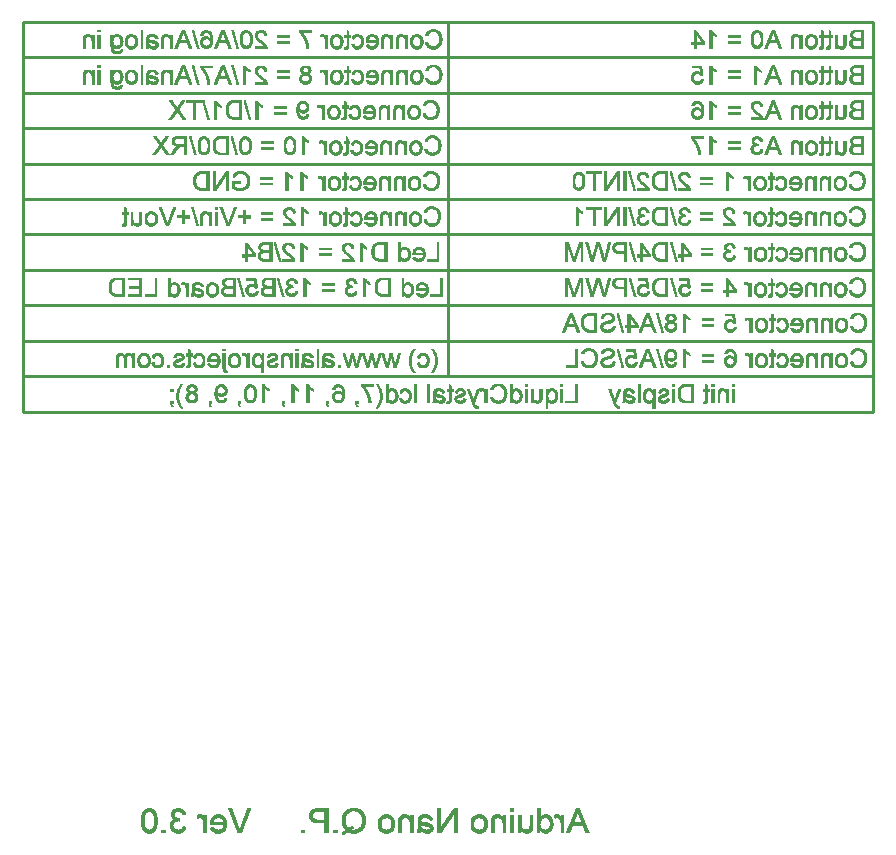
<source format=gbr>
G04 DipTrace 3.2.0.1*
G04 BottomSilk.gbr*
%MOIN*%
G04 #@! TF.FileFunction,Legend,Bot*
G04 #@! TF.Part,Single*
%ADD10C,0.009843*%
%ADD12C,0.003*%
%FSLAX26Y26*%
G04*
G70*
G90*
G75*
G01*
G04 BotSilk*
%LPD*%
X1968504Y3444882D2*
D10*
X3385827D1*
Y3326772D1*
X1968504D1*
Y3444882D1*
Y3326772D2*
X3385827D1*
Y3208661D1*
X1968504D1*
Y3326772D1*
Y3208661D2*
X3385827D1*
Y3090551D1*
X1968504D1*
Y3208661D1*
Y3090551D2*
X3385827D1*
Y2972441D1*
X1968504D1*
Y3090551D1*
Y2972441D2*
X3385827D1*
Y2854331D1*
X1968504D1*
Y2972441D1*
Y2854331D2*
X3385827D1*
Y2736220D1*
X1968504D1*
Y2854331D1*
Y2736220D2*
X3385827D1*
Y2618110D1*
X1968504D1*
Y2736220D1*
Y2618110D2*
X3385827D1*
Y2500000D1*
X1968504D1*
Y2618110D1*
Y2500000D2*
X3385827D1*
Y2381890D1*
X1968504D1*
Y2500000D1*
Y2381890D2*
X3385827D1*
Y2263780D1*
X1968504D1*
Y2381890D1*
X551181Y3444882D2*
X1968504D1*
Y3326772D1*
X551181D1*
Y3444882D1*
Y3326772D2*
X1968504D1*
Y3208661D1*
X551181D1*
Y3326772D1*
Y3208661D2*
X1968504D1*
Y3090551D1*
X551181D1*
Y3208661D1*
Y3090551D2*
X1968504D1*
Y2972441D1*
X551181D1*
Y3090551D1*
Y2972441D2*
X1968504D1*
Y2854331D1*
X551181D1*
Y2972441D1*
Y2854331D2*
X1968504D1*
Y2736220D1*
X551181D1*
Y2854331D1*
Y2736220D2*
X1968504D1*
Y2618110D1*
X551181D1*
Y2736220D1*
Y2618110D2*
X1968504D1*
Y2500000D1*
X551181D1*
Y2618110D1*
Y2500000D2*
X1968504D1*
Y2381890D1*
X551181D1*
Y2500000D1*
Y2381890D2*
X1968504D1*
Y2263780D1*
X551181D1*
Y2381890D1*
Y2263780D2*
X3385827D1*
Y2145669D1*
X551181D1*
Y2263780D1*
X3047957Y3418827D2*
D12*
X3055457D1*
X3320957D2*
X3352457D1*
X2786957Y3417327D2*
X2792957D1*
X2839457D2*
X2843957D1*
X2990957D2*
X3001457D1*
X3047032D2*
X3055694D1*
X3212957D2*
X3214457D1*
X3236957D2*
X3238457D1*
X3318072D2*
X3352457D1*
X2786957Y3415827D2*
X2793944D1*
X2839457D2*
X2845457D1*
X2988590D2*
X3004342D1*
X3046224D2*
X3056119D1*
X3212957D2*
X3216354D1*
X3236957D2*
X3240354D1*
X3315716D2*
X3352457D1*
X2786957Y3414327D2*
X2794992D1*
X2839457D2*
X2846957D1*
X2986479D2*
X3006703D1*
X3045565D2*
X3056699D1*
X3212957D2*
X3217881D1*
X3236957D2*
X3241881D1*
X3313833D2*
X3352457D1*
X2786957Y3412827D2*
X2796155D1*
X2839457D2*
X2848457D1*
X2984738D2*
X3008633D1*
X3045008D2*
X3057326D1*
X3212957D2*
X3218437D1*
X3236957D2*
X3242437D1*
X3312336D2*
X3352457D1*
X2786957Y3411327D2*
X2797316D1*
X2839457D2*
X2849963D1*
X2983316D2*
X3010274D1*
X3044418D2*
X3057903D1*
X3212957D2*
X3218737D1*
X3236957D2*
X3242737D1*
X3311176D2*
X3321309D1*
X3344957D2*
X3352457D1*
X2786957Y3409827D2*
X2798391D1*
X2839457D2*
X2851521D1*
X2982096D2*
X2992757D1*
X3001156D2*
X3011655D1*
X3043758D2*
X3049400D1*
X3052689D2*
X3058425D1*
X3212957D2*
X3218871D1*
X3236957D2*
X3242871D1*
X3310281D2*
X3319129D1*
X3344957D2*
X3352457D1*
X2786957Y3408327D2*
X2799473D1*
X2839457D2*
X2853265D1*
X2981075D2*
X2990433D1*
X3003481D2*
X3012767D1*
X3043052D2*
X3049207D1*
X3053066D2*
X3059003D1*
X3212957D2*
X3218925D1*
X3236957D2*
X3242925D1*
X3309641D2*
X3317545D1*
X3344957D2*
X3352457D1*
X2786957Y3406827D2*
X2800649D1*
X2839457D2*
X2855310D1*
X2980235D2*
X2988627D1*
X3005286D2*
X3013643D1*
X3042326D2*
X3048842D1*
X3053507D2*
X3059652D1*
X3212957D2*
X3218946D1*
X3236957D2*
X3242946D1*
X3309270D2*
X3316436D1*
X3344957D2*
X3352457D1*
X2786957Y3405327D2*
X2801815D1*
X2839457D2*
X2857495D1*
X2979567D2*
X2987302D1*
X3006612D2*
X3014282D1*
X3041631D2*
X3048405D1*
X3053961D2*
X3060309D1*
X3212957D2*
X3218953D1*
X3236957D2*
X3242953D1*
X3309087D2*
X3315701D1*
X3344957D2*
X3352457D1*
X2786957Y3403827D2*
X2802890D1*
X2839457D2*
X2859391D1*
X2979015D2*
X2986331D1*
X3007583D2*
X3014704D1*
X3041027D2*
X3047952D1*
X3054466D2*
X3060897D1*
X3119957D2*
X3130457D1*
X3172457D2*
X3182957D1*
X3212957D2*
X3218956D1*
X3236957D2*
X3242956D1*
X3309007D2*
X3315298D1*
X3344957D2*
X3352457D1*
X2786957Y3402327D2*
X2794457D1*
X2797400D2*
X2803973D1*
X2839457D2*
X2846957D1*
X2851751D2*
X2860900D1*
X2978476D2*
X2985653D1*
X3008254D2*
X3015076D1*
X3040494D2*
X3047448D1*
X3054967D2*
X3061423D1*
X3117770D2*
X3133224D1*
X3140957D2*
X3146957D1*
X3169751D2*
X3186354D1*
X3205457D2*
X3224957D1*
X3229457D2*
X3248957D1*
X3257957D2*
X3263957D1*
X3286457D2*
X3293957D1*
X3308981D2*
X3315154D1*
X3344957D2*
X3352457D1*
X2786957Y3400827D2*
X2794457D1*
X2798707D2*
X2805149D1*
X2839457D2*
X2846957D1*
X2853869D2*
X2861448D1*
X2902457D2*
X2941457D1*
X2978013D2*
X2985218D1*
X3008643D2*
X3015515D1*
X3039913D2*
X3046947D1*
X3055446D2*
X3062002D1*
X3115892D2*
X3135839D1*
X3140681D2*
X3146957D1*
X3167374D2*
X3189157D1*
X3205457D2*
X3224957D1*
X3229457D2*
X3248957D1*
X3257957D2*
X3263957D1*
X3286457D2*
X3293957D1*
X3309022D2*
X3315266D1*
X3344957D2*
X3352457D1*
X2786957Y3399327D2*
X2794457D1*
X2799848D2*
X2806315D1*
X2839457D2*
X2846957D1*
X2856332D2*
X2861758D1*
X2902457D2*
X2941457D1*
X2977720D2*
X2984840D1*
X3008882D2*
X3015932D1*
X3039262D2*
X3046462D1*
X3055960D2*
X3062652D1*
X3114371D2*
X3138389D1*
X3140155D2*
X3146957D1*
X3165378D2*
X3191324D1*
X3205457D2*
X3224957D1*
X3229457D2*
X3248957D1*
X3257957D2*
X3263957D1*
X3286457D2*
X3293957D1*
X3309215D2*
X3315661D1*
X3344957D2*
X3352457D1*
X2786957Y3397827D2*
X2794457D1*
X2800957D2*
X2807390D1*
X2839457D2*
X2846957D1*
X2858957D2*
X2861957D1*
X2902457D2*
X2941457D1*
X2977569D2*
X2984399D1*
X3009155D2*
X3016205D1*
X3038605D2*
X3045900D1*
X3056465D2*
X3063309D1*
X3113192D2*
X3146957D1*
X3163687D2*
X3192967D1*
X3205457D2*
X3224957D1*
X3229457D2*
X3248957D1*
X3257957D2*
X3263957D1*
X3286457D2*
X3293957D1*
X3309631D2*
X3316400D1*
X3344957D2*
X3352457D1*
X2786957Y3396327D2*
X2794457D1*
X2802143D2*
X2808473D1*
X2839457D2*
X2846957D1*
X2902457D2*
X2941457D1*
X2977501D2*
X2983982D1*
X3009547D2*
X3016349D1*
X3038017D2*
X3045257D1*
X3056951D2*
X3063897D1*
X3112287D2*
X3123309D1*
X3131662D2*
X3146957D1*
X3162279D2*
X3172757D1*
X3182662D2*
X3194200D1*
X3205457D2*
X3224957D1*
X3229457D2*
X3248957D1*
X3257957D2*
X3263957D1*
X3286457D2*
X3293957D1*
X3310271D2*
X3317452D1*
X3344957D2*
X3352457D1*
X2786957Y3394827D2*
X2794457D1*
X2803313D2*
X2809649D1*
X2839457D2*
X2846957D1*
X2902457D2*
X2941457D1*
X2977473D2*
X2983708D1*
X3009944D2*
X3016414D1*
X3037490D2*
X3044603D1*
X3057513D2*
X3064417D1*
X3111643D2*
X3121129D1*
X3134033D2*
X3146957D1*
X3161149D2*
X3170433D1*
X3185033D2*
X3195175D1*
X3212957D2*
X3218957D1*
X3236957D2*
X3242957D1*
X3257957D2*
X3263957D1*
X3286457D2*
X3293957D1*
X3311198D2*
X3320024D1*
X3344957D2*
X3352457D1*
X2786957Y3393327D2*
X2794457D1*
X2804390D2*
X2810815D1*
X2839457D2*
X2846957D1*
X2977463D2*
X2983565D1*
X3010210D2*
X3016441D1*
X3036911D2*
X3044016D1*
X3058156D2*
X3064949D1*
X3111271D2*
X3119545D1*
X3135977D2*
X3146957D1*
X3160214D2*
X3168627D1*
X3186983D2*
X3196017D1*
X3212957D2*
X3218957D1*
X3236957D2*
X3242957D1*
X3257957D2*
X3263957D1*
X3286457D2*
X3293957D1*
X3312561D2*
X3323311D1*
X3344957D2*
X3352457D1*
X2786957Y3391827D2*
X2794457D1*
X2805473D2*
X2811890D1*
X2839457D2*
X2846957D1*
X2977459D2*
X2983500D1*
X3010350D2*
X3016451D1*
X3036261D2*
X3043496D1*
X3058810D2*
X3065461D1*
X3111088D2*
X3118436D1*
X3137471D2*
X3146957D1*
X3159388D2*
X3167302D1*
X3188530D2*
X3196757D1*
X3212957D2*
X3218957D1*
X3236957D2*
X3242957D1*
X3257957D2*
X3263957D1*
X3286457D2*
X3293957D1*
X3314384D2*
X3352457D1*
X2786957Y3390327D2*
X2794457D1*
X2806649D2*
X2812973D1*
X2839457D2*
X2846957D1*
X2977457D2*
X2983473D1*
X3010414D2*
X3016455D1*
X3035604D2*
X3042964D1*
X3059397D2*
X3065950D1*
X3111008D2*
X3117701D1*
X3138634D2*
X3146957D1*
X3158660D2*
X3166325D1*
X3189717D2*
X3197378D1*
X3212957D2*
X3218957D1*
X3236957D2*
X3242957D1*
X3257957D2*
X3263957D1*
X3286457D2*
X3293957D1*
X3316457D2*
X3352457D1*
X2786957Y3388827D2*
X2794457D1*
X2807815D2*
X2814149D1*
X2839457D2*
X2846957D1*
X2977457D2*
X2983462D1*
X3010441D2*
X3016456D1*
X3035016D2*
X3042447D1*
X3059918D2*
X3066512D1*
X3110975D2*
X3117292D1*
X3139057D2*
X3146957D1*
X3158093D2*
X3165601D1*
X3190625D2*
X3197911D1*
X3212957D2*
X3218957D1*
X3236957D2*
X3242957D1*
X3257957D2*
X3263957D1*
X3286457D2*
X3293957D1*
X3314444D2*
X3352457D1*
X2786957Y3387327D2*
X2794457D1*
X2808890D2*
X2815315D1*
X2839457D2*
X2846957D1*
X2977457D2*
X2983459D1*
X3010451D2*
X3016456D1*
X3034490D2*
X3041905D1*
X3060444D2*
X3067156D1*
X3110963D2*
X3117095D1*
X3139287D2*
X3146957D1*
X3157752D2*
X3165027D1*
X3191270D2*
X3198441D1*
X3212957D2*
X3218957D1*
X3236957D2*
X3242957D1*
X3257957D2*
X3263957D1*
X3286457D2*
X3293957D1*
X3312497D2*
X3352457D1*
X2786957Y3385827D2*
X2794457D1*
X2809973D2*
X2816390D1*
X2839457D2*
X2846957D1*
X2977457D2*
X2983457D1*
X3010455D2*
X3016457D1*
X3033911D2*
X3041151D1*
X3060907D2*
X3067810D1*
X3110959D2*
X3117010D1*
X3139390D2*
X3146957D1*
X3157581D2*
X3164481D1*
X3191643D2*
X3198902D1*
X3212957D2*
X3218957D1*
X3236957D2*
X3242957D1*
X3257957D2*
X3263957D1*
X3286457D2*
X3293957D1*
X3310719D2*
X3352457D1*
X2786957Y3384327D2*
X2794457D1*
X2811143D2*
X2817473D1*
X2839457D2*
X2846957D1*
X2977457D2*
X2983457D1*
X3010456D2*
X3016457D1*
X3033261D2*
X3040121D1*
X3061222D2*
X3068397D1*
X3110957D2*
X3116976D1*
X3139432D2*
X3146957D1*
X3157505D2*
X3164015D1*
X3191826D2*
X3199194D1*
X3212957D2*
X3218957D1*
X3236957D2*
X3242957D1*
X3257957D2*
X3263957D1*
X3286457D2*
X3293957D1*
X3309131D2*
X3321552D1*
X3344957D2*
X3352457D1*
X2786957Y3382827D2*
X2794457D1*
X2812250D2*
X2818643D1*
X2839457D2*
X2846957D1*
X2977457D2*
X2983463D1*
X3010451D2*
X3016457D1*
X3032604D2*
X3068923D1*
X3110957D2*
X3116964D1*
X3139448D2*
X3146957D1*
X3157475D2*
X3163720D1*
X3191906D2*
X3199345D1*
X3212957D2*
X3218957D1*
X3236957D2*
X3242957D1*
X3257957D2*
X3263957D1*
X3286457D2*
X3293957D1*
X3307814D2*
X3318356D1*
X3344957D2*
X3352457D1*
X2786957Y3381327D2*
X2794457D1*
X2813082D2*
X2819750D1*
X2839457D2*
X2846957D1*
X2902457D2*
X2941457D1*
X2977457D2*
X2983515D1*
X3010398D2*
X3016457D1*
X3032016D2*
X3069502D1*
X3110957D2*
X3116959D1*
X3139454D2*
X3146957D1*
X3157463D2*
X3163569D1*
X3191938D2*
X3199412D1*
X3212957D2*
X3218957D1*
X3236957D2*
X3242957D1*
X3257957D2*
X3263957D1*
X3286457D2*
X3293957D1*
X3306896D2*
X3315789D1*
X3344957D2*
X3352457D1*
X2786957Y3379827D2*
X2794457D1*
X2813595D2*
X2820576D1*
X2839457D2*
X2846957D1*
X2902457D2*
X2941457D1*
X2977457D2*
X2983706D1*
X3010207D2*
X3016451D1*
X3031490D2*
X3070152D1*
X3110957D2*
X3116957D1*
X3139456D2*
X3146957D1*
X3157459D2*
X3163507D1*
X3191950D2*
X3199434D1*
X3212957D2*
X3218957D1*
X3236957D2*
X3242957D1*
X3257957D2*
X3263957D1*
X3286457D2*
X3293957D1*
X3306379D2*
X3314470D1*
X3344957D2*
X3352457D1*
X2777957Y3378327D2*
X2821056D1*
X2839457D2*
X2846957D1*
X2902457D2*
X2941457D1*
X2977463D2*
X2984066D1*
X3009848D2*
X3016398D1*
X3030911D2*
X3070809D1*
X3110957D2*
X3116957D1*
X3139456D2*
X3146957D1*
X3157457D2*
X3163532D1*
X3191954D2*
X3199392D1*
X3212957D2*
X3218957D1*
X3236957D2*
X3242957D1*
X3257957D2*
X3263963D1*
X3286457D2*
X3293957D1*
X3306131D2*
X3313943D1*
X3344957D2*
X3352457D1*
X2777957Y3376827D2*
X2821290D1*
X2839457D2*
X2846957D1*
X2902457D2*
X2941457D1*
X2977515D2*
X2984456D1*
X3009457D2*
X3016207D1*
X3030255D2*
X3071397D1*
X3110957D2*
X3116957D1*
X3139457D2*
X3146957D1*
X3157457D2*
X3163712D1*
X3191950D2*
X3199205D1*
X3212957D2*
X3218957D1*
X3236957D2*
X3242957D1*
X3257957D2*
X3264015D1*
X3286457D2*
X3293957D1*
X3306024D2*
X3313661D1*
X3344957D2*
X3352457D1*
X2777957Y3375327D2*
X2821392D1*
X2839457D2*
X2846957D1*
X2902457D2*
X2941457D1*
X2977706D2*
X2984770D1*
X3009143D2*
X3015848D1*
X3029552D2*
X3037219D1*
X3064168D2*
X3071923D1*
X3110957D2*
X3116957D1*
X3139457D2*
X3146957D1*
X3157463D2*
X3164074D1*
X3191898D2*
X3198847D1*
X3212957D2*
X3218957D1*
X3236957D2*
X3242957D1*
X3257957D2*
X3264206D1*
X3286457D2*
X3293957D1*
X3305981D2*
X3313536D1*
X3344957D2*
X3352457D1*
X2777957Y3373827D2*
X2821434D1*
X2839457D2*
X2846957D1*
X2978072D2*
X2985107D1*
X3008807D2*
X3015457D1*
X3028825D2*
X3036794D1*
X3065098D2*
X3072502D1*
X3110957D2*
X3116957D1*
X3139457D2*
X3146957D1*
X3157515D2*
X3164510D1*
X3191701D2*
X3198457D1*
X3212957D2*
X3218957D1*
X3236957D2*
X3242957D1*
X3257957D2*
X3264572D1*
X3286457D2*
X3293957D1*
X3305965D2*
X3313492D1*
X3344957D2*
X3352457D1*
X2777957Y3372327D2*
X2821457D1*
X2839457D2*
X2846957D1*
X2978509D2*
X2985588D1*
X3008325D2*
X3015143D1*
X3028131D2*
X3036215D1*
X3065791D2*
X3073152D1*
X3110957D2*
X3116957D1*
X3139457D2*
X3146957D1*
X3157712D2*
X3164968D1*
X3191283D2*
X3198143D1*
X3212957D2*
X3218957D1*
X3236957D2*
X3242957D1*
X3257957D2*
X3265009D1*
X3286451D2*
X3293957D1*
X3305965D2*
X3313531D1*
X3344957D2*
X3352457D1*
X2786957Y3370827D2*
X2794457D1*
X2839457D2*
X2846957D1*
X2978968D2*
X2986255D1*
X3007659D2*
X3014807D1*
X3027527D2*
X3035587D1*
X3066400D2*
X3073809D1*
X3110957D2*
X3116957D1*
X3139457D2*
X3146957D1*
X3158124D2*
X3165525D1*
X3190649D2*
X3197807D1*
X3212957D2*
X3218957D1*
X3236957D2*
X3242957D1*
X3257957D2*
X3265473D1*
X3286398D2*
X3293951D1*
X3306016D2*
X3313780D1*
X3344957D2*
X3352457D1*
X2786957Y3369327D2*
X2794457D1*
X2839457D2*
X2846957D1*
X2979524D2*
X2987223D1*
X3006690D2*
X3014325D1*
X3026994D2*
X3035010D1*
X3066943D2*
X3074397D1*
X3110957D2*
X3116957D1*
X3139457D2*
X3146957D1*
X3158706D2*
X3166228D1*
X3189772D2*
X3197331D1*
X3212951D2*
X3218957D1*
X3236951D2*
X3242957D1*
X3257957D2*
X3266089D1*
X3286195D2*
X3293898D1*
X3306213D2*
X3314263D1*
X3344957D2*
X3352457D1*
X2786957Y3367827D2*
X2794457D1*
X2839457D2*
X2846957D1*
X2980217D2*
X2988517D1*
X3005397D2*
X3013670D1*
X3026413D2*
X3034488D1*
X3067437D2*
X3074917D1*
X3110957D2*
X3116957D1*
X3139457D2*
X3146957D1*
X3159385D2*
X3167219D1*
X3188546D2*
X3196723D1*
X3212875D2*
X3218957D1*
X3236875D2*
X3242957D1*
X3257957D2*
X3266872D1*
X3285833D2*
X3293701D1*
X3306630D2*
X3315642D1*
X3344957D2*
X3352457D1*
X2786957Y3366327D2*
X2794457D1*
X2839457D2*
X2846957D1*
X2981067D2*
X2991883D1*
X3002031D2*
X3012837D1*
X3025762D2*
X3033911D1*
X3067957D2*
X3075449D1*
X3110957D2*
X3116957D1*
X3139457D2*
X3146957D1*
X3160159D2*
X3168538D1*
X3187022D2*
X3196034D1*
X3212681D2*
X3218957D1*
X3236681D2*
X3242957D1*
X3257957D2*
X3268809D1*
X3284897D2*
X3293289D1*
X3307265D2*
X3317535D1*
X3344957D2*
X3352457D1*
X2786957Y3364827D2*
X2794457D1*
X2839457D2*
X2846957D1*
X2982071D2*
X2996895D1*
X2997019D2*
X3011839D1*
X3025105D2*
X3033261D1*
X3068464D2*
X3075961D1*
X3110957D2*
X3116957D1*
X3139457D2*
X3146957D1*
X3161093D2*
X3172167D1*
X3183317D2*
X3195257D1*
X3211630D2*
X3218951D1*
X3235630D2*
X3242951D1*
X3257957D2*
X3272138D1*
X3281985D2*
X3292707D1*
X3308141D2*
X3319893D1*
X3344957D2*
X3352457D1*
X2786957Y3363327D2*
X2794457D1*
X2839457D2*
X2846957D1*
X2983231D2*
X3010675D1*
X3024517D2*
X3032604D1*
X3068951D2*
X3076450D1*
X3110957D2*
X3116957D1*
X3139457D2*
X3146957D1*
X3162258D2*
X3177700D1*
X3177741D2*
X3194315D1*
X3209362D2*
X3218892D1*
X3233362D2*
X3242892D1*
X3257957D2*
X3277268D1*
X3277285D2*
X3292022D1*
X3309338D2*
X3352457D1*
X2786957Y3361827D2*
X2794457D1*
X2839457D2*
X2846957D1*
X2984685D2*
X3009165D1*
X3023995D2*
X3032012D1*
X3069517D2*
X3077017D1*
X3110957D2*
X3116957D1*
X3139457D2*
X3146957D1*
X3163645D2*
X3193091D1*
X3207139D2*
X3218642D1*
X3231139D2*
X3242642D1*
X3257957D2*
X3291190D1*
X3310963D2*
X3352457D1*
X2786957Y3360327D2*
X2794457D1*
X2839457D2*
X2846957D1*
X2986511D2*
X3007107D1*
X3023456D2*
X3031450D1*
X3070205D2*
X3077705D1*
X3110957D2*
X3116957D1*
X3139457D2*
X3146957D1*
X3165319D2*
X3191456D1*
X3205295D2*
X3218034D1*
X3229295D2*
X3242034D1*
X3257957D2*
X3263957D1*
X3267251D2*
X3290007D1*
X3313220D2*
X3352457D1*
X2786957Y3358827D2*
X2794457D1*
X2839457D2*
X2846957D1*
X2988649D2*
X3004457D1*
X3022932D2*
X3030761D1*
X3071031D2*
X3078531D1*
X3110957D2*
X3116957D1*
X3139457D2*
X3146957D1*
X3167392D2*
X3189196D1*
X3204600D2*
X3217042D1*
X3228600D2*
X3241042D1*
X3257957D2*
X3263957D1*
X3269369D2*
X3288245D1*
X3316159D2*
X3352457D1*
X2786957Y3357327D2*
X2794457D1*
X2839457D2*
X2846957D1*
X2990957D2*
X3001457D1*
X3022457D2*
X3029957D1*
X3071957D2*
X3079457D1*
X3110957D2*
X3116957D1*
X3139457D2*
X3146957D1*
X3169840D2*
X3186255D1*
X3204209D2*
X3215798D1*
X3228209D2*
X3239798D1*
X3257957D2*
X3263957D1*
X3271832D2*
X3285966D1*
X3319457D2*
X3352457D1*
X3172457Y3355827D2*
X3182957D1*
X3203957D2*
X3214457D1*
X3227957D2*
X3238457D1*
X3274457D2*
X3283457D1*
X3047957Y3300717D2*
X3055457D1*
X3320957D2*
X3352457D1*
X2780957Y3299217D2*
X2810957D1*
X2839457D2*
X2843957D1*
X2987957D2*
X2992457D1*
X3047032D2*
X3055694D1*
X3212957D2*
X3214457D1*
X3236957D2*
X3238457D1*
X3318072D2*
X3352457D1*
X2780957Y3297717D2*
X2811469D1*
X2839457D2*
X2845457D1*
X2987957D2*
X2993957D1*
X3046224D2*
X3056119D1*
X3212957D2*
X3216354D1*
X3236957D2*
X3240354D1*
X3315716D2*
X3352457D1*
X2780957Y3296217D2*
X2811916D1*
X2839457D2*
X2846957D1*
X2987957D2*
X2995457D1*
X3045565D2*
X3056699D1*
X3212957D2*
X3217881D1*
X3236957D2*
X3241881D1*
X3313833D2*
X3352457D1*
X2780957Y3294717D2*
X2812206D1*
X2839457D2*
X2848457D1*
X2987957D2*
X2996957D1*
X3045008D2*
X3057326D1*
X3212957D2*
X3218437D1*
X3236957D2*
X3242437D1*
X3312336D2*
X3352457D1*
X2780957Y3293217D2*
X2812406D1*
X2839457D2*
X2849963D1*
X2987957D2*
X2998463D1*
X3044418D2*
X3057903D1*
X3212957D2*
X3218737D1*
X3236957D2*
X3242737D1*
X3311176D2*
X3321309D1*
X3344957D2*
X3352457D1*
X2806514Y3291717D2*
X2812663D1*
X2839457D2*
X2851521D1*
X2987957D2*
X3000021D1*
X3043758D2*
X3049400D1*
X3052689D2*
X3058425D1*
X3212957D2*
X3218871D1*
X3236957D2*
X3242871D1*
X3310281D2*
X3319129D1*
X3344957D2*
X3352457D1*
X2806706Y3290217D2*
X2813050D1*
X2839457D2*
X2853265D1*
X2987957D2*
X3001765D1*
X3043052D2*
X3049207D1*
X3053066D2*
X3059003D1*
X3212957D2*
X3218925D1*
X3236957D2*
X3242925D1*
X3309641D2*
X3317545D1*
X3344957D2*
X3352457D1*
X2807066Y3288717D2*
X2813445D1*
X2839457D2*
X2855310D1*
X2987957D2*
X3003810D1*
X3042326D2*
X3048842D1*
X3053507D2*
X3059652D1*
X3212957D2*
X3218946D1*
X3236957D2*
X3242946D1*
X3309270D2*
X3316436D1*
X3344957D2*
X3352457D1*
X2807450Y3287217D2*
X2813716D1*
X2839457D2*
X2857495D1*
X2987957D2*
X3005995D1*
X3041631D2*
X3048405D1*
X3053961D2*
X3060309D1*
X3212957D2*
X3218953D1*
X3236957D2*
X3242953D1*
X3309087D2*
X3315701D1*
X3344957D2*
X3352457D1*
X2807718Y3285717D2*
X2813909D1*
X2839457D2*
X2859391D1*
X2987957D2*
X3007891D1*
X3041027D2*
X3047952D1*
X3054466D2*
X3060897D1*
X3119957D2*
X3130457D1*
X3172457D2*
X3182957D1*
X3212957D2*
X3218956D1*
X3236957D2*
X3242956D1*
X3309007D2*
X3315298D1*
X3344957D2*
X3352457D1*
X2807910Y3284217D2*
X2814164D1*
X2839457D2*
X2846957D1*
X2851751D2*
X2860900D1*
X2987957D2*
X2995457D1*
X3000251D2*
X3009400D1*
X3040494D2*
X3047448D1*
X3054967D2*
X3061423D1*
X3117770D2*
X3133224D1*
X3140957D2*
X3146957D1*
X3169751D2*
X3186354D1*
X3205457D2*
X3224957D1*
X3229457D2*
X3248957D1*
X3257957D2*
X3263957D1*
X3286457D2*
X3293957D1*
X3308981D2*
X3315154D1*
X3344957D2*
X3352457D1*
X2808153Y3282717D2*
X2814550D1*
X2839457D2*
X2846957D1*
X2853869D2*
X2861448D1*
X2902457D2*
X2941457D1*
X2987957D2*
X2995457D1*
X3002374D2*
X3009946D1*
X3039913D2*
X3046947D1*
X3055446D2*
X3062002D1*
X3115892D2*
X3135839D1*
X3140681D2*
X3146957D1*
X3167374D2*
X3189157D1*
X3205457D2*
X3224957D1*
X3229457D2*
X3248957D1*
X3257957D2*
X3263957D1*
X3286457D2*
X3293957D1*
X3309022D2*
X3315266D1*
X3344957D2*
X3352457D1*
X2808424Y3281217D2*
X2814945D1*
X2839457D2*
X2846957D1*
X2856332D2*
X2861758D1*
X2902457D2*
X2941457D1*
X2987957D2*
X2995457D1*
X3004870D2*
X3010241D1*
X3039262D2*
X3046462D1*
X3055960D2*
X3062652D1*
X3114371D2*
X3138389D1*
X3140155D2*
X3146957D1*
X3165378D2*
X3191324D1*
X3205457D2*
X3224957D1*
X3229457D2*
X3248957D1*
X3257957D2*
X3263957D1*
X3286457D2*
X3293957D1*
X3309215D2*
X3315661D1*
X3344957D2*
X3352457D1*
X2791457Y3279717D2*
X2801957D1*
X2808588D2*
X2815216D1*
X2839457D2*
X2846957D1*
X2858957D2*
X2861957D1*
X2902457D2*
X2941457D1*
X2987957D2*
X2995457D1*
X3007615D2*
X3010378D1*
X3038605D2*
X3045900D1*
X3056465D2*
X3063309D1*
X3113192D2*
X3146957D1*
X3163687D2*
X3192967D1*
X3205457D2*
X3224957D1*
X3229457D2*
X3248957D1*
X3257957D2*
X3263957D1*
X3286457D2*
X3293957D1*
X3309631D2*
X3316400D1*
X3344957D2*
X3352457D1*
X2788751Y3278217D2*
X2806363D1*
X2807679D2*
X2815409D1*
X2839457D2*
X2846957D1*
X2902457D2*
X2941457D1*
X2987957D2*
X2995457D1*
X3010457D2*
D3*
X3038017D2*
X3045257D1*
X3056951D2*
X3063897D1*
X3112287D2*
X3123309D1*
X3131662D2*
X3146957D1*
X3162279D2*
X3172757D1*
X3182662D2*
X3194200D1*
X3205457D2*
X3224957D1*
X3229457D2*
X3248957D1*
X3257957D2*
X3263957D1*
X3286457D2*
X3293957D1*
X3310271D2*
X3317452D1*
X3344957D2*
X3352457D1*
X2786380Y3276717D2*
X2815664D1*
X2839457D2*
X2846957D1*
X2902457D2*
X2941457D1*
X2987957D2*
X2995457D1*
X3037490D2*
X3044603D1*
X3057513D2*
X3064417D1*
X3111643D2*
X3121129D1*
X3134033D2*
X3146957D1*
X3161149D2*
X3170433D1*
X3185033D2*
X3195175D1*
X3212957D2*
X3218957D1*
X3236957D2*
X3242957D1*
X3257957D2*
X3263957D1*
X3286457D2*
X3293957D1*
X3311198D2*
X3320024D1*
X3344957D2*
X3352457D1*
X2784430Y3275217D2*
X2816050D1*
X2839457D2*
X2846957D1*
X2987957D2*
X2995457D1*
X3036911D2*
X3044016D1*
X3058156D2*
X3064949D1*
X3111271D2*
X3119545D1*
X3135977D2*
X3146957D1*
X3160214D2*
X3168627D1*
X3186983D2*
X3196017D1*
X3212957D2*
X3218957D1*
X3236957D2*
X3242957D1*
X3257957D2*
X3263957D1*
X3286457D2*
X3293957D1*
X3312561D2*
X3323311D1*
X3344957D2*
X3352457D1*
X2782884Y3273717D2*
X2816433D1*
X2839457D2*
X2846957D1*
X2987957D2*
X2995457D1*
X3036261D2*
X3043496D1*
X3058810D2*
X3065461D1*
X3111088D2*
X3118436D1*
X3137471D2*
X3146957D1*
X3159388D2*
X3167302D1*
X3188530D2*
X3196757D1*
X3212957D2*
X3218957D1*
X3236957D2*
X3242957D1*
X3257957D2*
X3263957D1*
X3286457D2*
X3293957D1*
X3314384D2*
X3352457D1*
X2781691Y3272217D2*
X2793251D1*
X2804662D2*
X2816710D1*
X2839457D2*
X2846957D1*
X2987957D2*
X2995457D1*
X3035604D2*
X3042964D1*
X3059397D2*
X3065950D1*
X3111008D2*
X3117701D1*
X3138634D2*
X3146957D1*
X3158660D2*
X3166325D1*
X3189717D2*
X3197378D1*
X3212957D2*
X3218957D1*
X3236957D2*
X3242957D1*
X3257957D2*
X3263957D1*
X3286457D2*
X3293957D1*
X3316457D2*
X3352457D1*
X2780730Y3270717D2*
X2790880D1*
X2807045D2*
X2816482D1*
X2839457D2*
X2846957D1*
X2987957D2*
X2995457D1*
X3035016D2*
X3042447D1*
X3059918D2*
X3066512D1*
X3110975D2*
X3117292D1*
X3139057D2*
X3146957D1*
X3158093D2*
X3165601D1*
X3190625D2*
X3197911D1*
X3212957D2*
X3218957D1*
X3236957D2*
X3242957D1*
X3257957D2*
X3263957D1*
X3286457D2*
X3293957D1*
X3314444D2*
X3352457D1*
X2779894Y3269217D2*
X2788936D1*
X2809082D2*
X2815358D1*
X2839457D2*
X2846957D1*
X2987957D2*
X2995457D1*
X3034490D2*
X3041905D1*
X3060444D2*
X3067156D1*
X3110963D2*
X3117095D1*
X3139287D2*
X3146957D1*
X3157752D2*
X3165027D1*
X3191270D2*
X3198441D1*
X3212957D2*
X3218957D1*
X3236957D2*
X3242957D1*
X3257957D2*
X3263957D1*
X3286457D2*
X3293957D1*
X3312497D2*
X3352457D1*
X2779162Y3267717D2*
X2787442D1*
X2810957D2*
X2813957D1*
X2839457D2*
X2846957D1*
X2987957D2*
X2995457D1*
X3033911D2*
X3041151D1*
X3060907D2*
X3067810D1*
X3110959D2*
X3117010D1*
X3139390D2*
X3146957D1*
X3157581D2*
X3164481D1*
X3191643D2*
X3198902D1*
X3212957D2*
X3218957D1*
X3236957D2*
X3242957D1*
X3257957D2*
X3263957D1*
X3286457D2*
X3293957D1*
X3310719D2*
X3352457D1*
X2778594Y3266217D2*
X2786279D1*
X2839457D2*
X2846957D1*
X2987957D2*
X2995457D1*
X3033261D2*
X3040121D1*
X3061222D2*
X3068397D1*
X3110957D2*
X3116976D1*
X3139432D2*
X3146957D1*
X3157505D2*
X3164015D1*
X3191826D2*
X3199194D1*
X3212957D2*
X3218957D1*
X3236957D2*
X3242957D1*
X3257957D2*
X3263957D1*
X3286457D2*
X3293957D1*
X3309131D2*
X3321552D1*
X3344957D2*
X3352457D1*
X2778252Y3264717D2*
X2785856D1*
X2839457D2*
X2846957D1*
X2987957D2*
X2995457D1*
X3032604D2*
X3068923D1*
X3110957D2*
X3116964D1*
X3139448D2*
X3146957D1*
X3157475D2*
X3163720D1*
X3191906D2*
X3199345D1*
X3212957D2*
X3218957D1*
X3236957D2*
X3242957D1*
X3257957D2*
X3263957D1*
X3286457D2*
X3293957D1*
X3307814D2*
X3318356D1*
X3344957D2*
X3352457D1*
X2778081Y3263217D2*
X2785627D1*
X2839457D2*
X2846957D1*
X2902457D2*
X2941457D1*
X2987957D2*
X2995457D1*
X3032016D2*
X3069502D1*
X3110957D2*
X3116959D1*
X3139454D2*
X3146957D1*
X3157463D2*
X3163569D1*
X3191938D2*
X3199412D1*
X3212957D2*
X3218957D1*
X3236957D2*
X3242957D1*
X3257957D2*
X3263957D1*
X3286457D2*
X3293957D1*
X3306896D2*
X3315789D1*
X3344957D2*
X3352457D1*
X2778005Y3261717D2*
X2785523D1*
X2839457D2*
X2846957D1*
X2902457D2*
X2941457D1*
X2987957D2*
X2995457D1*
X3031490D2*
X3070152D1*
X3110957D2*
X3116957D1*
X3139456D2*
X3146957D1*
X3157459D2*
X3163507D1*
X3191950D2*
X3199434D1*
X3212957D2*
X3218957D1*
X3236957D2*
X3242957D1*
X3257957D2*
X3263957D1*
X3286457D2*
X3293957D1*
X3306379D2*
X3314470D1*
X3344957D2*
X3352457D1*
X2777981Y3260217D2*
X2785481D1*
X2839457D2*
X2846957D1*
X2902457D2*
X2941457D1*
X2987957D2*
X2995457D1*
X3030911D2*
X3070809D1*
X3110957D2*
X3116957D1*
X3139456D2*
X3146957D1*
X3157457D2*
X3163532D1*
X3191954D2*
X3199392D1*
X3212957D2*
X3218957D1*
X3236957D2*
X3242957D1*
X3257957D2*
X3263963D1*
X3286457D2*
X3293957D1*
X3306131D2*
X3313943D1*
X3344957D2*
X3352457D1*
X2778022Y3258717D2*
X2785471D1*
X2839457D2*
X2846957D1*
X2902457D2*
X2941457D1*
X2987957D2*
X2995457D1*
X3030255D2*
X3071397D1*
X3110957D2*
X3116957D1*
X3139457D2*
X3146957D1*
X3157457D2*
X3163712D1*
X3191950D2*
X3199205D1*
X3212957D2*
X3218957D1*
X3236957D2*
X3242957D1*
X3257957D2*
X3264015D1*
X3286457D2*
X3293957D1*
X3306024D2*
X3313661D1*
X3344957D2*
X3352457D1*
X2778209Y3257217D2*
X2785518D1*
X2839457D2*
X2846957D1*
X2902457D2*
X2941457D1*
X2987957D2*
X2995457D1*
X3029552D2*
X3037219D1*
X3064168D2*
X3071923D1*
X3110957D2*
X3116957D1*
X3139457D2*
X3146957D1*
X3157463D2*
X3164074D1*
X3191898D2*
X3198847D1*
X3212957D2*
X3218957D1*
X3236957D2*
X3242957D1*
X3257957D2*
X3264206D1*
X3286457D2*
X3293957D1*
X3305981D2*
X3313536D1*
X3344957D2*
X3352457D1*
X2778572Y3255717D2*
X2785713D1*
X2812457D2*
X2818457D1*
X2839457D2*
X2846957D1*
X2987957D2*
X2995457D1*
X3028825D2*
X3036794D1*
X3065098D2*
X3072502D1*
X3110957D2*
X3116957D1*
X3139457D2*
X3146957D1*
X3157515D2*
X3164510D1*
X3191701D2*
X3198457D1*
X3212957D2*
X3218957D1*
X3236957D2*
X3242957D1*
X3257957D2*
X3264572D1*
X3286457D2*
X3293957D1*
X3305965D2*
X3313492D1*
X3344957D2*
X3352457D1*
X2779009Y3254217D2*
X2786130D1*
X2811527D2*
X2818400D1*
X2839457D2*
X2846957D1*
X2987957D2*
X2995457D1*
X3028131D2*
X3036215D1*
X3065791D2*
X3073152D1*
X3110957D2*
X3116957D1*
X3139457D2*
X3146957D1*
X3157712D2*
X3164968D1*
X3191283D2*
X3198143D1*
X3212957D2*
X3218957D1*
X3236957D2*
X3242957D1*
X3257957D2*
X3265009D1*
X3286451D2*
X3293957D1*
X3305965D2*
X3313531D1*
X3344957D2*
X3352457D1*
X2779468Y3252717D2*
X2786770D1*
X2810659D2*
X2818201D1*
X2839457D2*
X2846957D1*
X2987957D2*
X2995457D1*
X3027527D2*
X3035587D1*
X3066400D2*
X3073809D1*
X3110957D2*
X3116957D1*
X3139457D2*
X3146957D1*
X3158124D2*
X3165525D1*
X3190649D2*
X3197807D1*
X3212957D2*
X3218957D1*
X3236957D2*
X3242957D1*
X3257957D2*
X3265473D1*
X3286398D2*
X3293951D1*
X3306016D2*
X3313780D1*
X3344957D2*
X3352457D1*
X2780024Y3251217D2*
X2787741D1*
X2809704D2*
X2817783D1*
X2839457D2*
X2846957D1*
X2987957D2*
X2995457D1*
X3026994D2*
X3035010D1*
X3066943D2*
X3074397D1*
X3110957D2*
X3116957D1*
X3139457D2*
X3146957D1*
X3158706D2*
X3166228D1*
X3189772D2*
X3197331D1*
X3212951D2*
X3218957D1*
X3236951D2*
X3242957D1*
X3257957D2*
X3266089D1*
X3286195D2*
X3293898D1*
X3306213D2*
X3314263D1*
X3344957D2*
X3352457D1*
X2780722Y3249717D2*
X2789064D1*
X2808542D2*
X2817149D1*
X2839457D2*
X2846957D1*
X2987957D2*
X2995457D1*
X3026413D2*
X3034488D1*
X3067437D2*
X3074917D1*
X3110957D2*
X3116957D1*
X3139457D2*
X3146957D1*
X3159385D2*
X3167219D1*
X3188546D2*
X3196723D1*
X3212875D2*
X3218957D1*
X3236875D2*
X3242957D1*
X3257957D2*
X3266872D1*
X3285833D2*
X3293701D1*
X3306630D2*
X3315642D1*
X3344957D2*
X3352457D1*
X2781619Y3248217D2*
X2792953D1*
X2804803D2*
X2816278D1*
X2839457D2*
X2846957D1*
X2987957D2*
X2995457D1*
X3025762D2*
X3033911D1*
X3067957D2*
X3075449D1*
X3110957D2*
X3116957D1*
X3139457D2*
X3146957D1*
X3160159D2*
X3168538D1*
X3187022D2*
X3196034D1*
X3212681D2*
X3218957D1*
X3236681D2*
X3242957D1*
X3257957D2*
X3268809D1*
X3284897D2*
X3293289D1*
X3307265D2*
X3317535D1*
X3344957D2*
X3352457D1*
X2782768Y3246717D2*
X2799005D1*
X2798843D2*
X2815146D1*
X2839457D2*
X2846957D1*
X2987957D2*
X2995457D1*
X3025105D2*
X3033261D1*
X3068464D2*
X3075961D1*
X3110957D2*
X3116957D1*
X3139457D2*
X3146957D1*
X3161093D2*
X3172167D1*
X3183317D2*
X3195257D1*
X3211630D2*
X3218951D1*
X3235630D2*
X3242951D1*
X3257957D2*
X3272138D1*
X3281985D2*
X3292707D1*
X3308141D2*
X3319893D1*
X3344957D2*
X3352457D1*
X2784149Y3245217D2*
X2813815D1*
X2839457D2*
X2846957D1*
X2987957D2*
X2995457D1*
X3024517D2*
X3032604D1*
X3068951D2*
X3076450D1*
X3110957D2*
X3116957D1*
X3139457D2*
X3146957D1*
X3162258D2*
X3177700D1*
X3177741D2*
X3194315D1*
X3209362D2*
X3218892D1*
X3233362D2*
X3242892D1*
X3257957D2*
X3277268D1*
X3277285D2*
X3292022D1*
X3309338D2*
X3352457D1*
X2785820Y3243717D2*
X2812280D1*
X2839457D2*
X2846957D1*
X2987957D2*
X2995457D1*
X3023995D2*
X3032012D1*
X3069517D2*
X3077017D1*
X3110957D2*
X3116957D1*
X3139457D2*
X3146957D1*
X3163645D2*
X3193091D1*
X3207139D2*
X3218642D1*
X3231139D2*
X3242642D1*
X3257957D2*
X3291190D1*
X3310963D2*
X3352457D1*
X2787893Y3242217D2*
X2810348D1*
X2839457D2*
X2846957D1*
X2987957D2*
X2995457D1*
X3023456D2*
X3031450D1*
X3070205D2*
X3077705D1*
X3110957D2*
X3116957D1*
X3139457D2*
X3146957D1*
X3165319D2*
X3191456D1*
X3205295D2*
X3218034D1*
X3229295D2*
X3242034D1*
X3257957D2*
X3263957D1*
X3267251D2*
X3290007D1*
X3313220D2*
X3352457D1*
X2790340Y3240717D2*
X2807835D1*
X2839457D2*
X2846957D1*
X2987957D2*
X2995457D1*
X3022932D2*
X3030761D1*
X3071031D2*
X3078531D1*
X3110957D2*
X3116957D1*
X3139457D2*
X3146957D1*
X3167392D2*
X3189196D1*
X3204600D2*
X3217042D1*
X3228600D2*
X3241042D1*
X3257957D2*
X3263957D1*
X3269369D2*
X3288245D1*
X3316159D2*
X3352457D1*
X2792957Y3239217D2*
X2804957D1*
X2839457D2*
X2846957D1*
X2987957D2*
X2995457D1*
X3022457D2*
X3029957D1*
X3071957D2*
X3079457D1*
X3110957D2*
X3116957D1*
X3139457D2*
X3146957D1*
X3169840D2*
X3186255D1*
X3204209D2*
X3215798D1*
X3228209D2*
X3239798D1*
X3257957D2*
X3263957D1*
X3271832D2*
X3285966D1*
X3319457D2*
X3352457D1*
X3172457Y3237717D2*
X3182957D1*
X3203957D2*
X3214457D1*
X3227957D2*
X3238457D1*
X3274457D2*
X3283457D1*
X3047957Y3182606D2*
X3055457D1*
X3320957D2*
X3352457D1*
X2791457Y3181106D2*
X2801957D1*
X2839457D2*
X2843957D1*
X2990957D2*
X3002957D1*
X3047032D2*
X3055694D1*
X3212957D2*
X3214457D1*
X3236957D2*
X3238457D1*
X3318072D2*
X3352457D1*
X2788757Y3179606D2*
X2805354D1*
X2839457D2*
X2845457D1*
X2987559D2*
X3005662D1*
X3046224D2*
X3056119D1*
X3212957D2*
X3216354D1*
X3236957D2*
X3240354D1*
X3315716D2*
X3352457D1*
X2786433Y3178106D2*
X2808157D1*
X2839457D2*
X2846957D1*
X2984757D2*
X3008033D1*
X3045565D2*
X3056699D1*
X3212957D2*
X3217881D1*
X3236957D2*
X3241881D1*
X3313833D2*
X3352457D1*
X2784627Y3176606D2*
X2810324D1*
X2839457D2*
X2848457D1*
X2982589D2*
X3009983D1*
X3045008D2*
X3057326D1*
X3212957D2*
X3218437D1*
X3236957D2*
X3242437D1*
X3312336D2*
X3352457D1*
X2783296Y3175106D2*
X2811967D1*
X2839457D2*
X2849963D1*
X2980946D2*
X3011530D1*
X3044418D2*
X3057903D1*
X3212957D2*
X3218737D1*
X3236957D2*
X3242737D1*
X3311176D2*
X3321309D1*
X3344957D2*
X3352457D1*
X2782272Y3173606D2*
X2793257D1*
X2803105D2*
X2813200D1*
X2839457D2*
X2851521D1*
X2979719D2*
X2991257D1*
X3001337D2*
X3012717D1*
X3043758D2*
X3049400D1*
X3052689D2*
X3058425D1*
X3212957D2*
X3218871D1*
X3236957D2*
X3242871D1*
X3310281D2*
X3319129D1*
X3344957D2*
X3352457D1*
X2781410Y3172106D2*
X2790939D1*
X2805290D2*
X2814175D1*
X2839457D2*
X2853265D1*
X2978797D2*
X2988933D1*
X3003888D2*
X3013631D1*
X3043052D2*
X3049207D1*
X3053066D2*
X3059003D1*
X3212957D2*
X3218925D1*
X3236957D2*
X3242925D1*
X3309641D2*
X3317545D1*
X3344957D2*
X3352457D1*
X2780667Y3170606D2*
X2789186D1*
X2806927D2*
X2815017D1*
X2839457D2*
X2855310D1*
X2978146D2*
X2987127D1*
X3005860D2*
X3014328D1*
X3042326D2*
X3048842D1*
X3053507D2*
X3059652D1*
X3212957D2*
X3218946D1*
X3236957D2*
X3242946D1*
X3309270D2*
X3316436D1*
X3344957D2*
X3352457D1*
X2780092Y3169106D2*
X2787853D1*
X2808227D2*
X2815757D1*
X2839457D2*
X2857495D1*
X2977772D2*
X2985802D1*
X3007232D2*
X3014887D1*
X3041631D2*
X3048405D1*
X3053961D2*
X3060309D1*
X3212957D2*
X3218953D1*
X3236957D2*
X3242953D1*
X3309087D2*
X3315701D1*
X3344957D2*
X3352457D1*
X2779723Y3167606D2*
X2787347D1*
X2809327D2*
X2816378D1*
X2839457D2*
X2859391D1*
X2977588D2*
X2984831D1*
X3008257D2*
X3015372D1*
X3041027D2*
X3047952D1*
X3054466D2*
X3060897D1*
X3119957D2*
X3130457D1*
X3172457D2*
X3182957D1*
X3212957D2*
X3218956D1*
X3236957D2*
X3242956D1*
X3309007D2*
X3315298D1*
X3344957D2*
X3352457D1*
X2779457Y3166106D2*
X2786957D1*
X2810174D2*
X2816911D1*
X2839457D2*
X2846957D1*
X2851751D2*
X2860900D1*
X2977508D2*
X2984165D1*
X3008618D2*
X3015759D1*
X3040494D2*
X3047448D1*
X3054967D2*
X3061423D1*
X3117770D2*
X3133224D1*
X3140957D2*
X3146957D1*
X3169751D2*
X3186354D1*
X3205457D2*
X3224957D1*
X3229457D2*
X3248957D1*
X3257957D2*
X3263957D1*
X3286457D2*
X3293957D1*
X3308981D2*
X3315154D1*
X3344957D2*
X3352457D1*
X2810823Y3164606D2*
X2817441D1*
X2839457D2*
X2846957D1*
X2853869D2*
X2861448D1*
X2902457D2*
X2941457D1*
X2977481D2*
X2983835D1*
X3008824D2*
X3015451D1*
X3039913D2*
X3046947D1*
X3055446D2*
X3062002D1*
X3115892D2*
X3135839D1*
X3140681D2*
X3146957D1*
X3167374D2*
X3189157D1*
X3205457D2*
X3224957D1*
X3229457D2*
X3248957D1*
X3257957D2*
X3263957D1*
X3286457D2*
X3293957D1*
X3309022D2*
X3315266D1*
X3344957D2*
X3352457D1*
X2811407Y3163106D2*
X2817902D1*
X2839457D2*
X2846957D1*
X2856332D2*
X2861758D1*
X2902457D2*
X2941457D1*
X2977522D2*
X2983845D1*
X3008957D2*
X3014957D1*
X3039262D2*
X3046462D1*
X3055960D2*
X3062652D1*
X3114371D2*
X3138389D1*
X3140155D2*
X3146957D1*
X3165378D2*
X3191324D1*
X3205457D2*
X3224957D1*
X3229457D2*
X3248957D1*
X3257957D2*
X3263957D1*
X3286457D2*
X3293957D1*
X3309215D2*
X3315661D1*
X3344957D2*
X3352457D1*
X2811889Y3161606D2*
X2818194D1*
X2839457D2*
X2846957D1*
X2858957D2*
X2861957D1*
X2902457D2*
X2941457D1*
X2977715D2*
X2984176D1*
X3038605D2*
X3045900D1*
X3056465D2*
X3063309D1*
X3113192D2*
X3146957D1*
X3163687D2*
X3192967D1*
X3205457D2*
X3224957D1*
X3229457D2*
X3248957D1*
X3257957D2*
X3263957D1*
X3286457D2*
X3293957D1*
X3309631D2*
X3316400D1*
X3344957D2*
X3352457D1*
X2791457Y3160106D2*
X2800457D1*
X2812189D2*
X2818345D1*
X2839457D2*
X2846957D1*
X2902457D2*
X2941457D1*
X2978125D2*
X2984725D1*
X3038017D2*
X3045257D1*
X3056951D2*
X3063897D1*
X3112287D2*
X3123309D1*
X3131662D2*
X3146957D1*
X3162279D2*
X3172757D1*
X3182662D2*
X3194200D1*
X3205457D2*
X3224957D1*
X3229457D2*
X3248957D1*
X3257957D2*
X3263957D1*
X3286457D2*
X3293957D1*
X3310271D2*
X3317452D1*
X3344957D2*
X3352457D1*
X2788751Y3158606D2*
X2803516D1*
X2812337D2*
X2818412D1*
X2839457D2*
X2846957D1*
X2902457D2*
X2941457D1*
X2978706D2*
X2985392D1*
X3037490D2*
X3044603D1*
X3057513D2*
X3064417D1*
X3111643D2*
X3121129D1*
X3134033D2*
X3146957D1*
X3161149D2*
X3170433D1*
X3185033D2*
X3195175D1*
X3212957D2*
X3218957D1*
X3236957D2*
X3242957D1*
X3257957D2*
X3263957D1*
X3286457D2*
X3293957D1*
X3311198D2*
X3320024D1*
X3344957D2*
X3352457D1*
X2786380Y3157106D2*
X2806057D1*
X2812349D2*
X2818440D1*
X2839457D2*
X2846957D1*
X2979385D2*
X2986161D1*
X3036911D2*
X3044016D1*
X3058156D2*
X3064949D1*
X3111271D2*
X3119545D1*
X3135977D2*
X3146957D1*
X3160214D2*
X3168627D1*
X3186983D2*
X3196017D1*
X3212957D2*
X3218957D1*
X3236957D2*
X3242957D1*
X3257957D2*
X3263957D1*
X3286457D2*
X3293957D1*
X3312561D2*
X3323311D1*
X3344957D2*
X3352457D1*
X2784430Y3155606D2*
X2808014D1*
X2812145D2*
X2818451D1*
X2839457D2*
X2846957D1*
X2980159D2*
X2987094D1*
X3036261D2*
X3043496D1*
X3058810D2*
X3065461D1*
X3111088D2*
X3118436D1*
X3137471D2*
X3146957D1*
X3159388D2*
X3167302D1*
X3188530D2*
X3196757D1*
X3212957D2*
X3218957D1*
X3236957D2*
X3242957D1*
X3257957D2*
X3263957D1*
X3286457D2*
X3293957D1*
X3314384D2*
X3352457D1*
X2782884Y3154106D2*
X2809553D1*
X2811643D2*
X2818455D1*
X2839457D2*
X2846957D1*
X2981093D2*
X2988252D1*
X3035604D2*
X3042964D1*
X3059397D2*
X3065950D1*
X3111008D2*
X3117701D1*
X3138634D2*
X3146957D1*
X3158660D2*
X3166325D1*
X3189717D2*
X3197378D1*
X3212957D2*
X3218957D1*
X3236957D2*
X3242957D1*
X3257957D2*
X3263957D1*
X3286457D2*
X3293957D1*
X3316457D2*
X3352457D1*
X2781696Y3152606D2*
X2793251D1*
X2803162D2*
X2818456D1*
X2839457D2*
X2846957D1*
X2982252D2*
X2989587D1*
X3035016D2*
X3042447D1*
X3059918D2*
X3066512D1*
X3110975D2*
X3117292D1*
X3139057D2*
X3146957D1*
X3158093D2*
X3165601D1*
X3190625D2*
X3197911D1*
X3212957D2*
X3218957D1*
X3236957D2*
X3242957D1*
X3257957D2*
X3263957D1*
X3286457D2*
X3293957D1*
X3314444D2*
X3352457D1*
X2780789Y3151106D2*
X2790880D1*
X2805533D2*
X2818456D1*
X2839457D2*
X2846957D1*
X2983581D2*
X2991064D1*
X3034490D2*
X3041905D1*
X3060444D2*
X3067156D1*
X3110963D2*
X3117095D1*
X3139287D2*
X3146957D1*
X3157752D2*
X3165027D1*
X3191270D2*
X3198441D1*
X3212957D2*
X3218957D1*
X3236957D2*
X3242957D1*
X3257957D2*
X3263957D1*
X3286457D2*
X3293957D1*
X3312497D2*
X3352457D1*
X2780138Y3149606D2*
X2788936D1*
X2807477D2*
X2818457D1*
X2839457D2*
X2846957D1*
X2985005D2*
X2992724D1*
X3033911D2*
X3041151D1*
X3060907D2*
X3067810D1*
X3110959D2*
X3117010D1*
X3139390D2*
X3146957D1*
X3157581D2*
X3164481D1*
X3191643D2*
X3198902D1*
X3212957D2*
X3218957D1*
X3236957D2*
X3242957D1*
X3257957D2*
X3263957D1*
X3286457D2*
X3293957D1*
X3310719D2*
X3352457D1*
X2779712Y3148106D2*
X2787442D1*
X2808971D2*
X2818457D1*
X2839457D2*
X2846957D1*
X2986475D2*
X2994572D1*
X3033261D2*
X3040121D1*
X3061222D2*
X3068397D1*
X3110957D2*
X3116976D1*
X3139432D2*
X3146957D1*
X3157505D2*
X3164015D1*
X3191826D2*
X3199194D1*
X3212957D2*
X3218957D1*
X3236957D2*
X3242957D1*
X3257957D2*
X3263957D1*
X3286457D2*
X3293957D1*
X3309131D2*
X3321552D1*
X3344957D2*
X3352457D1*
X2779338Y3146606D2*
X2786279D1*
X2810134D2*
X2818457D1*
X2839457D2*
X2846957D1*
X2987963D2*
X2996458D1*
X3032604D2*
X3068923D1*
X3110957D2*
X3116964D1*
X3139448D2*
X3146957D1*
X3157475D2*
X3163720D1*
X3191906D2*
X3199345D1*
X3212957D2*
X3218957D1*
X3236957D2*
X3242957D1*
X3257957D2*
X3263957D1*
X3286457D2*
X3293957D1*
X3307814D2*
X3318356D1*
X3344957D2*
X3352457D1*
X2778899Y3145106D2*
X2785856D1*
X2810557D2*
X2818457D1*
X2839457D2*
X2846957D1*
X2902457D2*
X2941457D1*
X2989465D2*
X2998271D1*
X3032016D2*
X3069502D1*
X3110957D2*
X3116959D1*
X3139454D2*
X3146957D1*
X3157463D2*
X3163569D1*
X3191938D2*
X3199412D1*
X3212957D2*
X3218957D1*
X3236957D2*
X3242957D1*
X3257957D2*
X3263957D1*
X3286457D2*
X3293957D1*
X3306896D2*
X3315789D1*
X3344957D2*
X3352457D1*
X2778482Y3143606D2*
X2785627D1*
X2810787D2*
X2818457D1*
X2839457D2*
X2846957D1*
X2902457D2*
X2941457D1*
X2991016D2*
X3000101D1*
X3031490D2*
X3070152D1*
X3110957D2*
X3116957D1*
X3139456D2*
X3146957D1*
X3157459D2*
X3163507D1*
X3191950D2*
X3199434D1*
X3212957D2*
X3218957D1*
X3236957D2*
X3242957D1*
X3257957D2*
X3263957D1*
X3286457D2*
X3293957D1*
X3306379D2*
X3314470D1*
X3344957D2*
X3352457D1*
X2778214Y3142106D2*
X2785523D1*
X2810890D2*
X2818451D1*
X2839457D2*
X2846957D1*
X2902457D2*
X2941457D1*
X2992707D2*
X3002024D1*
X3030911D2*
X3070809D1*
X3110957D2*
X3116957D1*
X3139456D2*
X3146957D1*
X3157457D2*
X3163532D1*
X3191954D2*
X3199392D1*
X3212957D2*
X3218957D1*
X3236957D2*
X3242957D1*
X3257957D2*
X3263963D1*
X3286457D2*
X3293957D1*
X3306131D2*
X3313943D1*
X3344957D2*
X3352457D1*
X2778123Y3140606D2*
X2785481D1*
X2810926D2*
X2818398D1*
X2839457D2*
X2846957D1*
X2902457D2*
X2941457D1*
X2994566D2*
X3003935D1*
X3030255D2*
X3071397D1*
X3110957D2*
X3116957D1*
X3139457D2*
X3146957D1*
X3157457D2*
X3163712D1*
X3191950D2*
X3199205D1*
X3212957D2*
X3218957D1*
X3236957D2*
X3242957D1*
X3257957D2*
X3264015D1*
X3286457D2*
X3293957D1*
X3306024D2*
X3313661D1*
X3344957D2*
X3352457D1*
X2778249Y3139106D2*
X2785471D1*
X2810889D2*
X2818207D1*
X2839457D2*
X2846957D1*
X2902457D2*
X2941457D1*
X2996450D2*
X3005706D1*
X3029552D2*
X3037219D1*
X3064168D2*
X3071923D1*
X3110957D2*
X3116957D1*
X3139457D2*
X3146957D1*
X3157463D2*
X3164074D1*
X3191898D2*
X3198847D1*
X3212957D2*
X3218957D1*
X3236957D2*
X3242957D1*
X3257957D2*
X3264206D1*
X3286457D2*
X3293957D1*
X3305981D2*
X3313536D1*
X3344957D2*
X3352457D1*
X2778588Y3137606D2*
X2785524D1*
X2810698D2*
X2817842D1*
X2839457D2*
X2846957D1*
X2998218D2*
X3007349D1*
X3028825D2*
X3036794D1*
X3065098D2*
X3072502D1*
X3110957D2*
X3116957D1*
X3139457D2*
X3146957D1*
X3157515D2*
X3164510D1*
X3191701D2*
X3198457D1*
X3212957D2*
X3218957D1*
X3236957D2*
X3242957D1*
X3257957D2*
X3264572D1*
X3286457D2*
X3293957D1*
X3305965D2*
X3313492D1*
X3344957D2*
X3352457D1*
X2779015Y3136106D2*
X2785772D1*
X2810282D2*
X2817405D1*
X2839457D2*
X2846957D1*
X2999904D2*
X3008914D1*
X3028131D2*
X3036215D1*
X3065791D2*
X3073152D1*
X3110957D2*
X3116957D1*
X3139457D2*
X3146957D1*
X3157712D2*
X3164968D1*
X3191283D2*
X3198143D1*
X3212957D2*
X3218957D1*
X3236957D2*
X3242957D1*
X3257957D2*
X3265009D1*
X3286451D2*
X3293957D1*
X3305965D2*
X3313531D1*
X3344957D2*
X3352457D1*
X2779469Y3134606D2*
X2786386D1*
X2809643D2*
X2816946D1*
X2839457D2*
X2846957D1*
X3001606D2*
X3010435D1*
X3027527D2*
X3035587D1*
X3066400D2*
X3073809D1*
X3110957D2*
X3116957D1*
X3139457D2*
X3146957D1*
X3158124D2*
X3165525D1*
X3190649D2*
X3197807D1*
X3212957D2*
X3218957D1*
X3236957D2*
X3242957D1*
X3257957D2*
X3265473D1*
X3286398D2*
X3293951D1*
X3306016D2*
X3313780D1*
X3344957D2*
X3352457D1*
X2780025Y3133106D2*
X2787473D1*
X2808679D2*
X2816389D1*
X2839457D2*
X2846957D1*
X3003300D2*
X3011892D1*
X3026994D2*
X3035010D1*
X3066943D2*
X3074397D1*
X3110957D2*
X3116957D1*
X3139457D2*
X3146957D1*
X3158706D2*
X3166228D1*
X3189772D2*
X3197331D1*
X3212951D2*
X3218957D1*
X3236951D2*
X3242957D1*
X3257957D2*
X3266089D1*
X3286195D2*
X3293898D1*
X3306213D2*
X3314263D1*
X3344957D2*
X3352457D1*
X2780717Y3131606D2*
X2788918D1*
X2807372D2*
X2815691D1*
X2839457D2*
X2846957D1*
X3004835D2*
X3013199D1*
X3026413D2*
X3034488D1*
X3067437D2*
X3074917D1*
X3110957D2*
X3116957D1*
X3139457D2*
X3146957D1*
X3159385D2*
X3167219D1*
X3188546D2*
X3196723D1*
X3212875D2*
X3218957D1*
X3236875D2*
X3242957D1*
X3257957D2*
X3266872D1*
X3285833D2*
X3293701D1*
X3306630D2*
X3315642D1*
X3344957D2*
X3352457D1*
X2781567Y3130106D2*
X2792609D1*
X2803745D2*
X2814794D1*
X2839457D2*
X2846957D1*
X3006213D2*
X3014288D1*
X3025762D2*
X3033911D1*
X3067957D2*
X3075449D1*
X3110957D2*
X3116957D1*
X3139457D2*
X3146957D1*
X3160159D2*
X3168538D1*
X3187022D2*
X3196034D1*
X3212681D2*
X3218957D1*
X3236681D2*
X3242957D1*
X3257957D2*
X3268809D1*
X3284897D2*
X3293289D1*
X3307265D2*
X3317535D1*
X3344957D2*
X3352457D1*
X2782571Y3128606D2*
X2798177D1*
X2798213D2*
X2813645D1*
X2839457D2*
X2846957D1*
X3007577D2*
X3015207D1*
X3025105D2*
X3033261D1*
X3068464D2*
X3075961D1*
X3110957D2*
X3116957D1*
X3139457D2*
X3146957D1*
X3161093D2*
X3172167D1*
X3183317D2*
X3195257D1*
X3211630D2*
X3218951D1*
X3235630D2*
X3242951D1*
X3257957D2*
X3272138D1*
X3281985D2*
X3292707D1*
X3308141D2*
X3319893D1*
X3344957D2*
X3352457D1*
X2783737Y3127106D2*
X2812264D1*
X2839457D2*
X2846957D1*
X2977457D2*
X3016028D1*
X3024517D2*
X3032604D1*
X3068951D2*
X3076450D1*
X3110957D2*
X3116957D1*
X3139457D2*
X3146957D1*
X3162258D2*
X3177700D1*
X3177741D2*
X3194315D1*
X3209362D2*
X3218892D1*
X3233362D2*
X3242892D1*
X3257957D2*
X3277268D1*
X3277285D2*
X3292022D1*
X3309338D2*
X3352457D1*
X2785248Y3125606D2*
X2810593D1*
X2839457D2*
X2846957D1*
X2977457D2*
X3016755D1*
X3023995D2*
X3032012D1*
X3069517D2*
X3077017D1*
X3110957D2*
X3116957D1*
X3139457D2*
X3146957D1*
X3163645D2*
X3193091D1*
X3207139D2*
X3218642D1*
X3231139D2*
X3242642D1*
X3257957D2*
X3291190D1*
X3310963D2*
X3352457D1*
X2787306Y3124106D2*
X2808521D1*
X2839457D2*
X2846957D1*
X2977457D2*
X3017325D1*
X3023456D2*
X3031450D1*
X3070205D2*
X3077705D1*
X3110957D2*
X3116957D1*
X3139457D2*
X3146957D1*
X3165319D2*
X3191456D1*
X3205295D2*
X3218034D1*
X3229295D2*
X3242034D1*
X3257957D2*
X3263957D1*
X3267251D2*
X3290007D1*
X3313220D2*
X3352457D1*
X2789957Y3122606D2*
X2806074D1*
X2839457D2*
X2846957D1*
X2977457D2*
X3017691D1*
X3022932D2*
X3030761D1*
X3071031D2*
X3078531D1*
X3110957D2*
X3116957D1*
X3139457D2*
X3146957D1*
X3167392D2*
X3189196D1*
X3204600D2*
X3217042D1*
X3228600D2*
X3241042D1*
X3257957D2*
X3263957D1*
X3269369D2*
X3288245D1*
X3316159D2*
X3352457D1*
X2792957Y3121106D2*
X2803457D1*
X2839457D2*
X2846957D1*
X2977457D2*
X3017957D1*
X3022457D2*
X3029957D1*
X3071957D2*
X3079457D1*
X3110957D2*
X3116957D1*
X3139457D2*
X3146957D1*
X3169840D2*
X3186255D1*
X3204209D2*
X3215798D1*
X3228209D2*
X3239798D1*
X3257957D2*
X3263957D1*
X3271832D2*
X3285966D1*
X3319457D2*
X3352457D1*
X3172457Y3119606D2*
X3182957D1*
X3203957D2*
X3214457D1*
X3227957D2*
X3238457D1*
X3274457D2*
X3283457D1*
X3047957Y3064496D2*
X3055457D1*
X3320957D2*
X3352457D1*
X2777957Y3062996D2*
X2818457D1*
X2839457D2*
X2843957D1*
X2992457D2*
X3002957D1*
X3047032D2*
X3055694D1*
X3212957D2*
X3214457D1*
X3236957D2*
X3238457D1*
X3318072D2*
X3352457D1*
X2778020Y3061496D2*
X2818457D1*
X2839457D2*
X2845457D1*
X2989346D2*
X3005662D1*
X3046224D2*
X3056119D1*
X3212957D2*
X3216354D1*
X3236957D2*
X3240354D1*
X3315716D2*
X3352457D1*
X2778265Y3059996D2*
X2818457D1*
X2839457D2*
X2846957D1*
X2986665D2*
X3008033D1*
X3045565D2*
X3056699D1*
X3212957D2*
X3217881D1*
X3236957D2*
X3241881D1*
X3313833D2*
X3352457D1*
X2778821Y3058496D2*
X2818457D1*
X2839457D2*
X2848457D1*
X2984538D2*
X3009983D1*
X3045008D2*
X3057326D1*
X3212957D2*
X3218437D1*
X3236957D2*
X3242437D1*
X3312336D2*
X3352457D1*
X2779624Y3056996D2*
X2818457D1*
X2839457D2*
X2849963D1*
X2983000D2*
X3011530D1*
X3044418D2*
X3057903D1*
X3212957D2*
X3218737D1*
X3236957D2*
X3242737D1*
X3311176D2*
X3321309D1*
X3344957D2*
X3352457D1*
X2780520Y3055496D2*
X2788751D1*
X2839457D2*
X2851521D1*
X2981916D2*
X2992757D1*
X3003131D2*
X3012717D1*
X3043758D2*
X3049400D1*
X3052689D2*
X3058425D1*
X3212957D2*
X3218871D1*
X3236957D2*
X3242871D1*
X3310281D2*
X3319129D1*
X3344957D2*
X3352457D1*
X2781524Y3053996D2*
X2789368D1*
X2839457D2*
X2853265D1*
X2981193D2*
X2990439D1*
X3004805D2*
X3013631D1*
X3043052D2*
X3049207D1*
X3053066D2*
X3059003D1*
X3212957D2*
X3218925D1*
X3236957D2*
X3242925D1*
X3309641D2*
X3317545D1*
X3344957D2*
X3352457D1*
X2782667Y3052496D2*
X2790313D1*
X2839457D2*
X2855310D1*
X2980789D2*
X2988686D1*
X3006275D2*
X3014333D1*
X3042326D2*
X3048842D1*
X3053507D2*
X3059652D1*
X3212957D2*
X3218946D1*
X3236957D2*
X3242946D1*
X3309270D2*
X3316436D1*
X3344957D2*
X3352457D1*
X2783821Y3050996D2*
X2791379D1*
X2839457D2*
X2857495D1*
X2980594D2*
X2987354D1*
X3007404D2*
X3014939D1*
X3041631D2*
X3048405D1*
X3053961D2*
X3060309D1*
X3212957D2*
X3218953D1*
X3236957D2*
X3242953D1*
X3309087D2*
X3315701D1*
X3344957D2*
X3352457D1*
X2784887Y3049496D2*
X2792408D1*
X2839457D2*
X2859391D1*
X2980510D2*
X2986896D1*
X3008177D2*
X3015644D1*
X3041027D2*
X3047952D1*
X3054466D2*
X3060897D1*
X3119957D2*
X3130457D1*
X3172457D2*
X3182957D1*
X3212957D2*
X3218956D1*
X3236957D2*
X3242956D1*
X3309007D2*
X3315298D1*
X3344957D2*
X3352457D1*
X2785921Y3047996D2*
X2793429D1*
X2839457D2*
X2846957D1*
X2851751D2*
X2860900D1*
X2980482D2*
X2986705D1*
X3008637D2*
X3016457D1*
X3040494D2*
X3047448D1*
X3054967D2*
X3061423D1*
X3117770D2*
X3133224D1*
X3140957D2*
X3146957D1*
X3169751D2*
X3186354D1*
X3205457D2*
X3224957D1*
X3229457D2*
X3248957D1*
X3257957D2*
X3263957D1*
X3286457D2*
X3293957D1*
X3308981D2*
X3315154D1*
X3344957D2*
X3352457D1*
X2786952Y3046496D2*
X2794454D1*
X2839457D2*
X2846957D1*
X2853869D2*
X2861448D1*
X2902457D2*
X2941457D1*
X2980528D2*
X2986706D1*
X3008957D2*
X3011957D1*
X3039913D2*
X3046947D1*
X3055446D2*
X3062002D1*
X3115892D2*
X3135839D1*
X3140681D2*
X3146957D1*
X3167374D2*
X3189157D1*
X3205457D2*
X3224957D1*
X3229457D2*
X3248957D1*
X3257957D2*
X3263957D1*
X3286457D2*
X3293957D1*
X3309022D2*
X3315266D1*
X3344957D2*
X3352457D1*
X2787897Y3044996D2*
X2795398D1*
X2839457D2*
X2846957D1*
X2856332D2*
X2861758D1*
X2902457D2*
X2941457D1*
X2980773D2*
X2987300D1*
X3039262D2*
X3046462D1*
X3055960D2*
X3062652D1*
X3114371D2*
X3138389D1*
X3140155D2*
X3146957D1*
X3165378D2*
X3191324D1*
X3205457D2*
X3224957D1*
X3229457D2*
X3248957D1*
X3257957D2*
X3263957D1*
X3286457D2*
X3293957D1*
X3309215D2*
X3315661D1*
X3344957D2*
X3352457D1*
X2788756Y3043496D2*
X2796250D1*
X2839457D2*
X2846957D1*
X2858957D2*
X2861957D1*
X2902457D2*
X2941457D1*
X2981387D2*
X2988998D1*
X3038605D2*
X3045900D1*
X3056465D2*
X3063309D1*
X3113192D2*
X3146957D1*
X3163687D2*
X3192967D1*
X3205457D2*
X3224957D1*
X3229457D2*
X3248957D1*
X3257957D2*
X3263957D1*
X3286457D2*
X3293957D1*
X3309631D2*
X3316400D1*
X3344957D2*
X3352457D1*
X2789603Y3041996D2*
X2797050D1*
X2839457D2*
X2846957D1*
X2902457D2*
X2941457D1*
X2982437D2*
X2991578D1*
X3038017D2*
X3045257D1*
X3056951D2*
X3063897D1*
X3112287D2*
X3123309D1*
X3131662D2*
X3146957D1*
X3162279D2*
X3172757D1*
X3182662D2*
X3194200D1*
X3205457D2*
X3224957D1*
X3229457D2*
X3248957D1*
X3257957D2*
X3263957D1*
X3286457D2*
X3293957D1*
X3310271D2*
X3317452D1*
X3344957D2*
X3352457D1*
X2790516Y3040496D2*
X2797819D1*
X2839457D2*
X2846957D1*
X2902457D2*
X2941457D1*
X2983923D2*
X2994770D1*
X3037490D2*
X3044603D1*
X3057513D2*
X3064417D1*
X3111643D2*
X3121129D1*
X3134033D2*
X3146957D1*
X3161149D2*
X3170433D1*
X3185033D2*
X3195175D1*
X3212957D2*
X3218957D1*
X3236957D2*
X3242957D1*
X3257957D2*
X3263957D1*
X3286457D2*
X3293957D1*
X3311198D2*
X3320024D1*
X3344957D2*
X3352457D1*
X2791490Y3038996D2*
X2798578D1*
X2839457D2*
X2846957D1*
X2985826D2*
X2997657D1*
X3036911D2*
X3044016D1*
X3058156D2*
X3064949D1*
X3111271D2*
X3119545D1*
X3135977D2*
X3146957D1*
X3160214D2*
X3168627D1*
X3186983D2*
X3196017D1*
X3212957D2*
X3218957D1*
X3236957D2*
X3242957D1*
X3257957D2*
X3263957D1*
X3286457D2*
X3293957D1*
X3312561D2*
X3323311D1*
X3344957D2*
X3352457D1*
X2792411Y3037496D2*
X2799330D1*
X2839457D2*
X2846957D1*
X2987957D2*
X2999932D1*
X3036261D2*
X3043496D1*
X3058810D2*
X3065461D1*
X3111088D2*
X3118436D1*
X3137471D2*
X3146957D1*
X3159388D2*
X3167302D1*
X3188530D2*
X3196757D1*
X3212957D2*
X3218957D1*
X3236957D2*
X3242957D1*
X3257957D2*
X3263957D1*
X3286457D2*
X3293957D1*
X3314384D2*
X3352457D1*
X2793255Y3035996D2*
X2800082D1*
X2839457D2*
X2846957D1*
X2985257D2*
X3000728D1*
X3035604D2*
X3042964D1*
X3059397D2*
X3065950D1*
X3111008D2*
X3117701D1*
X3138634D2*
X3146957D1*
X3158660D2*
X3166325D1*
X3189717D2*
X3197378D1*
X3212957D2*
X3218957D1*
X3236957D2*
X3242957D1*
X3257957D2*
X3263957D1*
X3286457D2*
X3293957D1*
X3316457D2*
X3352457D1*
X2794046Y3034496D2*
X2800831D1*
X2839457D2*
X2846957D1*
X2982933D2*
X3001173D1*
X3035016D2*
X3042447D1*
X3059918D2*
X3066512D1*
X3110975D2*
X3117292D1*
X3139057D2*
X3146957D1*
X3158093D2*
X3165601D1*
X3190625D2*
X3197911D1*
X3212957D2*
X3218957D1*
X3236957D2*
X3242957D1*
X3257957D2*
X3263957D1*
X3286457D2*
X3293957D1*
X3314444D2*
X3352457D1*
X2794767Y3032996D2*
X2801582D1*
X2839457D2*
X2846957D1*
X2981127D2*
X2994320D1*
X2998457D2*
X3001457D1*
X3034490D2*
X3041905D1*
X3060444D2*
X3067156D1*
X3110963D2*
X3117095D1*
X3139287D2*
X3146957D1*
X3157752D2*
X3165027D1*
X3191270D2*
X3198441D1*
X3212957D2*
X3218957D1*
X3236957D2*
X3242957D1*
X3257957D2*
X3263957D1*
X3286457D2*
X3293957D1*
X3312497D2*
X3352457D1*
X2795381Y3031496D2*
X2802331D1*
X2839457D2*
X2846957D1*
X2979802D2*
X2990747D1*
X3033911D2*
X3041151D1*
X3060907D2*
X3067810D1*
X3110959D2*
X3117010D1*
X3139390D2*
X3146957D1*
X3157581D2*
X3164481D1*
X3191643D2*
X3198902D1*
X3212957D2*
X3218957D1*
X3236957D2*
X3242957D1*
X3257957D2*
X3263957D1*
X3286457D2*
X3293957D1*
X3310719D2*
X3352457D1*
X2795918Y3029996D2*
X2803076D1*
X2839457D2*
X2846957D1*
X2978825D2*
X2988051D1*
X3033261D2*
X3040121D1*
X3061222D2*
X3068397D1*
X3110957D2*
X3116976D1*
X3139432D2*
X3146957D1*
X3157505D2*
X3164015D1*
X3191826D2*
X3199194D1*
X3212957D2*
X3218957D1*
X3236957D2*
X3242957D1*
X3257957D2*
X3263957D1*
X3286457D2*
X3293957D1*
X3309131D2*
X3321552D1*
X3344957D2*
X3352457D1*
X2796500Y3028496D2*
X2803772D1*
X2839457D2*
X2846957D1*
X2978101D2*
X2986219D1*
X3032604D2*
X3068923D1*
X3110957D2*
X3116964D1*
X3139448D2*
X3146957D1*
X3157475D2*
X3163720D1*
X3191906D2*
X3199345D1*
X3212957D2*
X3218957D1*
X3236957D2*
X3242957D1*
X3257957D2*
X3263957D1*
X3286457D2*
X3293957D1*
X3307814D2*
X3318356D1*
X3344957D2*
X3352457D1*
X2797151Y3026996D2*
X2804333D1*
X2839457D2*
X2846957D1*
X2902457D2*
X2941457D1*
X2977527D2*
X2985003D1*
X3032016D2*
X3069502D1*
X3110957D2*
X3116959D1*
X3139454D2*
X3146957D1*
X3157463D2*
X3163569D1*
X3191938D2*
X3199412D1*
X3212957D2*
X3218957D1*
X3236957D2*
X3242957D1*
X3257957D2*
X3263957D1*
X3286457D2*
X3293957D1*
X3306896D2*
X3315789D1*
X3344957D2*
X3352457D1*
X2797803Y3025496D2*
X2804722D1*
X2839457D2*
X2846957D1*
X2902457D2*
X2941457D1*
X2976981D2*
X2984226D1*
X3031490D2*
X3070152D1*
X3110957D2*
X3116957D1*
X3139456D2*
X3146957D1*
X3157459D2*
X3163507D1*
X3191950D2*
X3199434D1*
X3212957D2*
X3218957D1*
X3236957D2*
X3242957D1*
X3257957D2*
X3263957D1*
X3286457D2*
X3293957D1*
X3306379D2*
X3314470D1*
X3344957D2*
X3352457D1*
X2798344Y3023996D2*
X2805083D1*
X2839457D2*
X2846957D1*
X2902457D2*
X2941457D1*
X2976520D2*
X2983801D1*
X3030911D2*
X3070809D1*
X3110957D2*
X3116957D1*
X3139456D2*
X3146957D1*
X3157457D2*
X3163532D1*
X3191954D2*
X3199392D1*
X3212957D2*
X3218957D1*
X3236957D2*
X3242957D1*
X3257957D2*
X3263963D1*
X3286457D2*
X3293957D1*
X3306131D2*
X3313943D1*
X3344957D2*
X3352457D1*
X2798726Y3022496D2*
X2805523D1*
X2839457D2*
X2846957D1*
X2902457D2*
X2941457D1*
X2976279D2*
X2983604D1*
X3030255D2*
X3071397D1*
X3110957D2*
X3116957D1*
X3139457D2*
X3146957D1*
X3157457D2*
X3163712D1*
X3191950D2*
X3199205D1*
X3212957D2*
X3218957D1*
X3236957D2*
X3242957D1*
X3257957D2*
X3264015D1*
X3286457D2*
X3293957D1*
X3306024D2*
X3313661D1*
X3344957D2*
X3352457D1*
X2799084Y3020996D2*
X2805991D1*
X2839457D2*
X2846957D1*
X2902457D2*
X2941457D1*
X2976319D2*
X2983570D1*
X3010457D2*
X3013457D1*
X3029552D2*
X3037219D1*
X3064168D2*
X3071923D1*
X3110957D2*
X3116957D1*
X3139457D2*
X3146957D1*
X3157463D2*
X3164074D1*
X3191898D2*
X3198847D1*
X3212957D2*
X3218957D1*
X3236957D2*
X3242957D1*
X3257957D2*
X3264206D1*
X3286457D2*
X3293957D1*
X3305981D2*
X3313536D1*
X3344957D2*
X3352457D1*
X2799524Y3019496D2*
X2806455D1*
X2839457D2*
X2846957D1*
X2976616D2*
X2983732D1*
X3009707D2*
X3014998D1*
X3028825D2*
X3036794D1*
X3065098D2*
X3072502D1*
X3110957D2*
X3116957D1*
X3139457D2*
X3146957D1*
X3157515D2*
X3164510D1*
X3191701D2*
X3198457D1*
X3212957D2*
X3218957D1*
X3236957D2*
X3242957D1*
X3257957D2*
X3264572D1*
X3286457D2*
X3293957D1*
X3305965D2*
X3313492D1*
X3344957D2*
X3352457D1*
X2799991Y3017996D2*
X2806958D1*
X2839457D2*
X2846957D1*
X2977025D2*
X2984137D1*
X3009078D2*
X3015685D1*
X3028131D2*
X3036215D1*
X3065791D2*
X3073152D1*
X3110957D2*
X3116957D1*
X3139457D2*
X3146957D1*
X3157712D2*
X3164968D1*
X3191283D2*
X3198143D1*
X3212957D2*
X3218957D1*
X3236957D2*
X3242957D1*
X3257957D2*
X3265009D1*
X3286451D2*
X3293957D1*
X3305965D2*
X3313531D1*
X3344957D2*
X3352457D1*
X2800455Y3016496D2*
X2807408D1*
X2839457D2*
X2846957D1*
X2977473D2*
X2984773D1*
X3008436D2*
X3015582D1*
X3027527D2*
X3035587D1*
X3066400D2*
X3073809D1*
X3110957D2*
X3116957D1*
X3139457D2*
X3146957D1*
X3158124D2*
X3165525D1*
X3190649D2*
X3197807D1*
X3212957D2*
X3218957D1*
X3236957D2*
X3242957D1*
X3257957D2*
X3265473D1*
X3286398D2*
X3293951D1*
X3306016D2*
X3313780D1*
X3344957D2*
X3352457D1*
X2800958Y3014996D2*
X2807702D1*
X2839457D2*
X2846957D1*
X2978026D2*
X2985741D1*
X3007606D2*
X3015289D1*
X3026994D2*
X3035010D1*
X3066943D2*
X3074397D1*
X3110957D2*
X3116957D1*
X3139457D2*
X3146957D1*
X3158706D2*
X3166228D1*
X3189772D2*
X3197331D1*
X3212951D2*
X3218957D1*
X3236951D2*
X3242957D1*
X3257957D2*
X3266089D1*
X3286195D2*
X3293898D1*
X3306213D2*
X3314263D1*
X3344957D2*
X3352457D1*
X2801408Y3013496D2*
X2807904D1*
X2839457D2*
X2846957D1*
X2978723D2*
X2987065D1*
X3006517D2*
X3014845D1*
X3026413D2*
X3034488D1*
X3067437D2*
X3074917D1*
X3110957D2*
X3116957D1*
X3139457D2*
X3146957D1*
X3159385D2*
X3167219D1*
X3188546D2*
X3196723D1*
X3212875D2*
X3218957D1*
X3236875D2*
X3242957D1*
X3257957D2*
X3266872D1*
X3285833D2*
X3293701D1*
X3306630D2*
X3315642D1*
X3344957D2*
X3352457D1*
X2801696Y3011996D2*
X2808162D1*
X2839457D2*
X2846957D1*
X2979620D2*
X2990953D1*
X3002791D2*
X3014124D1*
X3025762D2*
X3033911D1*
X3067957D2*
X3075449D1*
X3110957D2*
X3116957D1*
X3139457D2*
X3146957D1*
X3160159D2*
X3168538D1*
X3187022D2*
X3196034D1*
X3212681D2*
X3218957D1*
X3236681D2*
X3242957D1*
X3257957D2*
X3268809D1*
X3284897D2*
X3293289D1*
X3307265D2*
X3317535D1*
X3344957D2*
X3352457D1*
X2801845Y3010496D2*
X2808549D1*
X2839457D2*
X2846957D1*
X2980768D2*
X2997005D1*
X2996839D2*
X3013071D1*
X3025105D2*
X3033261D1*
X3068464D2*
X3075961D1*
X3110957D2*
X3116957D1*
X3139457D2*
X3146957D1*
X3161093D2*
X3172167D1*
X3183317D2*
X3195257D1*
X3211630D2*
X3218951D1*
X3235630D2*
X3242951D1*
X3257957D2*
X3272138D1*
X3281985D2*
X3292707D1*
X3308141D2*
X3319893D1*
X3344957D2*
X3352457D1*
X2801913Y3008996D2*
X2808944D1*
X2839457D2*
X2846957D1*
X2982149D2*
X3011734D1*
X3024517D2*
X3032604D1*
X3068951D2*
X3076450D1*
X3110957D2*
X3116957D1*
X3139457D2*
X3146957D1*
X3162258D2*
X3177700D1*
X3177741D2*
X3194315D1*
X3209362D2*
X3218892D1*
X3233362D2*
X3242892D1*
X3257957D2*
X3277268D1*
X3277285D2*
X3292022D1*
X3309338D2*
X3352457D1*
X2801940Y3007496D2*
X2809210D1*
X2839457D2*
X2846957D1*
X2983820D2*
X3010082D1*
X3023995D2*
X3032012D1*
X3069517D2*
X3077017D1*
X3110957D2*
X3116957D1*
X3139457D2*
X3146957D1*
X3163645D2*
X3193091D1*
X3207139D2*
X3218642D1*
X3231139D2*
X3242642D1*
X3257957D2*
X3291190D1*
X3310963D2*
X3352457D1*
X2801951Y3005996D2*
X2809351D1*
X2839457D2*
X2846957D1*
X2985893D2*
X3008017D1*
X3023456D2*
X3031450D1*
X3070205D2*
X3077705D1*
X3110957D2*
X3116957D1*
X3139457D2*
X3146957D1*
X3165319D2*
X3191456D1*
X3205295D2*
X3218034D1*
X3229295D2*
X3242034D1*
X3257957D2*
X3263957D1*
X3267251D2*
X3290007D1*
X3313220D2*
X3352457D1*
X2801955Y3004496D2*
X2809417D1*
X2839457D2*
X2846957D1*
X2988340D2*
X3005572D1*
X3022932D2*
X3030761D1*
X3071031D2*
X3078531D1*
X3110957D2*
X3116957D1*
X3139457D2*
X3146957D1*
X3167392D2*
X3189196D1*
X3204600D2*
X3217042D1*
X3228600D2*
X3241042D1*
X3257957D2*
X3263957D1*
X3269369D2*
X3288245D1*
X3316159D2*
X3352457D1*
X2801957Y3002996D2*
X2809457D1*
X2839457D2*
X2846957D1*
X2990957D2*
X3002957D1*
X3022457D2*
X3029957D1*
X3071957D2*
X3079457D1*
X3110957D2*
X3116957D1*
X3139457D2*
X3146957D1*
X3169840D2*
X3186255D1*
X3204209D2*
X3215798D1*
X3228209D2*
X3239798D1*
X3257957D2*
X3263957D1*
X3271832D2*
X3285966D1*
X3319457D2*
X3352457D1*
X3172457Y3001496D2*
X3182957D1*
X3203957D2*
X3214457D1*
X3227957D2*
X3238457D1*
X3274457D2*
X3283457D1*
X3322457Y2947886D2*
X3334457D1*
X2429957Y2946386D2*
X2477957D1*
X2488457D2*
X2495957D1*
X2530457D2*
X2537957D1*
X2552957D2*
X2560457D1*
X2569457D2*
X2573957D1*
X2666957D2*
X2698457D1*
X2707457D2*
X2711957D1*
X3318827D2*
X3338604D1*
X2396957Y2944886D2*
X2407457D1*
X2429957D2*
X2477957D1*
X2488457D2*
X2495957D1*
X2529475D2*
X2537957D1*
X2552957D2*
X2560457D1*
X2569514D2*
X2574189D1*
X2611457D2*
X2623457D1*
X2663327D2*
X2698457D1*
X2707514D2*
X2712189D1*
X2749457D2*
X2761457D1*
X2894957D2*
X2899457D1*
X3041957D2*
X3043457D1*
X3315653D2*
X3342035D1*
X2394590Y2943386D2*
X2410342D1*
X2429957D2*
X2477957D1*
X2488457D2*
X2495957D1*
X2528475D2*
X2537957D1*
X2552957D2*
X2560457D1*
X2569706D2*
X2574566D1*
X2608059D2*
X2626162D1*
X2660153D2*
X2698457D1*
X2707706D2*
X2712566D1*
X2746059D2*
X2764162D1*
X2894957D2*
X2900957D1*
X3041957D2*
X3045354D1*
X3313097D2*
X3344833D1*
X2392479Y2941886D2*
X2412703D1*
X2429957D2*
X2477957D1*
X2488457D2*
X2495957D1*
X2527450D2*
X2537957D1*
X2552957D2*
X2560457D1*
X2570071D2*
X2575007D1*
X2605257D2*
X2628533D1*
X2657597D2*
X2698457D1*
X2708071D2*
X2713007D1*
X2743257D2*
X2766533D1*
X2894957D2*
X2902457D1*
X3041957D2*
X3046881D1*
X3311185D2*
X3347149D1*
X2390738Y2940386D2*
X2414633D1*
X2429957D2*
X2477957D1*
X2488457D2*
X2495957D1*
X2526456D2*
X2537957D1*
X2552957D2*
X2560457D1*
X2570509D2*
X2575461D1*
X2603089D2*
X2630483D1*
X2655685D2*
X2698457D1*
X2708509D2*
X2713461D1*
X2741089D2*
X2768483D1*
X2894957D2*
X2903957D1*
X3041957D2*
X3047437D1*
X3309767D2*
X3322520D1*
X3335894D2*
X3349041D1*
X2389316Y2938886D2*
X2416274D1*
X2450957D2*
X2456957D1*
X2488457D2*
X2495957D1*
X2525413D2*
X2537957D1*
X2552957D2*
X2560457D1*
X2570962D2*
X2575960D1*
X2601446D2*
X2632030D1*
X2654267D2*
X2667020D1*
X2690957D2*
X2698457D1*
X2708962D2*
X2713960D1*
X2739446D2*
X2770030D1*
X2894957D2*
X2905463D1*
X3041957D2*
X3047737D1*
X3308583D2*
X3319776D1*
X3338643D2*
X3350555D1*
X2388096Y2937386D2*
X2398757D1*
X2407156D2*
X2417655D1*
X2450957D2*
X2456957D1*
X2488457D2*
X2495957D1*
X2524254D2*
X2537957D1*
X2552957D2*
X2560457D1*
X2571460D2*
X2576414D1*
X2600219D2*
X2611757D1*
X2621837D2*
X2633217D1*
X2653083D2*
X2664276D1*
X2690957D2*
X2698457D1*
X2709460D2*
X2714414D1*
X2738219D2*
X2749757D1*
X2759837D2*
X2771217D1*
X2894957D2*
X2907021D1*
X3041957D2*
X3047871D1*
X3307495D2*
X3317438D1*
X3341034D2*
X3351733D1*
X2387075Y2935886D2*
X2396433D1*
X2409481D2*
X2418767D1*
X2450957D2*
X2456957D1*
X2488457D2*
X2495957D1*
X2523095D2*
X2537957D1*
X2552957D2*
X2560457D1*
X2571914D2*
X2576755D1*
X2599297D2*
X2609433D1*
X2624388D2*
X2634131D1*
X2651995D2*
X2661938D1*
X2690957D2*
X2698457D1*
X2709914D2*
X2714755D1*
X2737297D2*
X2747433D1*
X2762388D2*
X2772131D1*
X2894957D2*
X2908765D1*
X3041957D2*
X3047925D1*
X3306534D2*
X3315629D1*
X3343034D2*
X3352687D1*
X2386235Y2934386D2*
X2394627D1*
X2411286D2*
X2419643D1*
X2450957D2*
X2456957D1*
X2488457D2*
X2495957D1*
X2522028D2*
X2537957D1*
X2552957D2*
X2560457D1*
X2572255D2*
X2577095D1*
X2598646D2*
X2607627D1*
X2626360D2*
X2634828D1*
X2651034D2*
X2660129D1*
X2690957D2*
X2698457D1*
X2710255D2*
X2715095D1*
X2736646D2*
X2745627D1*
X2764360D2*
X2772828D1*
X2894957D2*
X2910810D1*
X3041957D2*
X3047946D1*
X3305725D2*
X3314301D1*
X3344720D2*
X3353527D1*
X2385567Y2932886D2*
X2393302D1*
X2412612D2*
X2420282D1*
X2450957D2*
X2456957D1*
X2488457D2*
X2495957D1*
X2520992D2*
X2537957D1*
X2552957D2*
X2560457D1*
X2572595D2*
X2577528D1*
X2598272D2*
X2606302D1*
X2627732D2*
X2635387D1*
X2650220D2*
X2658796D1*
X2690957D2*
X2698457D1*
X2710595D2*
X2715528D1*
X2736272D2*
X2744302D1*
X2765732D2*
X2773387D1*
X2894957D2*
X2912995D1*
X3041957D2*
X3047953D1*
X3305116D2*
X3313315D1*
X3346082D2*
X3354311D1*
X2385015Y2931386D2*
X2392331D1*
X2413583D2*
X2420704D1*
X2450957D2*
X2456957D1*
X2488457D2*
X2495957D1*
X2519956D2*
X2529014D1*
X2531957D2*
X2537957D1*
X2552957D2*
X2560457D1*
X2573028D2*
X2577992D1*
X2598088D2*
X2605331D1*
X2628757D2*
X2635872D1*
X2649562D2*
X2657772D1*
X2690957D2*
X2698457D1*
X2711028D2*
X2715992D1*
X2736088D2*
X2743331D1*
X2766757D2*
X2773872D1*
X2894957D2*
X2914891D1*
X2954957D2*
X2962457D1*
X3001457D2*
X3011957D1*
X3041957D2*
X3047956D1*
X3070457D2*
X3080957D1*
X3119957D2*
X3130457D1*
X3166457D2*
X3176957D1*
X3215957D2*
X3226457D1*
X3268457D2*
X3278957D1*
X3304732D2*
X3312569D1*
X3347068D2*
X3355069D1*
X2384476Y2929886D2*
X2391653D1*
X2414254D2*
X2421076D1*
X2450957D2*
X2456957D1*
X2488457D2*
X2495957D1*
X2518964D2*
X2527706D1*
X2531957D2*
X2537957D1*
X2552957D2*
X2560457D1*
X2573492D2*
X2578456D1*
X2598008D2*
X2604665D1*
X2629118D2*
X2636259D1*
X2649013D2*
X2656910D1*
X2690957D2*
X2698457D1*
X2711492D2*
X2716456D1*
X2736008D2*
X2742665D1*
X2767118D2*
X2774259D1*
X2894957D2*
X2902457D1*
X2907251D2*
X2916400D1*
X2953568D2*
X2964018D1*
X2969957D2*
X2975957D1*
X2998751D2*
X3015354D1*
X3034457D2*
X3053957D1*
X3067572D2*
X3084348D1*
X3117251D2*
X3133854D1*
X3164270D2*
X3179724D1*
X3187457D2*
X3193457D1*
X3213770D2*
X3229224D1*
X3236957D2*
X3242957D1*
X3265751D2*
X3282354D1*
X3304457D2*
X3311957D1*
X3347781D2*
X3355770D1*
X2384013Y2928386D2*
X2391218D1*
X2414643D2*
X2421515D1*
X2450957D2*
X2456957D1*
X2488457D2*
X2495957D1*
X2517966D2*
X2526571D1*
X2531957D2*
X2537957D1*
X2552957D2*
X2560457D1*
X2573956D2*
X2578958D1*
X2597981D2*
X2604335D1*
X2629324D2*
X2635951D1*
X2648476D2*
X2656167D1*
X2690957D2*
X2698457D1*
X2711956D2*
X2716958D1*
X2735981D2*
X2742335D1*
X2767324D2*
X2773951D1*
X2809457D2*
X2848457D1*
X2894957D2*
X2902457D1*
X2909369D2*
X2916948D1*
X2953122D2*
X2965751D1*
X2969681D2*
X2975957D1*
X2996374D2*
X3018157D1*
X3034457D2*
X3053957D1*
X3065216D2*
X3087104D1*
X3114874D2*
X3136657D1*
X3162392D2*
X3182339D1*
X3187181D2*
X3193457D1*
X3211892D2*
X3231839D1*
X3236681D2*
X3242957D1*
X3263374D2*
X3285157D1*
X3348391D2*
X3356326D1*
X2383720Y2926886D2*
X2390840D1*
X2414882D2*
X2421932D1*
X2450957D2*
X2456957D1*
X2488457D2*
X2495957D1*
X2516946D2*
X2525509D1*
X2531957D2*
X2537957D1*
X2552957D2*
X2560457D1*
X2574458D2*
X2579413D1*
X2598022D2*
X2604345D1*
X2629457D2*
X2635457D1*
X2648013D2*
X2655596D1*
X2690957D2*
X2698457D1*
X2712458D2*
X2717413D1*
X2736022D2*
X2742345D1*
X2767457D2*
X2773457D1*
X2809457D2*
X2848457D1*
X2894957D2*
X2902457D1*
X2911832D2*
X2917258D1*
X2953221D2*
X2967764D1*
X2969155D2*
X2975957D1*
X2994378D2*
X3020324D1*
X3034457D2*
X3053957D1*
X3063333D2*
X3089133D1*
X3112878D2*
X3138824D1*
X3160871D2*
X3184889D1*
X3186655D2*
X3193457D1*
X3210371D2*
X3234389D1*
X3236155D2*
X3242957D1*
X3261378D2*
X3287324D1*
X3348889D2*
X3356669D1*
X2383569Y2925386D2*
X2390399D1*
X2415155D2*
X2422205D1*
X2450957D2*
X2456957D1*
X2488457D2*
X2495957D1*
X2515960D2*
X2524462D1*
X2531957D2*
X2537957D1*
X2552957D2*
X2560457D1*
X2574913D2*
X2579755D1*
X2598215D2*
X2604676D1*
X2647720D2*
X2655253D1*
X2690957D2*
X2698457D1*
X2712913D2*
X2717755D1*
X2736215D2*
X2742676D1*
X2809457D2*
X2848457D1*
X2894957D2*
X2902457D1*
X2914457D2*
X2917457D1*
X2953342D2*
X2975957D1*
X2992687D2*
X3021967D1*
X3034457D2*
X3053957D1*
X3061836D2*
X3090608D1*
X3111187D2*
X3140467D1*
X3159692D2*
X3193457D1*
X3209192D2*
X3242957D1*
X3259687D2*
X3288967D1*
X3349246D2*
X3356892D1*
X2383501Y2923886D2*
X2389982D1*
X2415547D2*
X2422349D1*
X2450957D2*
X2456957D1*
X2488457D2*
X2495957D1*
X2514965D2*
X2523466D1*
X2531957D2*
X2537957D1*
X2552957D2*
X2560457D1*
X2575255D2*
X2580095D1*
X2598625D2*
X2605225D1*
X2647569D2*
X2655081D1*
X2690957D2*
X2698457D1*
X2713255D2*
X2718095D1*
X2736625D2*
X2743225D1*
X2809457D2*
X2848457D1*
X2894957D2*
X2902457D1*
X2953457D2*
X2956457D1*
X2963900D2*
X2975957D1*
X2991279D2*
X3001757D1*
X3011662D2*
X3023200D1*
X3034457D2*
X3053957D1*
X3060676D2*
X3070457D1*
X3080662D2*
X3091809D1*
X3109779D2*
X3120257D1*
X3130388D2*
X3141700D1*
X3158787D2*
X3169809D1*
X3178162D2*
X3193457D1*
X3208287D2*
X3219309D1*
X3227662D2*
X3242957D1*
X3258279D2*
X3268757D1*
X3278662D2*
X3290200D1*
X3349592D2*
X3357158D1*
X2383473Y2922386D2*
X2389708D1*
X2415944D2*
X2422414D1*
X2450957D2*
X2456957D1*
X2488457D2*
X2495957D1*
X2513945D2*
X2522467D1*
X2531957D2*
X2537957D1*
X2552957D2*
X2560457D1*
X2575595D2*
X2580528D1*
X2599206D2*
X2605892D1*
X2647501D2*
X2655005D1*
X2690957D2*
X2698457D1*
X2713595D2*
X2718528D1*
X2737206D2*
X2743892D1*
X2809457D2*
X2848457D1*
X2894957D2*
X2902457D1*
X2965201D2*
X2975957D1*
X2990149D2*
X2999433D1*
X3014033D2*
X3024175D1*
X3041957D2*
X3047957D1*
X3059792D2*
X3068963D1*
X3083033D2*
X3092861D1*
X3108654D2*
X3117933D1*
X3133084D2*
X3142675D1*
X3158143D2*
X3167629D1*
X3180533D2*
X3193457D1*
X3207643D2*
X3217129D1*
X3230033D2*
X3242957D1*
X3257149D2*
X3266433D1*
X3281033D2*
X3291175D1*
X3350021D2*
X3357548D1*
X2383463Y2920886D2*
X2389565D1*
X2416210D2*
X2422441D1*
X2450957D2*
X2456957D1*
X2488457D2*
X2495957D1*
X2512960D2*
X2521446D1*
X2531957D2*
X2537957D1*
X2552957D2*
X2560457D1*
X2576028D2*
X2580992D1*
X2599885D2*
X2606661D1*
X2647473D2*
X2654975D1*
X2690957D2*
X2698457D1*
X2714028D2*
X2718992D1*
X2737885D2*
X2744661D1*
X2894957D2*
X2902457D1*
X2966283D2*
X2975957D1*
X2989214D2*
X2997627D1*
X3015983D2*
X3025017D1*
X3041957D2*
X3047957D1*
X3059090D2*
X3067520D1*
X3084977D2*
X3093686D1*
X3107773D2*
X3116127D1*
X3135278D2*
X3143517D1*
X3157771D2*
X3166045D1*
X3182477D2*
X3193457D1*
X3207271D2*
X3215545D1*
X3231977D2*
X3242957D1*
X3256214D2*
X3264627D1*
X3282983D2*
X3292017D1*
X3350434D2*
X3357944D1*
X2383459Y2919386D2*
X2389500D1*
X2416350D2*
X2422451D1*
X2450957D2*
X2456957D1*
X2488457D2*
X2495957D1*
X2511965D2*
X2520460D1*
X2531957D2*
X2537957D1*
X2552957D2*
X2560457D1*
X2576492D2*
X2581456D1*
X2600659D2*
X2607594D1*
X2647463D2*
X2654963D1*
X2690957D2*
X2698457D1*
X2714492D2*
X2719456D1*
X2738659D2*
X2745594D1*
X2894957D2*
X2902457D1*
X2967149D2*
X2975957D1*
X2988388D2*
X2996302D1*
X3017530D2*
X3025757D1*
X3041957D2*
X3047957D1*
X3059094D2*
X3066251D1*
X3086477D2*
X3094328D1*
X3107132D2*
X3114802D1*
X3136866D2*
X3144251D1*
X3157588D2*
X3164936D1*
X3183971D2*
X3193457D1*
X3207088D2*
X3214436D1*
X3233471D2*
X3242957D1*
X3255388D2*
X3263302D1*
X3284530D2*
X3292757D1*
X3350706D2*
X3358210D1*
X2383457Y2917886D2*
X2389473D1*
X2416414D2*
X2422455D1*
X2450957D2*
X2456957D1*
X2488457D2*
X2495957D1*
X2510945D2*
X2519465D1*
X2531957D2*
X2537957D1*
X2552957D2*
X2560457D1*
X2576956D2*
X2581958D1*
X2601593D2*
X2608752D1*
X2647459D2*
X2654959D1*
X2690957D2*
X2698457D1*
X2714956D2*
X2719958D1*
X2739593D2*
X2746752D1*
X2894957D2*
X2902457D1*
X2967778D2*
X2975957D1*
X2987660D2*
X2995325D1*
X3018717D2*
X3026378D1*
X3041957D2*
X3047957D1*
X3060126D2*
X3065264D1*
X3087526D2*
X3094908D1*
X3106710D2*
X3113831D1*
X3137977D2*
X3144825D1*
X3157508D2*
X3164201D1*
X3185134D2*
X3193457D1*
X3207008D2*
X3213701D1*
X3234634D2*
X3242957D1*
X3254660D2*
X3262325D1*
X3285717D2*
X3293378D1*
X3350849D2*
X3358350D1*
X2383457Y2916386D2*
X2389462D1*
X2416441D2*
X2422456D1*
X2450957D2*
X2456957D1*
X2488457D2*
X2495957D1*
X2509960D2*
X2518445D1*
X2531957D2*
X2537957D1*
X2552957D2*
X2560457D1*
X2577458D2*
X2582413D1*
X2602752D2*
X2610087D1*
X2647457D2*
X2654957D1*
X2690957D2*
X2698457D1*
X2715458D2*
X2720413D1*
X2740752D2*
X2748087D1*
X2894957D2*
X2902457D1*
X2968146D2*
X2975957D1*
X2987093D2*
X2994601D1*
X3019625D2*
X3026911D1*
X3041957D2*
X3047957D1*
X3061457D2*
X3064457D1*
X3088265D2*
X3095389D1*
X3106337D2*
X3113159D1*
X3138712D2*
X3145220D1*
X3157475D2*
X3163792D1*
X3185557D2*
X3193457D1*
X3206975D2*
X3213292D1*
X3235057D2*
X3242957D1*
X3254093D2*
X3261601D1*
X3286625D2*
X3293911D1*
X3350914D2*
X3358409D1*
X2383457Y2914886D2*
X2389459D1*
X2416451D2*
X2422456D1*
X2450957D2*
X2456957D1*
X2488457D2*
X2495957D1*
X2508965D2*
X2517460D1*
X2531957D2*
X2537957D1*
X2552957D2*
X2560457D1*
X2577913D2*
X2582755D1*
X2604081D2*
X2611564D1*
X2647457D2*
X2654957D1*
X2690957D2*
X2698457D1*
X2715913D2*
X2720755D1*
X2742081D2*
X2749564D1*
X2894957D2*
X2902457D1*
X2968327D2*
X2975957D1*
X2986752D2*
X2994027D1*
X3020270D2*
X3027441D1*
X3041957D2*
X3047957D1*
X3088885D2*
X3095689D1*
X3105898D2*
X3112775D1*
X3139123D2*
X3145582D1*
X3157463D2*
X3163595D1*
X3185787D2*
X3193457D1*
X3206963D2*
X3213095D1*
X3235287D2*
X3242957D1*
X3253752D2*
X3261027D1*
X3287270D2*
X3294441D1*
X3350935D2*
X3358382D1*
X2383457Y2913386D2*
X2389457D1*
X2416455D2*
X2422457D1*
X2450957D2*
X2456957D1*
X2488457D2*
X2495957D1*
X2507945D2*
X2516465D1*
X2531957D2*
X2537957D1*
X2552957D2*
X2560457D1*
X2578255D2*
X2583095D1*
X2605505D2*
X2613224D1*
X2647457D2*
X2654957D1*
X2690957D2*
X2698457D1*
X2716255D2*
X2721095D1*
X2743505D2*
X2751224D1*
X2894957D2*
X2902457D1*
X2968406D2*
X2975957D1*
X2986581D2*
X2993481D1*
X3020643D2*
X3027902D1*
X3041957D2*
X3047957D1*
X3089381D2*
X3095843D1*
X3105482D2*
X3112579D1*
X3139329D2*
X3146017D1*
X3157459D2*
X3163510D1*
X3185890D2*
X3193457D1*
X3206959D2*
X3213010D1*
X3235390D2*
X3242957D1*
X3253581D2*
X3260481D1*
X3287643D2*
X3294902D1*
X3350892D2*
X3358201D1*
X2383457Y2911886D2*
X2389457D1*
X2416456D2*
X2422457D1*
X2450957D2*
X2456957D1*
X2488457D2*
X2495957D1*
X2506954D2*
X2515445D1*
X2531957D2*
X2537957D1*
X2552957D2*
X2560457D1*
X2578595D2*
X2583528D1*
X2606975D2*
X2615072D1*
X2647457D2*
X2654957D1*
X2690957D2*
X2698457D1*
X2716595D2*
X2721528D1*
X2744975D2*
X2753072D1*
X2894957D2*
X2902457D1*
X2968438D2*
X2975957D1*
X2986505D2*
X2993015D1*
X3020826D2*
X3028194D1*
X3041957D2*
X3047957D1*
X3089687D2*
X3095912D1*
X3105208D2*
X3146432D1*
X3157457D2*
X3163476D1*
X3185932D2*
X3193457D1*
X3206957D2*
X3212976D1*
X3235432D2*
X3242957D1*
X3253505D2*
X3260015D1*
X3287826D2*
X3295194D1*
X3350705D2*
X3357846D1*
X2383457Y2910386D2*
X2389463D1*
X2416451D2*
X2422457D1*
X2450957D2*
X2456957D1*
X2488457D2*
X2495957D1*
X2505912D2*
X2514460D1*
X2531957D2*
X2537957D1*
X2552957D2*
X2560457D1*
X2579028D2*
X2583992D1*
X2608463D2*
X2616958D1*
X2647463D2*
X2654963D1*
X2690957D2*
X2698457D1*
X2717028D2*
X2721992D1*
X2746463D2*
X2754958D1*
X2894957D2*
X2902457D1*
X2968450D2*
X2975957D1*
X2986475D2*
X2992720D1*
X3020906D2*
X3028345D1*
X3041957D2*
X3047957D1*
X3089842D2*
X3095940D1*
X3105065D2*
X3146706D1*
X3157457D2*
X3163464D1*
X3185948D2*
X3193457D1*
X3206957D2*
X3212964D1*
X3235448D2*
X3242957D1*
X3253475D2*
X3259720D1*
X3287906D2*
X3295345D1*
X3350347D2*
X3357462D1*
X2383457Y2908886D2*
X2389515D1*
X2416398D2*
X2422457D1*
X2450957D2*
X2456957D1*
X2488457D2*
X2495957D1*
X2504754D2*
X2513465D1*
X2531957D2*
X2537957D1*
X2552957D2*
X2560457D1*
X2579492D2*
X2584456D1*
X2609965D2*
X2618771D1*
X2647515D2*
X2655015D1*
X2690957D2*
X2698457D1*
X2717492D2*
X2722456D1*
X2747965D2*
X2756771D1*
X2809457D2*
X2848457D1*
X2894957D2*
X2902457D1*
X2968454D2*
X2975957D1*
X2986463D2*
X2992569D1*
X3020938D2*
X3028412D1*
X3041957D2*
X3047957D1*
X3089912D2*
X3095951D1*
X3104999D2*
X3146849D1*
X3157457D2*
X3163459D1*
X3185954D2*
X3193457D1*
X3206957D2*
X3212959D1*
X3235454D2*
X3242957D1*
X3253463D2*
X3259569D1*
X3287938D2*
X3295412D1*
X3349957D2*
X3357195D1*
X2383457Y2907386D2*
X2389706D1*
X2416207D2*
X2422451D1*
X2450957D2*
X2456957D1*
X2488457D2*
X2495957D1*
X2503595D2*
X2512445D1*
X2531957D2*
X2537957D1*
X2552957D2*
X2560457D1*
X2579956D2*
X2584958D1*
X2611516D2*
X2620601D1*
X2647706D2*
X2655206D1*
X2690957D2*
X2698457D1*
X2717956D2*
X2722958D1*
X2749516D2*
X2758601D1*
X2809457D2*
X2848457D1*
X2894957D2*
X2902457D1*
X2968456D2*
X2975957D1*
X2986459D2*
X2992507D1*
X3020950D2*
X3028434D1*
X3041957D2*
X3047957D1*
X3089940D2*
X3095955D1*
X3104972D2*
X3146908D1*
X3157457D2*
X3163457D1*
X3185956D2*
X3193457D1*
X3206957D2*
X3212957D1*
X3235456D2*
X3242957D1*
X3253459D2*
X3259507D1*
X3287950D2*
X3295434D1*
X3349643D2*
X3357004D1*
X2383463Y2905886D2*
X2390066D1*
X2415848D2*
X2422398D1*
X2450957D2*
X2456957D1*
X2488457D2*
X2495957D1*
X2502527D2*
X2511454D1*
X2531957D2*
X2537957D1*
X2552957D2*
X2560457D1*
X2580458D2*
X2585413D1*
X2613207D2*
X2622524D1*
X2648072D2*
X2655572D1*
X2690957D2*
X2698457D1*
X2718458D2*
X2723413D1*
X2751207D2*
X2760524D1*
X2809457D2*
X2848457D1*
X2894957D2*
X2902457D1*
X2968456D2*
X2975957D1*
X2986457D2*
X2992532D1*
X3020954D2*
X3028392D1*
X3041957D2*
X3047957D1*
X3089945D2*
X3095956D1*
X3104957D2*
X3146882D1*
X3157457D2*
X3163457D1*
X3185956D2*
X3193457D1*
X3206957D2*
X3212957D1*
X3235456D2*
X3242957D1*
X3253457D2*
X3259532D1*
X3287954D2*
X3295392D1*
X3349313D2*
X3356749D1*
X2383515Y2904386D2*
X2390456D1*
X2415457D2*
X2422207D1*
X2450957D2*
X2456957D1*
X2488457D2*
X2495963D1*
X2501492D2*
X2510412D1*
X2531957D2*
X2537957D1*
X2552957D2*
X2560457D1*
X2580913D2*
X2585755D1*
X2615066D2*
X2624435D1*
X2648509D2*
X2656009D1*
X2690957D2*
X2698457D1*
X2718913D2*
X2723755D1*
X2753066D2*
X2762435D1*
X2809457D2*
X2848457D1*
X2894957D2*
X2902457D1*
X2968457D2*
X2975957D1*
X2986457D2*
X2992712D1*
X3020950D2*
X3028205D1*
X3041957D2*
X3047957D1*
X3089896D2*
X3095956D1*
X3139451D2*
X3146701D1*
X3157457D2*
X3163457D1*
X3185957D2*
X3193457D1*
X3206957D2*
X3212957D1*
X3235457D2*
X3242957D1*
X3253457D2*
X3259712D1*
X3287950D2*
X3295205D1*
X3304457D2*
X3310457D1*
X3348884D2*
X3356358D1*
X2383706Y2902886D2*
X2390770D1*
X2415143D2*
X2421848D1*
X2450957D2*
X2456957D1*
X2488457D2*
X2496020D1*
X2500457D2*
X2509254D1*
X2531957D2*
X2537957D1*
X2552957D2*
X2560457D1*
X2581255D2*
X2586095D1*
X2616950D2*
X2626206D1*
X2648962D2*
X2656468D1*
X2690957D2*
X2698457D1*
X2719255D2*
X2724095D1*
X2754950D2*
X2764206D1*
X2809457D2*
X2848457D1*
X2894957D2*
X2902457D1*
X2968457D2*
X2975957D1*
X2986463D2*
X2993074D1*
X3020898D2*
X3027847D1*
X3041957D2*
X3047957D1*
X3089706D2*
X3095951D1*
X3139398D2*
X3146346D1*
X3157457D2*
X3163457D1*
X3185957D2*
X3193457D1*
X3206957D2*
X3212957D1*
X3235457D2*
X3242957D1*
X3253463D2*
X3260074D1*
X3287898D2*
X3294847D1*
X3303850D2*
X3311027D1*
X3348414D2*
X3355910D1*
X2384072Y2901386D2*
X2391107D1*
X2414807D2*
X2421457D1*
X2450957D2*
X2456957D1*
X2488457D2*
X2496251D1*
X2499472D2*
X2508095D1*
X2531957D2*
X2537957D1*
X2552957D2*
X2560457D1*
X2581595D2*
X2586528D1*
X2618718D2*
X2627849D1*
X2649466D2*
X2657024D1*
X2690957D2*
X2698457D1*
X2719595D2*
X2724528D1*
X2756718D2*
X2765849D1*
X2894957D2*
X2902457D1*
X2968457D2*
X2975957D1*
X2986515D2*
X2993510D1*
X3020701D2*
X3027457D1*
X3041957D2*
X3047957D1*
X3089342D2*
X3095898D1*
X3139201D2*
X3145957D1*
X3157457D2*
X3163457D1*
X3185957D2*
X3193457D1*
X3206957D2*
X3212957D1*
X3235457D2*
X3242957D1*
X3253515D2*
X3260510D1*
X3287701D2*
X3294457D1*
X3303958D2*
X3311671D1*
X3347893D2*
X3355448D1*
X2384509Y2899886D2*
X2391588D1*
X2414325D2*
X2421143D1*
X2450957D2*
X2456957D1*
X2488457D2*
X2496764D1*
X2498486D2*
X2507027D1*
X2531957D2*
X2537957D1*
X2552957D2*
X2560457D1*
X2582028D2*
X2586992D1*
X2620404D2*
X2629414D1*
X2649973D2*
X2657728D1*
X2690957D2*
X2698457D1*
X2720028D2*
X2724992D1*
X2758404D2*
X2767414D1*
X2894957D2*
X2902457D1*
X2968457D2*
X2975957D1*
X2986712D2*
X2993968D1*
X3020283D2*
X3027143D1*
X3041957D2*
X3047957D1*
X3061457D2*
X3064457D1*
X3088899D2*
X3095707D1*
X3138783D2*
X3145643D1*
X3157457D2*
X3163457D1*
X3185957D2*
X3193457D1*
X3206957D2*
X3212957D1*
X3235457D2*
X3242957D1*
X3253712D2*
X3260968D1*
X3287283D2*
X3294143D1*
X3304354D2*
X3312374D1*
X3347141D2*
X3354895D1*
X2384968Y2898386D2*
X2392255D1*
X2413659D2*
X2420807D1*
X2450957D2*
X2456957D1*
X2488457D2*
X2505992D1*
X2531957D2*
X2537957D1*
X2552957D2*
X2560457D1*
X2582492D2*
X2587456D1*
X2622106D2*
X2630935D1*
X2650510D2*
X2658690D1*
X2690957D2*
X2698457D1*
X2720492D2*
X2725456D1*
X2760106D2*
X2768935D1*
X2894957D2*
X2902457D1*
X2968457D2*
X2975957D1*
X2987124D2*
X2994525D1*
X3019649D2*
X3026807D1*
X3041957D2*
X3047957D1*
X3056957D2*
X3064700D1*
X3088387D2*
X3095342D1*
X3138149D2*
X3145307D1*
X3157457D2*
X3163457D1*
X3185957D2*
X3193457D1*
X3206957D2*
X3212957D1*
X3235457D2*
X3242957D1*
X3254124D2*
X3261525D1*
X3286649D2*
X3293807D1*
X3304945D2*
X3313161D1*
X3346077D2*
X3354250D1*
X2385524Y2896886D2*
X2393223D1*
X2412690D2*
X2420325D1*
X2450957D2*
X2456957D1*
X2488457D2*
X2504956D1*
X2531957D2*
X2537957D1*
X2552957D2*
X2560457D1*
X2582956D2*
X2587958D1*
X2623800D2*
X2632392D1*
X2651269D2*
X2660141D1*
X2690957D2*
X2698457D1*
X2720956D2*
X2725958D1*
X2761800D2*
X2770392D1*
X2894957D2*
X2902457D1*
X2968457D2*
X2975957D1*
X2987706D2*
X2995228D1*
X3018772D2*
X3026331D1*
X3041951D2*
X3047957D1*
X3057706D2*
X3065183D1*
X3087633D2*
X3094899D1*
X3109457D2*
X3112457D1*
X3137272D2*
X3144831D1*
X3157457D2*
X3163457D1*
X3185957D2*
X3193457D1*
X3206957D2*
X3212957D1*
X3235457D2*
X3242957D1*
X3254706D2*
X3262228D1*
X3285772D2*
X3293331D1*
X3305675D2*
X3314156D1*
X3344736D2*
X3353544D1*
X2386217Y2895386D2*
X2394517D1*
X2411397D2*
X2419670D1*
X2450957D2*
X2456957D1*
X2488457D2*
X2503964D1*
X2531957D2*
X2537957D1*
X2552957D2*
X2560457D1*
X2583458D2*
X2588413D1*
X2625335D2*
X2633699D1*
X2652330D2*
X2662322D1*
X2690957D2*
X2698457D1*
X2721458D2*
X2726413D1*
X2763335D2*
X2771699D1*
X2894957D2*
X2902457D1*
X2968457D2*
X2975957D1*
X2988385D2*
X2996219D1*
X3017546D2*
X3025723D1*
X3041875D2*
X3047957D1*
X3058335D2*
X3066048D1*
X3086482D2*
X3094393D1*
X3104957D2*
X3113774D1*
X3136046D2*
X3144223D1*
X3157457D2*
X3163457D1*
X3185957D2*
X3193457D1*
X3206957D2*
X3212957D1*
X3235457D2*
X3242957D1*
X3255385D2*
X3263219D1*
X3284546D2*
X3292723D1*
X3306542D2*
X3315613D1*
X3343035D2*
X3352760D1*
X2387067Y2893886D2*
X2397883D1*
X2408031D2*
X2418837D1*
X2450957D2*
X2456957D1*
X2488457D2*
X2502966D1*
X2531957D2*
X2537957D1*
X2552957D2*
X2560457D1*
X2583913D2*
X2588755D1*
X2626713D2*
X2634788D1*
X2653612D2*
X2665339D1*
X2690957D2*
X2698457D1*
X2721913D2*
X2726755D1*
X2764713D2*
X2772788D1*
X2894957D2*
X2902457D1*
X2968457D2*
X2975957D1*
X2989159D2*
X2997538D1*
X3016022D2*
X3025034D1*
X3041681D2*
X3047957D1*
X3058971D2*
X3067258D1*
X3085004D2*
X3093698D1*
X3105944D2*
X3115364D1*
X3134522D2*
X3143534D1*
X3157457D2*
X3163457D1*
X3185957D2*
X3193457D1*
X3206957D2*
X3212957D1*
X3235457D2*
X3242957D1*
X3256159D2*
X3264538D1*
X3283022D2*
X3292034D1*
X3307511D2*
X3318008D1*
X3340507D2*
X3351822D1*
X2388071Y2892386D2*
X2402895D1*
X2403019D2*
X2417839D1*
X2450957D2*
X2456957D1*
X2488457D2*
X2501946D1*
X2531957D2*
X2537957D1*
X2552957D2*
X2560457D1*
X2584255D2*
X2589095D1*
X2628077D2*
X2635707D1*
X2655023D2*
X2669010D1*
X2690957D2*
X2698457D1*
X2722255D2*
X2727095D1*
X2766077D2*
X2773707D1*
X2894957D2*
X2902457D1*
X2968457D2*
X2975957D1*
X2990093D2*
X3001167D1*
X3012317D2*
X3024257D1*
X3040630D2*
X3047951D1*
X3059702D2*
X3070442D1*
X3081309D2*
X3092832D1*
X3106997D2*
X3119287D1*
X3130817D2*
X3142757D1*
X3157457D2*
X3163457D1*
X3185957D2*
X3193457D1*
X3206957D2*
X3212957D1*
X3235457D2*
X3242957D1*
X3257093D2*
X3268167D1*
X3279317D2*
X3291257D1*
X3308532D2*
X3322279D1*
X3336175D2*
X3350656D1*
X2389231Y2890886D2*
X2416675D1*
X2450957D2*
X2456957D1*
X2488457D2*
X2500960D1*
X2531957D2*
X2537957D1*
X2552957D2*
X2560457D1*
X2584595D2*
X2589528D1*
X2597957D2*
X2636528D1*
X2656555D2*
X2698457D1*
X2722595D2*
X2727528D1*
X2735957D2*
X2774528D1*
X2894957D2*
X2902457D1*
X2968457D2*
X2975957D1*
X2991258D2*
X3006700D1*
X3006741D2*
X3023315D1*
X3038362D2*
X3047892D1*
X3060618D2*
X3075181D1*
X3075738D2*
X3091904D1*
X3108213D2*
X3125034D1*
X3125241D2*
X3141815D1*
X3157457D2*
X3163457D1*
X3185957D2*
X3193457D1*
X3206957D2*
X3212957D1*
X3235457D2*
X3242957D1*
X3258258D2*
X3273700D1*
X3273741D2*
X3290315D1*
X3309768D2*
X3329093D1*
X3329335D2*
X3349268D1*
X2390685Y2889386D2*
X2415165D1*
X2450957D2*
X2456957D1*
X2488457D2*
X2499969D1*
X2531957D2*
X2537957D1*
X2552957D2*
X2560457D1*
X2585022D2*
X2589997D1*
X2597957D2*
X2637255D1*
X2658404D2*
X2698457D1*
X2723022D2*
X2727997D1*
X2735957D2*
X2775255D1*
X2894957D2*
X2902457D1*
X2968457D2*
X2975957D1*
X2992645D2*
X3022091D1*
X3036139D2*
X3047642D1*
X3061824D2*
X3090819D1*
X3109578D2*
X3140591D1*
X3157457D2*
X3163457D1*
X3185957D2*
X3193457D1*
X3206957D2*
X3212957D1*
X3235457D2*
X3242957D1*
X3259645D2*
X3289091D1*
X3311399D2*
X3347588D1*
X2392511Y2887886D2*
X2413107D1*
X2450957D2*
X2456957D1*
X2488457D2*
X2498991D1*
X2531957D2*
X2537957D1*
X2552957D2*
X2560457D1*
X2585438D2*
X2590502D1*
X2597957D2*
X2637825D1*
X2660967D2*
X2698457D1*
X2723438D2*
X2728502D1*
X2735957D2*
X2775825D1*
X2894957D2*
X2902457D1*
X2968457D2*
X2975957D1*
X2994319D2*
X3020456D1*
X3034295D2*
X3047034D1*
X3063398D2*
X3089313D1*
X3111126D2*
X3138956D1*
X3157457D2*
X3163457D1*
X3185957D2*
X3193457D1*
X3206957D2*
X3212957D1*
X3235457D2*
X3242957D1*
X3261319D2*
X3287456D1*
X3313439D2*
X3345453D1*
X2394649Y2886386D2*
X2410457D1*
X2450957D2*
X2456957D1*
X2488457D2*
X2498162D1*
X2531957D2*
X2537957D1*
X2552957D2*
X2560457D1*
X2585733D2*
X2591166D1*
X2597957D2*
X2638191D1*
X2664450D2*
X2698457D1*
X2723733D2*
X2729166D1*
X2735957D2*
X2776191D1*
X2894957D2*
X2902457D1*
X2968457D2*
X2975957D1*
X2996392D2*
X3018196D1*
X3033600D2*
X3046042D1*
X3065424D2*
X3087131D1*
X3113062D2*
X3136696D1*
X3157457D2*
X3163457D1*
X3185957D2*
X3193457D1*
X3206957D2*
X3212957D1*
X3235457D2*
X3242957D1*
X3263392D2*
X3285196D1*
X3315970D2*
X3342740D1*
X2396957Y2884886D2*
X2407457D1*
X2450957D2*
X2456957D1*
X2488457D2*
X2497457D1*
X2531957D2*
X2537957D1*
X2552957D2*
X2560457D1*
X2585957D2*
X2591957D1*
X2597957D2*
X2638457D1*
X2668457D2*
X2698457D1*
X2723957D2*
X2729957D1*
X2735957D2*
X2776457D1*
X2894957D2*
X2902457D1*
X2968457D2*
X2975957D1*
X2998840D2*
X3015255D1*
X3033209D2*
X3044798D1*
X3067851D2*
X3084231D1*
X3115577D2*
X3133755D1*
X3157457D2*
X3163457D1*
X3185957D2*
X3193457D1*
X3206957D2*
X3212957D1*
X3235457D2*
X3242957D1*
X3265840D2*
X3282255D1*
X3319060D2*
X3339488D1*
X3001457Y2883386D2*
X3011957D1*
X3032957D2*
X3043457D1*
X3070457D2*
X3080957D1*
X3118457D2*
X3130457D1*
X3268457D2*
X3278957D1*
X3322457D2*
X3335957D1*
X3322457Y2829776D2*
X3334457D1*
X2429957Y2828276D2*
X2477957D1*
X2488457D2*
X2495957D1*
X2530457D2*
X2537957D1*
X2552957D2*
X2560457D1*
X2569457D2*
X2573957D1*
X2666957D2*
X2698457D1*
X2707457D2*
X2711957D1*
X3318827D2*
X3338604D1*
X2393957Y2826776D2*
X2398457D1*
X2429957D2*
X2477957D1*
X2488457D2*
X2495957D1*
X2529475D2*
X2537957D1*
X2552957D2*
X2560457D1*
X2569514D2*
X2574189D1*
X2612957D2*
X2623457D1*
X2663327D2*
X2698457D1*
X2707514D2*
X2712189D1*
X2750957D2*
X2761457D1*
X2897957D2*
X2909957D1*
X3041957D2*
X3043457D1*
X3315653D2*
X3342035D1*
X2393957Y2825276D2*
X2399957D1*
X2429957D2*
X2477957D1*
X2488457D2*
X2495957D1*
X2528475D2*
X2537957D1*
X2552957D2*
X2560457D1*
X2569706D2*
X2574566D1*
X2609846D2*
X2626162D1*
X2660153D2*
X2698457D1*
X2707706D2*
X2712566D1*
X2747846D2*
X2764162D1*
X2894559D2*
X2912662D1*
X3041957D2*
X3045354D1*
X3313097D2*
X3344833D1*
X2393957Y2823776D2*
X2401457D1*
X2429957D2*
X2477957D1*
X2488457D2*
X2495957D1*
X2527450D2*
X2537957D1*
X2552957D2*
X2560457D1*
X2570071D2*
X2575007D1*
X2607165D2*
X2628533D1*
X2657597D2*
X2698457D1*
X2708071D2*
X2713007D1*
X2745165D2*
X2766533D1*
X2891757D2*
X2915033D1*
X3041957D2*
X3046881D1*
X3311185D2*
X3347149D1*
X2393957Y2822276D2*
X2402957D1*
X2429957D2*
X2477957D1*
X2488457D2*
X2495957D1*
X2526456D2*
X2537957D1*
X2552957D2*
X2560457D1*
X2570509D2*
X2575461D1*
X2605038D2*
X2630483D1*
X2655685D2*
X2698457D1*
X2708509D2*
X2713461D1*
X2743038D2*
X2768483D1*
X2889589D2*
X2916983D1*
X3041957D2*
X3047437D1*
X3309767D2*
X3322520D1*
X3335894D2*
X3349041D1*
X2393957Y2820776D2*
X2404463D1*
X2450957D2*
X2456957D1*
X2488457D2*
X2495957D1*
X2525413D2*
X2537957D1*
X2552957D2*
X2560457D1*
X2570962D2*
X2575960D1*
X2603500D2*
X2632030D1*
X2654267D2*
X2667020D1*
X2690957D2*
X2698457D1*
X2708962D2*
X2713960D1*
X2741500D2*
X2770030D1*
X2887946D2*
X2918530D1*
X3041957D2*
X3047737D1*
X3308583D2*
X3319776D1*
X3338643D2*
X3350555D1*
X2393957Y2819276D2*
X2406021D1*
X2450957D2*
X2456957D1*
X2488457D2*
X2495957D1*
X2524254D2*
X2537957D1*
X2552957D2*
X2560457D1*
X2571460D2*
X2576414D1*
X2602416D2*
X2613257D1*
X2623631D2*
X2633217D1*
X2653083D2*
X2664276D1*
X2690957D2*
X2698457D1*
X2709460D2*
X2714414D1*
X2740416D2*
X2751257D1*
X2761631D2*
X2771217D1*
X2886719D2*
X2898257D1*
X2908337D2*
X2919717D1*
X3041957D2*
X3047871D1*
X3307495D2*
X3317438D1*
X3341034D2*
X3351733D1*
X2393957Y2817776D2*
X2407765D1*
X2450957D2*
X2456957D1*
X2488457D2*
X2495957D1*
X2523095D2*
X2537957D1*
X2552957D2*
X2560457D1*
X2571914D2*
X2576755D1*
X2601693D2*
X2610939D1*
X2625305D2*
X2634131D1*
X2651995D2*
X2661938D1*
X2690957D2*
X2698457D1*
X2709914D2*
X2714755D1*
X2739693D2*
X2748939D1*
X2763305D2*
X2772131D1*
X2885797D2*
X2895933D1*
X2910888D2*
X2920631D1*
X3041957D2*
X3047925D1*
X3306534D2*
X3315629D1*
X3343034D2*
X3352687D1*
X2393957Y2816276D2*
X2409810D1*
X2450957D2*
X2456957D1*
X2488457D2*
X2495957D1*
X2522028D2*
X2537957D1*
X2552957D2*
X2560457D1*
X2572255D2*
X2577095D1*
X2601289D2*
X2609186D1*
X2626775D2*
X2634833D1*
X2651034D2*
X2660129D1*
X2690957D2*
X2698457D1*
X2710255D2*
X2715095D1*
X2739289D2*
X2747186D1*
X2764775D2*
X2772833D1*
X2885146D2*
X2894127D1*
X2912860D2*
X2921328D1*
X3041957D2*
X3047946D1*
X3305725D2*
X3314301D1*
X3344720D2*
X3353527D1*
X2393957Y2814776D2*
X2411995D1*
X2450957D2*
X2456957D1*
X2488457D2*
X2495957D1*
X2520992D2*
X2537957D1*
X2552957D2*
X2560457D1*
X2572595D2*
X2577528D1*
X2601094D2*
X2607854D1*
X2627904D2*
X2635439D1*
X2650220D2*
X2658796D1*
X2690957D2*
X2698457D1*
X2710595D2*
X2715528D1*
X2739094D2*
X2745854D1*
X2765904D2*
X2773439D1*
X2884772D2*
X2892802D1*
X2914232D2*
X2921887D1*
X3041957D2*
X3047953D1*
X3305116D2*
X3313315D1*
X3346082D2*
X3354311D1*
X2393957Y2813276D2*
X2413891D1*
X2450957D2*
X2456957D1*
X2488457D2*
X2495957D1*
X2519956D2*
X2529014D1*
X2531957D2*
X2537957D1*
X2552957D2*
X2560457D1*
X2573028D2*
X2577992D1*
X2601010D2*
X2607396D1*
X2628677D2*
X2636144D1*
X2649562D2*
X2657772D1*
X2690957D2*
X2698457D1*
X2711028D2*
X2715992D1*
X2739010D2*
X2745396D1*
X2766677D2*
X2774144D1*
X2884588D2*
X2891831D1*
X2915257D2*
X2922372D1*
X2954957D2*
X2962457D1*
X3001457D2*
X3011957D1*
X3041957D2*
X3047956D1*
X3070457D2*
X3080957D1*
X3119957D2*
X3130457D1*
X3166457D2*
X3176957D1*
X3215957D2*
X3226457D1*
X3268457D2*
X3278957D1*
X3304732D2*
X3312569D1*
X3347068D2*
X3355069D1*
X2393957Y2811776D2*
X2401457D1*
X2406251D2*
X2415400D1*
X2450957D2*
X2456957D1*
X2488457D2*
X2495957D1*
X2518964D2*
X2527706D1*
X2531957D2*
X2537957D1*
X2552957D2*
X2560457D1*
X2573492D2*
X2578456D1*
X2600982D2*
X2607205D1*
X2629137D2*
X2636957D1*
X2649013D2*
X2656910D1*
X2690957D2*
X2698457D1*
X2711492D2*
X2716456D1*
X2738982D2*
X2745205D1*
X2767137D2*
X2774957D1*
X2884508D2*
X2891165D1*
X2915618D2*
X2922759D1*
X2953568D2*
X2964018D1*
X2969957D2*
X2975957D1*
X2998751D2*
X3015354D1*
X3034457D2*
X3053957D1*
X3067572D2*
X3084348D1*
X3117251D2*
X3133854D1*
X3164270D2*
X3179724D1*
X3187457D2*
X3193457D1*
X3213770D2*
X3229224D1*
X3236957D2*
X3242957D1*
X3265751D2*
X3282354D1*
X3304457D2*
X3311957D1*
X3347781D2*
X3355770D1*
X2393957Y2810276D2*
X2401457D1*
X2408369D2*
X2415948D1*
X2450957D2*
X2456957D1*
X2488457D2*
X2495957D1*
X2517966D2*
X2526571D1*
X2531957D2*
X2537957D1*
X2552957D2*
X2560457D1*
X2573956D2*
X2578958D1*
X2601028D2*
X2607206D1*
X2629457D2*
X2632457D1*
X2648476D2*
X2656167D1*
X2690957D2*
X2698457D1*
X2711956D2*
X2716958D1*
X2739028D2*
X2745206D1*
X2767457D2*
X2770457D1*
X2809457D2*
X2848457D1*
X2884481D2*
X2890835D1*
X2915824D2*
X2922451D1*
X2953122D2*
X2965751D1*
X2969681D2*
X2975957D1*
X2996374D2*
X3018157D1*
X3034457D2*
X3053957D1*
X3065216D2*
X3087104D1*
X3114874D2*
X3136657D1*
X3162392D2*
X3182339D1*
X3187181D2*
X3193457D1*
X3211892D2*
X3231839D1*
X3236681D2*
X3242957D1*
X3263374D2*
X3285157D1*
X3348391D2*
X3356326D1*
X2393957Y2808776D2*
X2401457D1*
X2410832D2*
X2416258D1*
X2450957D2*
X2456957D1*
X2488457D2*
X2495957D1*
X2516946D2*
X2525509D1*
X2531957D2*
X2537957D1*
X2552957D2*
X2560457D1*
X2574458D2*
X2579413D1*
X2601273D2*
X2607800D1*
X2648013D2*
X2655596D1*
X2690957D2*
X2698457D1*
X2712458D2*
X2717413D1*
X2739273D2*
X2745800D1*
X2809457D2*
X2848457D1*
X2884522D2*
X2890845D1*
X2915957D2*
X2921957D1*
X2953221D2*
X2967764D1*
X2969155D2*
X2975957D1*
X2994378D2*
X3020324D1*
X3034457D2*
X3053957D1*
X3063333D2*
X3089133D1*
X3112878D2*
X3138824D1*
X3160871D2*
X3184889D1*
X3186655D2*
X3193457D1*
X3210371D2*
X3234389D1*
X3236155D2*
X3242957D1*
X3261378D2*
X3287324D1*
X3348889D2*
X3356669D1*
X2393957Y2807276D2*
X2401457D1*
X2413457D2*
X2416457D1*
X2450957D2*
X2456957D1*
X2488457D2*
X2495957D1*
X2515960D2*
X2524462D1*
X2531957D2*
X2537957D1*
X2552957D2*
X2560457D1*
X2574913D2*
X2579755D1*
X2601887D2*
X2609498D1*
X2647720D2*
X2655253D1*
X2690957D2*
X2698457D1*
X2712913D2*
X2717755D1*
X2739887D2*
X2747498D1*
X2809457D2*
X2848457D1*
X2884715D2*
X2891176D1*
X2953342D2*
X2975957D1*
X2992687D2*
X3021967D1*
X3034457D2*
X3053957D1*
X3061836D2*
X3090608D1*
X3111187D2*
X3140467D1*
X3159692D2*
X3193457D1*
X3209192D2*
X3242957D1*
X3259687D2*
X3288967D1*
X3349246D2*
X3356892D1*
X2393957Y2805776D2*
X2401457D1*
X2450957D2*
X2456957D1*
X2488457D2*
X2495957D1*
X2514965D2*
X2523466D1*
X2531957D2*
X2537957D1*
X2552957D2*
X2560457D1*
X2575255D2*
X2580095D1*
X2602937D2*
X2612078D1*
X2647569D2*
X2655081D1*
X2690957D2*
X2698457D1*
X2713255D2*
X2718095D1*
X2740937D2*
X2750078D1*
X2809457D2*
X2848457D1*
X2885125D2*
X2891725D1*
X2953457D2*
X2956457D1*
X2963900D2*
X2975957D1*
X2991279D2*
X3001757D1*
X3011662D2*
X3023200D1*
X3034457D2*
X3053957D1*
X3060676D2*
X3070457D1*
X3080662D2*
X3091809D1*
X3109779D2*
X3120257D1*
X3130388D2*
X3141700D1*
X3158787D2*
X3169809D1*
X3178162D2*
X3193457D1*
X3208287D2*
X3219309D1*
X3227662D2*
X3242957D1*
X3258279D2*
X3268757D1*
X3278662D2*
X3290200D1*
X3349592D2*
X3357158D1*
X2393957Y2804276D2*
X2401457D1*
X2450957D2*
X2456957D1*
X2488457D2*
X2495957D1*
X2513945D2*
X2522467D1*
X2531957D2*
X2537957D1*
X2552957D2*
X2560457D1*
X2575595D2*
X2580528D1*
X2604423D2*
X2615270D1*
X2647501D2*
X2655005D1*
X2690957D2*
X2698457D1*
X2713595D2*
X2718528D1*
X2742423D2*
X2753270D1*
X2809457D2*
X2848457D1*
X2885706D2*
X2892392D1*
X2965201D2*
X2975957D1*
X2990149D2*
X2999433D1*
X3014033D2*
X3024175D1*
X3041957D2*
X3047957D1*
X3059792D2*
X3068963D1*
X3083033D2*
X3092861D1*
X3108654D2*
X3117933D1*
X3133084D2*
X3142675D1*
X3158143D2*
X3167629D1*
X3180533D2*
X3193457D1*
X3207643D2*
X3217129D1*
X3230033D2*
X3242957D1*
X3257149D2*
X3266433D1*
X3281033D2*
X3291175D1*
X3350021D2*
X3357548D1*
X2393957Y2802776D2*
X2401457D1*
X2450957D2*
X2456957D1*
X2488457D2*
X2495957D1*
X2512960D2*
X2521446D1*
X2531957D2*
X2537957D1*
X2552957D2*
X2560457D1*
X2576028D2*
X2580992D1*
X2606326D2*
X2618157D1*
X2647473D2*
X2654975D1*
X2690957D2*
X2698457D1*
X2714028D2*
X2718992D1*
X2744326D2*
X2756157D1*
X2886385D2*
X2893161D1*
X2966283D2*
X2975957D1*
X2989214D2*
X2997627D1*
X3015983D2*
X3025017D1*
X3041957D2*
X3047957D1*
X3059090D2*
X3067520D1*
X3084977D2*
X3093686D1*
X3107773D2*
X3116127D1*
X3135278D2*
X3143517D1*
X3157771D2*
X3166045D1*
X3182477D2*
X3193457D1*
X3207271D2*
X3215545D1*
X3231977D2*
X3242957D1*
X3256214D2*
X3264627D1*
X3282983D2*
X3292017D1*
X3350434D2*
X3357944D1*
X2393957Y2801276D2*
X2401457D1*
X2450957D2*
X2456957D1*
X2488457D2*
X2495957D1*
X2511965D2*
X2520460D1*
X2531957D2*
X2537957D1*
X2552957D2*
X2560457D1*
X2576492D2*
X2581456D1*
X2608457D2*
X2620432D1*
X2647463D2*
X2654963D1*
X2690957D2*
X2698457D1*
X2714492D2*
X2719456D1*
X2746457D2*
X2758432D1*
X2887159D2*
X2894094D1*
X2967149D2*
X2975957D1*
X2988388D2*
X2996302D1*
X3017530D2*
X3025757D1*
X3041957D2*
X3047957D1*
X3059094D2*
X3066251D1*
X3086477D2*
X3094328D1*
X3107132D2*
X3114802D1*
X3136866D2*
X3144251D1*
X3157588D2*
X3164936D1*
X3183971D2*
X3193457D1*
X3207088D2*
X3214436D1*
X3233471D2*
X3242957D1*
X3255388D2*
X3263302D1*
X3284530D2*
X3292757D1*
X3350706D2*
X3358210D1*
X2393957Y2799776D2*
X2401457D1*
X2450957D2*
X2456957D1*
X2488457D2*
X2495957D1*
X2510945D2*
X2519465D1*
X2531957D2*
X2537957D1*
X2552957D2*
X2560457D1*
X2576956D2*
X2581958D1*
X2605757D2*
X2621228D1*
X2647459D2*
X2654959D1*
X2690957D2*
X2698457D1*
X2714956D2*
X2719958D1*
X2743757D2*
X2759228D1*
X2888093D2*
X2895252D1*
X2967778D2*
X2975957D1*
X2987660D2*
X2995325D1*
X3018717D2*
X3026378D1*
X3041957D2*
X3047957D1*
X3060126D2*
X3065264D1*
X3087526D2*
X3094908D1*
X3106710D2*
X3113831D1*
X3137977D2*
X3144825D1*
X3157508D2*
X3164201D1*
X3185134D2*
X3193457D1*
X3207008D2*
X3213701D1*
X3234634D2*
X3242957D1*
X3254660D2*
X3262325D1*
X3285717D2*
X3293378D1*
X3350849D2*
X3358350D1*
X2393957Y2798276D2*
X2401457D1*
X2450957D2*
X2456957D1*
X2488457D2*
X2495957D1*
X2509960D2*
X2518445D1*
X2531957D2*
X2537957D1*
X2552957D2*
X2560457D1*
X2577458D2*
X2582413D1*
X2603433D2*
X2621673D1*
X2647457D2*
X2654957D1*
X2690957D2*
X2698457D1*
X2715458D2*
X2720413D1*
X2741433D2*
X2759673D1*
X2889252D2*
X2896587D1*
X2968146D2*
X2975957D1*
X2987093D2*
X2994601D1*
X3019625D2*
X3026911D1*
X3041957D2*
X3047957D1*
X3061457D2*
X3064457D1*
X3088265D2*
X3095389D1*
X3106337D2*
X3113159D1*
X3138712D2*
X3145220D1*
X3157475D2*
X3163792D1*
X3185557D2*
X3193457D1*
X3206975D2*
X3213292D1*
X3235057D2*
X3242957D1*
X3254093D2*
X3261601D1*
X3286625D2*
X3293911D1*
X3350914D2*
X3358409D1*
X2393957Y2796776D2*
X2401457D1*
X2450957D2*
X2456957D1*
X2488457D2*
X2495957D1*
X2508965D2*
X2517460D1*
X2531957D2*
X2537957D1*
X2552957D2*
X2560457D1*
X2577913D2*
X2582755D1*
X2601627D2*
X2614820D1*
X2618957D2*
X2621957D1*
X2647457D2*
X2654957D1*
X2690957D2*
X2698457D1*
X2715913D2*
X2720755D1*
X2739627D2*
X2752820D1*
X2756957D2*
X2759957D1*
X2890581D2*
X2898064D1*
X2968327D2*
X2975957D1*
X2986752D2*
X2994027D1*
X3020270D2*
X3027441D1*
X3041957D2*
X3047957D1*
X3088885D2*
X3095689D1*
X3105898D2*
X3112775D1*
X3139123D2*
X3145582D1*
X3157463D2*
X3163595D1*
X3185787D2*
X3193457D1*
X3206963D2*
X3213095D1*
X3235287D2*
X3242957D1*
X3253752D2*
X3261027D1*
X3287270D2*
X3294441D1*
X3350935D2*
X3358382D1*
X2393957Y2795276D2*
X2401457D1*
X2450957D2*
X2456957D1*
X2488457D2*
X2495957D1*
X2507945D2*
X2516465D1*
X2531957D2*
X2537957D1*
X2552957D2*
X2560457D1*
X2578255D2*
X2583095D1*
X2600302D2*
X2611247D1*
X2647457D2*
X2654957D1*
X2690957D2*
X2698457D1*
X2716255D2*
X2721095D1*
X2738302D2*
X2749247D1*
X2892005D2*
X2899724D1*
X2968406D2*
X2975957D1*
X2986581D2*
X2993481D1*
X3020643D2*
X3027902D1*
X3041957D2*
X3047957D1*
X3089381D2*
X3095843D1*
X3105482D2*
X3112579D1*
X3139329D2*
X3146017D1*
X3157459D2*
X3163510D1*
X3185890D2*
X3193457D1*
X3206959D2*
X3213010D1*
X3235390D2*
X3242957D1*
X3253581D2*
X3260481D1*
X3287643D2*
X3294902D1*
X3350892D2*
X3358201D1*
X2393957Y2793776D2*
X2401457D1*
X2450957D2*
X2456957D1*
X2488457D2*
X2495957D1*
X2506954D2*
X2515445D1*
X2531957D2*
X2537957D1*
X2552957D2*
X2560457D1*
X2578595D2*
X2583528D1*
X2599325D2*
X2608551D1*
X2647457D2*
X2654957D1*
X2690957D2*
X2698457D1*
X2716595D2*
X2721528D1*
X2737325D2*
X2746551D1*
X2893475D2*
X2901572D1*
X2968438D2*
X2975957D1*
X2986505D2*
X2993015D1*
X3020826D2*
X3028194D1*
X3041957D2*
X3047957D1*
X3089687D2*
X3095912D1*
X3105208D2*
X3146432D1*
X3157457D2*
X3163476D1*
X3185932D2*
X3193457D1*
X3206957D2*
X3212976D1*
X3235432D2*
X3242957D1*
X3253505D2*
X3260015D1*
X3287826D2*
X3295194D1*
X3350705D2*
X3357846D1*
X2393957Y2792276D2*
X2401457D1*
X2450957D2*
X2456957D1*
X2488457D2*
X2495957D1*
X2505912D2*
X2514460D1*
X2531957D2*
X2537957D1*
X2552957D2*
X2560457D1*
X2579028D2*
X2583992D1*
X2598601D2*
X2606719D1*
X2647463D2*
X2654963D1*
X2690957D2*
X2698457D1*
X2717028D2*
X2721992D1*
X2736601D2*
X2744719D1*
X2894963D2*
X2903458D1*
X2968450D2*
X2975957D1*
X2986475D2*
X2992720D1*
X3020906D2*
X3028345D1*
X3041957D2*
X3047957D1*
X3089842D2*
X3095940D1*
X3105065D2*
X3146706D1*
X3157457D2*
X3163464D1*
X3185948D2*
X3193457D1*
X3206957D2*
X3212964D1*
X3235448D2*
X3242957D1*
X3253475D2*
X3259720D1*
X3287906D2*
X3295345D1*
X3350347D2*
X3357462D1*
X2393957Y2790776D2*
X2401457D1*
X2450957D2*
X2456957D1*
X2488457D2*
X2495957D1*
X2504754D2*
X2513465D1*
X2531957D2*
X2537957D1*
X2552957D2*
X2560457D1*
X2579492D2*
X2584456D1*
X2598027D2*
X2605503D1*
X2647515D2*
X2655015D1*
X2690957D2*
X2698457D1*
X2717492D2*
X2722456D1*
X2736027D2*
X2743503D1*
X2809457D2*
X2848457D1*
X2896465D2*
X2905271D1*
X2968454D2*
X2975957D1*
X2986463D2*
X2992569D1*
X3020938D2*
X3028412D1*
X3041957D2*
X3047957D1*
X3089912D2*
X3095951D1*
X3104999D2*
X3146849D1*
X3157457D2*
X3163459D1*
X3185954D2*
X3193457D1*
X3206957D2*
X3212959D1*
X3235454D2*
X3242957D1*
X3253463D2*
X3259569D1*
X3287938D2*
X3295412D1*
X3349957D2*
X3357195D1*
X2393957Y2789276D2*
X2401457D1*
X2450957D2*
X2456957D1*
X2488457D2*
X2495957D1*
X2503595D2*
X2512445D1*
X2531957D2*
X2537957D1*
X2552957D2*
X2560457D1*
X2579956D2*
X2584958D1*
X2597481D2*
X2604726D1*
X2647706D2*
X2655206D1*
X2690957D2*
X2698457D1*
X2717956D2*
X2722958D1*
X2735481D2*
X2742726D1*
X2809457D2*
X2848457D1*
X2898016D2*
X2907101D1*
X2968456D2*
X2975957D1*
X2986459D2*
X2992507D1*
X3020950D2*
X3028434D1*
X3041957D2*
X3047957D1*
X3089940D2*
X3095955D1*
X3104972D2*
X3146908D1*
X3157457D2*
X3163457D1*
X3185956D2*
X3193457D1*
X3206957D2*
X3212957D1*
X3235456D2*
X3242957D1*
X3253459D2*
X3259507D1*
X3287950D2*
X3295434D1*
X3349643D2*
X3357004D1*
X2393957Y2787776D2*
X2401457D1*
X2450957D2*
X2456957D1*
X2488457D2*
X2495957D1*
X2502527D2*
X2511454D1*
X2531957D2*
X2537957D1*
X2552957D2*
X2560457D1*
X2580458D2*
X2585413D1*
X2597020D2*
X2604301D1*
X2648072D2*
X2655572D1*
X2690957D2*
X2698457D1*
X2718458D2*
X2723413D1*
X2735020D2*
X2742301D1*
X2809457D2*
X2848457D1*
X2899707D2*
X2909024D1*
X2968456D2*
X2975957D1*
X2986457D2*
X2992532D1*
X3020954D2*
X3028392D1*
X3041957D2*
X3047957D1*
X3089945D2*
X3095956D1*
X3104957D2*
X3146882D1*
X3157457D2*
X3163457D1*
X3185956D2*
X3193457D1*
X3206957D2*
X3212957D1*
X3235456D2*
X3242957D1*
X3253457D2*
X3259532D1*
X3287954D2*
X3295392D1*
X3349313D2*
X3356749D1*
X2393957Y2786276D2*
X2401457D1*
X2450957D2*
X2456957D1*
X2488457D2*
X2495963D1*
X2501492D2*
X2510412D1*
X2531957D2*
X2537957D1*
X2552957D2*
X2560457D1*
X2580913D2*
X2585755D1*
X2596779D2*
X2604104D1*
X2648509D2*
X2656009D1*
X2690957D2*
X2698457D1*
X2718913D2*
X2723755D1*
X2734779D2*
X2742104D1*
X2809457D2*
X2848457D1*
X2901566D2*
X2910935D1*
X2968457D2*
X2975957D1*
X2986457D2*
X2992712D1*
X3020950D2*
X3028205D1*
X3041957D2*
X3047957D1*
X3089896D2*
X3095956D1*
X3139451D2*
X3146701D1*
X3157457D2*
X3163457D1*
X3185957D2*
X3193457D1*
X3206957D2*
X3212957D1*
X3235457D2*
X3242957D1*
X3253457D2*
X3259712D1*
X3287950D2*
X3295205D1*
X3304457D2*
X3310457D1*
X3348884D2*
X3356358D1*
X2393957Y2784776D2*
X2401457D1*
X2450957D2*
X2456957D1*
X2488457D2*
X2496020D1*
X2500457D2*
X2509254D1*
X2531957D2*
X2537957D1*
X2552957D2*
X2560457D1*
X2581255D2*
X2586095D1*
X2596819D2*
X2604070D1*
X2630957D2*
X2633957D1*
X2648962D2*
X2656468D1*
X2690957D2*
X2698457D1*
X2719255D2*
X2724095D1*
X2734819D2*
X2742070D1*
X2768957D2*
X2771957D1*
X2809457D2*
X2848457D1*
X2903450D2*
X2912706D1*
X2968457D2*
X2975957D1*
X2986463D2*
X2993074D1*
X3020898D2*
X3027847D1*
X3041957D2*
X3047957D1*
X3089706D2*
X3095951D1*
X3139398D2*
X3146346D1*
X3157457D2*
X3163457D1*
X3185957D2*
X3193457D1*
X3206957D2*
X3212957D1*
X3235457D2*
X3242957D1*
X3253463D2*
X3260074D1*
X3287898D2*
X3294847D1*
X3303850D2*
X3311027D1*
X3348414D2*
X3355910D1*
X2393957Y2783276D2*
X2401457D1*
X2450957D2*
X2456957D1*
X2488457D2*
X2496251D1*
X2499472D2*
X2508095D1*
X2531957D2*
X2537957D1*
X2552957D2*
X2560457D1*
X2581595D2*
X2586528D1*
X2597116D2*
X2604232D1*
X2630207D2*
X2635498D1*
X2649466D2*
X2657024D1*
X2690957D2*
X2698457D1*
X2719595D2*
X2724528D1*
X2735116D2*
X2742232D1*
X2768207D2*
X2773498D1*
X2905218D2*
X2914349D1*
X2968457D2*
X2975957D1*
X2986515D2*
X2993510D1*
X3020701D2*
X3027457D1*
X3041957D2*
X3047957D1*
X3089342D2*
X3095898D1*
X3139201D2*
X3145957D1*
X3157457D2*
X3163457D1*
X3185957D2*
X3193457D1*
X3206957D2*
X3212957D1*
X3235457D2*
X3242957D1*
X3253515D2*
X3260510D1*
X3287701D2*
X3294457D1*
X3303958D2*
X3311671D1*
X3347893D2*
X3355448D1*
X2393957Y2781776D2*
X2401457D1*
X2450957D2*
X2456957D1*
X2488457D2*
X2496764D1*
X2498486D2*
X2507027D1*
X2531957D2*
X2537957D1*
X2552957D2*
X2560457D1*
X2582028D2*
X2586992D1*
X2597525D2*
X2604637D1*
X2629578D2*
X2636185D1*
X2649973D2*
X2657728D1*
X2690957D2*
X2698457D1*
X2720028D2*
X2724992D1*
X2735525D2*
X2742637D1*
X2767578D2*
X2774185D1*
X2906904D2*
X2915914D1*
X2968457D2*
X2975957D1*
X2986712D2*
X2993968D1*
X3020283D2*
X3027143D1*
X3041957D2*
X3047957D1*
X3061457D2*
X3064457D1*
X3088899D2*
X3095707D1*
X3138783D2*
X3145643D1*
X3157457D2*
X3163457D1*
X3185957D2*
X3193457D1*
X3206957D2*
X3212957D1*
X3235457D2*
X3242957D1*
X3253712D2*
X3260968D1*
X3287283D2*
X3294143D1*
X3304354D2*
X3312374D1*
X3347141D2*
X3354895D1*
X2393957Y2780276D2*
X2401457D1*
X2450957D2*
X2456957D1*
X2488457D2*
X2505992D1*
X2531957D2*
X2537957D1*
X2552957D2*
X2560457D1*
X2582492D2*
X2587456D1*
X2597973D2*
X2605273D1*
X2628936D2*
X2636082D1*
X2650510D2*
X2658690D1*
X2690957D2*
X2698457D1*
X2720492D2*
X2725456D1*
X2735973D2*
X2743273D1*
X2766936D2*
X2774082D1*
X2908606D2*
X2917435D1*
X2968457D2*
X2975957D1*
X2987124D2*
X2994525D1*
X3019649D2*
X3026807D1*
X3041957D2*
X3047957D1*
X3056957D2*
X3064700D1*
X3088387D2*
X3095342D1*
X3138149D2*
X3145307D1*
X3157457D2*
X3163457D1*
X3185957D2*
X3193457D1*
X3206957D2*
X3212957D1*
X3235457D2*
X3242957D1*
X3254124D2*
X3261525D1*
X3286649D2*
X3293807D1*
X3304945D2*
X3313161D1*
X3346077D2*
X3354250D1*
X2393957Y2778776D2*
X2401457D1*
X2450957D2*
X2456957D1*
X2488457D2*
X2504956D1*
X2531957D2*
X2537957D1*
X2552957D2*
X2560457D1*
X2582956D2*
X2587958D1*
X2598526D2*
X2606241D1*
X2628106D2*
X2635789D1*
X2651269D2*
X2660141D1*
X2690957D2*
X2698457D1*
X2720956D2*
X2725958D1*
X2736526D2*
X2744241D1*
X2766106D2*
X2773789D1*
X2910300D2*
X2918892D1*
X2968457D2*
X2975957D1*
X2987706D2*
X2995228D1*
X3018772D2*
X3026331D1*
X3041951D2*
X3047957D1*
X3057706D2*
X3065183D1*
X3087633D2*
X3094899D1*
X3109457D2*
X3112457D1*
X3137272D2*
X3144831D1*
X3157457D2*
X3163457D1*
X3185957D2*
X3193457D1*
X3206957D2*
X3212957D1*
X3235457D2*
X3242957D1*
X3254706D2*
X3262228D1*
X3285772D2*
X3293331D1*
X3305675D2*
X3314156D1*
X3344736D2*
X3353544D1*
X2393957Y2777276D2*
X2401457D1*
X2450957D2*
X2456957D1*
X2488457D2*
X2503964D1*
X2531957D2*
X2537957D1*
X2552957D2*
X2560457D1*
X2583458D2*
X2588413D1*
X2599223D2*
X2607565D1*
X2627017D2*
X2635345D1*
X2652330D2*
X2662322D1*
X2690957D2*
X2698457D1*
X2721458D2*
X2726413D1*
X2737223D2*
X2745565D1*
X2765017D2*
X2773345D1*
X2911835D2*
X2920199D1*
X2968457D2*
X2975957D1*
X2988385D2*
X2996219D1*
X3017546D2*
X3025723D1*
X3041875D2*
X3047957D1*
X3058335D2*
X3066048D1*
X3086482D2*
X3094393D1*
X3104957D2*
X3113774D1*
X3136046D2*
X3144223D1*
X3157457D2*
X3163457D1*
X3185957D2*
X3193457D1*
X3206957D2*
X3212957D1*
X3235457D2*
X3242957D1*
X3255385D2*
X3263219D1*
X3284546D2*
X3292723D1*
X3306542D2*
X3315613D1*
X3343035D2*
X3352760D1*
X2393957Y2775776D2*
X2401457D1*
X2450957D2*
X2456957D1*
X2488457D2*
X2502966D1*
X2531957D2*
X2537957D1*
X2552957D2*
X2560457D1*
X2583913D2*
X2588755D1*
X2600120D2*
X2611453D1*
X2623291D2*
X2634624D1*
X2653612D2*
X2665339D1*
X2690957D2*
X2698457D1*
X2721913D2*
X2726755D1*
X2738120D2*
X2749453D1*
X2761291D2*
X2772624D1*
X2913213D2*
X2921288D1*
X2968457D2*
X2975957D1*
X2989159D2*
X2997538D1*
X3016022D2*
X3025034D1*
X3041681D2*
X3047957D1*
X3058971D2*
X3067258D1*
X3085004D2*
X3093698D1*
X3105944D2*
X3115364D1*
X3134522D2*
X3143534D1*
X3157457D2*
X3163457D1*
X3185957D2*
X3193457D1*
X3206957D2*
X3212957D1*
X3235457D2*
X3242957D1*
X3256159D2*
X3264538D1*
X3283022D2*
X3292034D1*
X3307511D2*
X3318008D1*
X3340507D2*
X3351822D1*
X2393957Y2774276D2*
X2401457D1*
X2450957D2*
X2456957D1*
X2488457D2*
X2501946D1*
X2531957D2*
X2537957D1*
X2552957D2*
X2560457D1*
X2584255D2*
X2589095D1*
X2601268D2*
X2617505D1*
X2617339D2*
X2633571D1*
X2655023D2*
X2669010D1*
X2690957D2*
X2698457D1*
X2722255D2*
X2727095D1*
X2739268D2*
X2755505D1*
X2755339D2*
X2771571D1*
X2914577D2*
X2922207D1*
X2968457D2*
X2975957D1*
X2990093D2*
X3001167D1*
X3012317D2*
X3024257D1*
X3040630D2*
X3047951D1*
X3059702D2*
X3070442D1*
X3081309D2*
X3092832D1*
X3106997D2*
X3119287D1*
X3130817D2*
X3142757D1*
X3157457D2*
X3163457D1*
X3185957D2*
X3193457D1*
X3206957D2*
X3212957D1*
X3235457D2*
X3242957D1*
X3257093D2*
X3268167D1*
X3279317D2*
X3291257D1*
X3308532D2*
X3322279D1*
X3336175D2*
X3350656D1*
X2393957Y2772776D2*
X2401457D1*
X2450957D2*
X2456957D1*
X2488457D2*
X2500960D1*
X2531957D2*
X2537957D1*
X2552957D2*
X2560457D1*
X2584595D2*
X2589528D1*
X2602649D2*
X2632234D1*
X2656555D2*
X2698457D1*
X2722595D2*
X2727528D1*
X2740649D2*
X2770234D1*
X2884457D2*
X2923028D1*
X2968457D2*
X2975957D1*
X2991258D2*
X3006700D1*
X3006741D2*
X3023315D1*
X3038362D2*
X3047892D1*
X3060618D2*
X3075181D1*
X3075738D2*
X3091904D1*
X3108213D2*
X3125034D1*
X3125241D2*
X3141815D1*
X3157457D2*
X3163457D1*
X3185957D2*
X3193457D1*
X3206957D2*
X3212957D1*
X3235457D2*
X3242957D1*
X3258258D2*
X3273700D1*
X3273741D2*
X3290315D1*
X3309768D2*
X3329093D1*
X3329335D2*
X3349268D1*
X2393957Y2771276D2*
X2401457D1*
X2450957D2*
X2456957D1*
X2488457D2*
X2499969D1*
X2531957D2*
X2537957D1*
X2552957D2*
X2560457D1*
X2585022D2*
X2589997D1*
X2604320D2*
X2630582D1*
X2658404D2*
X2698457D1*
X2723022D2*
X2727997D1*
X2742320D2*
X2768582D1*
X2884457D2*
X2923755D1*
X2968457D2*
X2975957D1*
X2992645D2*
X3022091D1*
X3036139D2*
X3047642D1*
X3061824D2*
X3090819D1*
X3109578D2*
X3140591D1*
X3157457D2*
X3163457D1*
X3185957D2*
X3193457D1*
X3206957D2*
X3212957D1*
X3235457D2*
X3242957D1*
X3259645D2*
X3289091D1*
X3311399D2*
X3347588D1*
X2393957Y2769776D2*
X2401457D1*
X2450957D2*
X2456957D1*
X2488457D2*
X2498991D1*
X2531957D2*
X2537957D1*
X2552957D2*
X2560457D1*
X2585438D2*
X2590502D1*
X2606393D2*
X2628517D1*
X2660967D2*
X2698457D1*
X2723438D2*
X2728502D1*
X2744393D2*
X2766517D1*
X2884457D2*
X2924325D1*
X2968457D2*
X2975957D1*
X2994319D2*
X3020456D1*
X3034295D2*
X3047034D1*
X3063398D2*
X3089313D1*
X3111126D2*
X3138956D1*
X3157457D2*
X3163457D1*
X3185957D2*
X3193457D1*
X3206957D2*
X3212957D1*
X3235457D2*
X3242957D1*
X3261319D2*
X3287456D1*
X3313439D2*
X3345453D1*
X2393957Y2768276D2*
X2401457D1*
X2450957D2*
X2456957D1*
X2488457D2*
X2498162D1*
X2531957D2*
X2537957D1*
X2552957D2*
X2560457D1*
X2585733D2*
X2591166D1*
X2608840D2*
X2626072D1*
X2664450D2*
X2698457D1*
X2723733D2*
X2729166D1*
X2746840D2*
X2764072D1*
X2884457D2*
X2924691D1*
X2968457D2*
X2975957D1*
X2996392D2*
X3018196D1*
X3033600D2*
X3046042D1*
X3065424D2*
X3087131D1*
X3113062D2*
X3136696D1*
X3157457D2*
X3163457D1*
X3185957D2*
X3193457D1*
X3206957D2*
X3212957D1*
X3235457D2*
X3242957D1*
X3263392D2*
X3285196D1*
X3315970D2*
X3342740D1*
X2393957Y2766776D2*
X2401457D1*
X2450957D2*
X2456957D1*
X2488457D2*
X2497457D1*
X2531957D2*
X2537957D1*
X2552957D2*
X2560457D1*
X2585957D2*
X2591957D1*
X2611457D2*
X2623457D1*
X2668457D2*
X2698457D1*
X2723957D2*
X2729957D1*
X2749457D2*
X2761457D1*
X2884457D2*
X2924957D1*
X2968457D2*
X2975957D1*
X2998840D2*
X3015255D1*
X3033209D2*
X3044798D1*
X3067851D2*
X3084231D1*
X3115577D2*
X3133755D1*
X3157457D2*
X3163457D1*
X3185957D2*
X3193457D1*
X3206957D2*
X3212957D1*
X3235457D2*
X3242957D1*
X3265840D2*
X3282255D1*
X3319060D2*
X3339488D1*
X3001457Y2765276D2*
X3011957D1*
X3032957D2*
X3043457D1*
X3070457D2*
X3080957D1*
X3118457D2*
X3130457D1*
X3268457D2*
X3278957D1*
X3322457D2*
X3335957D1*
X3323957Y2711665D2*
X3335957D1*
X2357957Y2710165D2*
X2368457D1*
X2405957D2*
X2416457D1*
X2425457D2*
X2432957D1*
X2462957D2*
X2471957D1*
X2501957D2*
X2509457D1*
X2528957D2*
X2561957D1*
X2570957D2*
X2575457D1*
X2668457D2*
X2699957D1*
X2708957D2*
X2713457D1*
X3320327D2*
X3340104D1*
X2357957Y2708665D2*
X2368975D1*
X2405207D2*
X2416457D1*
X2426206D2*
X2433655D1*
X2462258D2*
X2472655D1*
X2501444D2*
X2508938D1*
X2525897D2*
X2561957D1*
X2571014D2*
X2575689D1*
X2606957D2*
X2612957D1*
X2664827D2*
X2699957D1*
X2709014D2*
X2713689D1*
X2744957D2*
X2750957D1*
X2900957D2*
X2911457D1*
X3043457D2*
X3044957D1*
X3317153D2*
X3343535D1*
X2357957Y2707165D2*
X2369475D1*
X2404584D2*
X2416457D1*
X2426829D2*
X2434139D1*
X2461775D2*
X2473139D1*
X2500992D2*
X2508439D1*
X2523356D2*
X2561957D1*
X2571206D2*
X2576066D1*
X2606957D2*
X2613944D1*
X2661653D2*
X2699957D1*
X2709206D2*
X2714066D1*
X2744957D2*
X2751944D1*
X2897846D2*
X2914162D1*
X3043457D2*
X3046854D1*
X3314597D2*
X3346333D1*
X2357957Y2705665D2*
X2369950D1*
X2404001D2*
X2416457D1*
X2427407D2*
X2434548D1*
X2461366D2*
X2473548D1*
X2500655D2*
X2507963D1*
X2521397D2*
X2561957D1*
X2571571D2*
X2576507D1*
X2606957D2*
X2614992D1*
X2659097D2*
X2699957D1*
X2709571D2*
X2714507D1*
X2744957D2*
X2752992D1*
X2895165D2*
X2916533D1*
X3043457D2*
X3048381D1*
X3312685D2*
X3348649D1*
X2357957Y2704165D2*
X2370462D1*
X2403467D2*
X2416457D1*
X2427894D2*
X2435004D1*
X2460904D2*
X2474009D1*
X2500316D2*
X2507457D1*
X2519884D2*
X2561957D1*
X2572009D2*
X2576961D1*
X2606957D2*
X2616155D1*
X2657185D2*
X2699957D1*
X2710009D2*
X2714961D1*
X2744957D2*
X2754155D1*
X2893038D2*
X2918483D1*
X3043457D2*
X3048937D1*
X3311267D2*
X3324020D1*
X3337394D2*
X3350541D1*
X2357957Y2702665D2*
X2370966D1*
X2402975D2*
X2416457D1*
X2428248D2*
X2435433D1*
X2460427D2*
X2474486D1*
X2499891D2*
X2507000D1*
X2518672D2*
X2528957D1*
X2554457D2*
X2561957D1*
X2572462D2*
X2577460D1*
X2606957D2*
X2617316D1*
X2655767D2*
X2668520D1*
X2692457D2*
X2699957D1*
X2710462D2*
X2715460D1*
X2744957D2*
X2755316D1*
X2891500D2*
X2920030D1*
X3043457D2*
X3049237D1*
X3310083D2*
X3321276D1*
X3340143D2*
X3352055D1*
X2357957Y2701165D2*
X2371446D1*
X2402456D2*
X2416457D1*
X2428593D2*
X2435762D1*
X2459960D2*
X2465951D1*
X2469014D2*
X2474954D1*
X2499473D2*
X2506659D1*
X2517774D2*
X2527463D1*
X2554457D2*
X2561957D1*
X2572960D2*
X2577914D1*
X2606957D2*
X2618391D1*
X2654583D2*
X2665776D1*
X2692457D2*
X2699957D1*
X2710960D2*
X2715914D1*
X2744957D2*
X2756391D1*
X2890416D2*
X2901257D1*
X2911631D2*
X2921217D1*
X3043457D2*
X3049371D1*
X3308995D2*
X3318938D1*
X3342534D2*
X3353233D1*
X2357957Y2699665D2*
X2371960D1*
X2401949D2*
X2416457D1*
X2429027D2*
X2436098D1*
X2459456D2*
X2465898D1*
X2469206D2*
X2475463D1*
X2499149D2*
X2506318D1*
X2517103D2*
X2526021D1*
X2554457D2*
X2561957D1*
X2573414D2*
X2578255D1*
X2606957D2*
X2619473D1*
X2653495D2*
X2663438D1*
X2692457D2*
X2699957D1*
X2711414D2*
X2716255D1*
X2744957D2*
X2757473D1*
X2889693D2*
X2898939D1*
X2913305D2*
X2922131D1*
X3043457D2*
X3049425D1*
X3308034D2*
X3317129D1*
X3344534D2*
X3354187D1*
X2357957Y2698165D2*
X2372465D1*
X2401468D2*
X2407400D1*
X2410457D2*
X2416457D1*
X2429492D2*
X2436523D1*
X2459000D2*
X2465707D1*
X2469571D2*
X2475966D1*
X2498815D2*
X2505892D1*
X2516511D2*
X2524771D1*
X2554457D2*
X2561957D1*
X2573755D2*
X2578595D1*
X2606957D2*
X2620649D1*
X2652534D2*
X2661629D1*
X2692457D2*
X2699957D1*
X2711755D2*
X2716595D1*
X2744957D2*
X2758649D1*
X2889289D2*
X2897186D1*
X2914775D2*
X2922833D1*
X3043457D2*
X3049446D1*
X3307225D2*
X3315801D1*
X3346220D2*
X3355027D1*
X2357957Y2696665D2*
X2372945D1*
X2400953D2*
X2407207D1*
X2410457D2*
X2416457D1*
X2429956D2*
X2436940D1*
X2458659D2*
X2465342D1*
X2470009D2*
X2476446D1*
X2498390D2*
X2505474D1*
X2516026D2*
X2523880D1*
X2554457D2*
X2561957D1*
X2574095D2*
X2579028D1*
X2606957D2*
X2621815D1*
X2651720D2*
X2660296D1*
X2692457D2*
X2699957D1*
X2712095D2*
X2717028D1*
X2744957D2*
X2759815D1*
X2889094D2*
X2895854D1*
X2915904D2*
X2923439D1*
X3043457D2*
X3049453D1*
X3306616D2*
X3314815D1*
X3347582D2*
X3355811D1*
X2357957Y2695165D2*
X2365457D1*
X2368514D2*
X2373460D1*
X2400449D2*
X2406842D1*
X2410457D2*
X2416457D1*
X2430458D2*
X2437265D1*
X2458318D2*
X2464905D1*
X2470462D2*
X2476954D1*
X2497973D2*
X2505149D1*
X2515725D2*
X2523374D1*
X2554457D2*
X2561957D1*
X2574528D2*
X2579492D1*
X2606957D2*
X2622890D1*
X2651062D2*
X2659272D1*
X2692457D2*
X2699957D1*
X2712528D2*
X2717492D1*
X2744957D2*
X2760890D1*
X2889010D2*
X2895396D1*
X2916677D2*
X2924144D1*
X2956457D2*
X2963957D1*
X3002957D2*
X3013457D1*
X3043457D2*
X3049456D1*
X3071957D2*
X3082457D1*
X3121457D2*
X3131957D1*
X3167957D2*
X3178457D1*
X3217457D2*
X3227957D1*
X3269957D2*
X3280457D1*
X3306232D2*
X3314069D1*
X3348568D2*
X3356569D1*
X2357957Y2693665D2*
X2365457D1*
X2368706D2*
X2373965D1*
X2399968D2*
X2406405D1*
X2410457D2*
X2416457D1*
X2430913D2*
X2437599D1*
X2457886D2*
X2464452D1*
X2470960D2*
X2477412D1*
X2497649D2*
X2504815D1*
X2515571D2*
X2523135D1*
X2554457D2*
X2561957D1*
X2574992D2*
X2579956D1*
X2606957D2*
X2614457D1*
X2617400D2*
X2623973D1*
X2650513D2*
X2658410D1*
X2692457D2*
X2699957D1*
X2712992D2*
X2717956D1*
X2744957D2*
X2752457D1*
X2755400D2*
X2761973D1*
X2888982D2*
X2895205D1*
X2917137D2*
X2924957D1*
X2955068D2*
X2965518D1*
X2971457D2*
X2977457D1*
X3000251D2*
X3016854D1*
X3035957D2*
X3055457D1*
X3069072D2*
X3085848D1*
X3118751D2*
X3135354D1*
X3165770D2*
X3181224D1*
X3188957D2*
X3194957D1*
X3215270D2*
X3230724D1*
X3238457D2*
X3244457D1*
X3267251D2*
X3283854D1*
X3305957D2*
X3313457D1*
X3349281D2*
X3357270D1*
X2357957Y2692165D2*
X2365457D1*
X2369071D2*
X2374445D1*
X2399453D2*
X2405952D1*
X2410457D2*
X2416457D1*
X2431255D2*
X2438029D1*
X2457421D2*
X2463953D1*
X2471414D2*
X2477754D1*
X2497315D2*
X2504385D1*
X2515507D2*
X2523082D1*
X2554457D2*
X2561957D1*
X2575456D2*
X2580458D1*
X2606957D2*
X2614457D1*
X2618707D2*
X2625149D1*
X2649976D2*
X2657667D1*
X2692457D2*
X2699957D1*
X2713456D2*
X2718458D1*
X2744957D2*
X2752457D1*
X2756707D2*
X2763149D1*
X2810957D2*
X2849957D1*
X2889028D2*
X2895206D1*
X2917457D2*
X2920457D1*
X2954622D2*
X2967251D1*
X2971181D2*
X2977457D1*
X2997874D2*
X3019657D1*
X3035957D2*
X3055457D1*
X3066716D2*
X3088604D1*
X3116374D2*
X3138157D1*
X3163892D2*
X3183839D1*
X3188681D2*
X3194957D1*
X3213392D2*
X3233339D1*
X3238181D2*
X3244457D1*
X3264874D2*
X3286657D1*
X3349891D2*
X3357826D1*
X2357957Y2690665D2*
X2365457D1*
X2369509D2*
X2374960D1*
X2398949D2*
X2405448D1*
X2410457D2*
X2416457D1*
X2431595D2*
X2438493D1*
X2456958D2*
X2463499D1*
X2471755D2*
X2478095D1*
X2496890D2*
X2503920D1*
X2515532D2*
X2523237D1*
X2554457D2*
X2561957D1*
X2575958D2*
X2580913D1*
X2606957D2*
X2614457D1*
X2619848D2*
X2626315D1*
X2649513D2*
X2657096D1*
X2692457D2*
X2699957D1*
X2713958D2*
X2718913D1*
X2744957D2*
X2752457D1*
X2757848D2*
X2764315D1*
X2810957D2*
X2849957D1*
X2889273D2*
X2895800D1*
X2954721D2*
X2969264D1*
X2970655D2*
X2977457D1*
X2995878D2*
X3021824D1*
X3035957D2*
X3055457D1*
X3064833D2*
X3090633D1*
X3114378D2*
X3140324D1*
X3162371D2*
X3186389D1*
X3188155D2*
X3194957D1*
X3211871D2*
X3235889D1*
X3237655D2*
X3244457D1*
X3262878D2*
X3288824D1*
X3350389D2*
X3358169D1*
X2357957Y2689165D2*
X2365457D1*
X2369962D2*
X2375465D1*
X2398468D2*
X2404947D1*
X2410457D2*
X2416457D1*
X2432028D2*
X2438956D1*
X2456450D2*
X2463159D1*
X2472095D2*
X2478527D1*
X2496473D2*
X2503457D1*
X2515718D2*
X2523639D1*
X2554457D2*
X2561957D1*
X2576413D2*
X2581255D1*
X2606957D2*
X2614457D1*
X2620957D2*
X2627390D1*
X2649220D2*
X2656753D1*
X2692457D2*
X2699957D1*
X2714413D2*
X2719255D1*
X2744957D2*
X2752457D1*
X2758957D2*
X2765390D1*
X2810957D2*
X2849957D1*
X2889887D2*
X2897498D1*
X2954842D2*
X2977457D1*
X2994187D2*
X3023467D1*
X3035957D2*
X3055457D1*
X3063336D2*
X3092108D1*
X3112687D2*
X3141967D1*
X3161192D2*
X3194957D1*
X3210692D2*
X3244457D1*
X3261187D2*
X3290467D1*
X3350746D2*
X3358392D1*
X2357957Y2687665D2*
X2365457D1*
X2370466D2*
X2375945D1*
X2397953D2*
X2404467D1*
X2410457D2*
X2416457D1*
X2432492D2*
X2439458D1*
X2455947D2*
X2462818D1*
X2472528D2*
X2478992D1*
X2496149D2*
X2502955D1*
X2516126D2*
X2524273D1*
X2554457D2*
X2561957D1*
X2576755D2*
X2581595D1*
X2606957D2*
X2614457D1*
X2622143D2*
X2628473D1*
X2649069D2*
X2656581D1*
X2692457D2*
X2699957D1*
X2714755D2*
X2719595D1*
X2744957D2*
X2752457D1*
X2760143D2*
X2766473D1*
X2810957D2*
X2849957D1*
X2890937D2*
X2900078D1*
X2954957D2*
X2957957D1*
X2965400D2*
X2977457D1*
X2992779D2*
X3003257D1*
X3013162D2*
X3024700D1*
X3035957D2*
X3055457D1*
X3062176D2*
X3071957D1*
X3082162D2*
X3093309D1*
X3111279D2*
X3121757D1*
X3131888D2*
X3143200D1*
X3160287D2*
X3171309D1*
X3179662D2*
X3194957D1*
X3209787D2*
X3220809D1*
X3229162D2*
X3244457D1*
X3259779D2*
X3270257D1*
X3280162D2*
X3291700D1*
X3351092D2*
X3358658D1*
X2357957Y2686165D2*
X2365457D1*
X2370967D2*
X2376460D1*
X2397449D2*
X2403953D1*
X2410457D2*
X2416457D1*
X2432956D2*
X2439913D1*
X2455468D2*
X2462386D1*
X2472992D2*
X2479456D1*
X2495815D2*
X2502500D1*
X2516707D2*
X2525201D1*
X2554457D2*
X2561957D1*
X2577095D2*
X2582028D1*
X2606957D2*
X2614457D1*
X2623313D2*
X2629649D1*
X2649001D2*
X2656505D1*
X2692457D2*
X2699957D1*
X2715095D2*
X2720028D1*
X2744957D2*
X2752457D1*
X2761313D2*
X2767649D1*
X2810957D2*
X2849957D1*
X2892423D2*
X2903270D1*
X2966701D2*
X2977457D1*
X2991649D2*
X3000933D1*
X3015533D2*
X3025675D1*
X3043457D2*
X3049457D1*
X3061292D2*
X3070463D1*
X3084533D2*
X3094361D1*
X3110154D2*
X3119433D1*
X3134584D2*
X3144175D1*
X3159643D2*
X3169129D1*
X3182033D2*
X3194957D1*
X3209143D2*
X3218629D1*
X3231533D2*
X3244457D1*
X3258649D2*
X3267933D1*
X3282533D2*
X3292675D1*
X3351521D2*
X3359048D1*
X2357957Y2684665D2*
X2365457D1*
X2371452D2*
X2376965D1*
X2396968D2*
X2403449D1*
X2410457D2*
X2416457D1*
X2433458D2*
X2440255D1*
X2454959D2*
X2461921D1*
X2473456D2*
X2479958D1*
X2495390D2*
X2502159D1*
X2517386D2*
X2526582D1*
X2554457D2*
X2561957D1*
X2577528D2*
X2582492D1*
X2606957D2*
X2614457D1*
X2624390D2*
X2630815D1*
X2648973D2*
X2656475D1*
X2692457D2*
X2699957D1*
X2715528D2*
X2720492D1*
X2744957D2*
X2752457D1*
X2762390D2*
X2768815D1*
X2894326D2*
X2906157D1*
X2967783D2*
X2977457D1*
X2990714D2*
X2999127D1*
X3017483D2*
X3026517D1*
X3043457D2*
X3049457D1*
X3060590D2*
X3069020D1*
X3086477D2*
X3095186D1*
X3109273D2*
X3117627D1*
X3136778D2*
X3145017D1*
X3159271D2*
X3167545D1*
X3183977D2*
X3194957D1*
X3208771D2*
X3217045D1*
X3233477D2*
X3244457D1*
X3257714D2*
X3266127D1*
X3284483D2*
X3293517D1*
X3351934D2*
X3359444D1*
X2357957Y2683165D2*
X2365457D1*
X2372013D2*
X2377445D1*
X2396453D2*
X2402962D1*
X2410457D2*
X2416457D1*
X2433913D2*
X2440595D1*
X2454501D2*
X2461458D1*
X2473964D2*
X2480413D1*
X2494973D2*
X2501818D1*
X2518159D2*
X2528504D1*
X2554457D2*
X2561957D1*
X2577992D2*
X2582956D1*
X2606957D2*
X2614457D1*
X2625473D2*
X2631890D1*
X2648963D2*
X2656463D1*
X2692457D2*
X2699957D1*
X2715992D2*
X2720956D1*
X2744957D2*
X2752457D1*
X2763473D2*
X2769890D1*
X2896457D2*
X2908432D1*
X2968649D2*
X2977457D1*
X2989888D2*
X2997802D1*
X3019030D2*
X3027257D1*
X3043457D2*
X3049457D1*
X3060594D2*
X3067751D1*
X3087977D2*
X3095828D1*
X3108632D2*
X3116302D1*
X3138366D2*
X3145751D1*
X3159088D2*
X3166436D1*
X3185471D2*
X3194957D1*
X3208588D2*
X3215936D1*
X3234971D2*
X3244457D1*
X3256888D2*
X3264802D1*
X3286030D2*
X3294257D1*
X3352206D2*
X3359710D1*
X2357957Y2681665D2*
X2365457D1*
X2372656D2*
X2377960D1*
X2395949D2*
X2402401D1*
X2410457D2*
X2416457D1*
X2434255D2*
X2441022D1*
X2454159D2*
X2460950D1*
X2474466D2*
X2480755D1*
X2494649D2*
X2501386D1*
X2519099D2*
X2530881D1*
X2554457D2*
X2561957D1*
X2578456D2*
X2583458D1*
X2606957D2*
X2614457D1*
X2626649D2*
X2632973D1*
X2648959D2*
X2656459D1*
X2692457D2*
X2699957D1*
X2716456D2*
X2721458D1*
X2744957D2*
X2752457D1*
X2764649D2*
X2770973D1*
X2893757D2*
X2909228D1*
X2969278D2*
X2977457D1*
X2989160D2*
X2996825D1*
X3020217D2*
X3027878D1*
X3043457D2*
X3049457D1*
X3061626D2*
X3066764D1*
X3089026D2*
X3096408D1*
X3108210D2*
X3115331D1*
X3139477D2*
X3146325D1*
X3159008D2*
X3165701D1*
X3186634D2*
X3194957D1*
X3208508D2*
X3215201D1*
X3236134D2*
X3244457D1*
X3256160D2*
X3263825D1*
X3287217D2*
X3294878D1*
X3352349D2*
X3359850D1*
X2357957Y2680165D2*
X2365457D1*
X2373310D2*
X2378465D1*
X2395468D2*
X2401757D1*
X2410457D2*
X2416457D1*
X2434595D2*
X2441440D1*
X2453818D2*
X2460447D1*
X2474946D2*
X2481095D1*
X2494315D2*
X2500921D1*
X2520322D2*
X2561957D1*
X2578958D2*
X2583913D1*
X2606957D2*
X2614457D1*
X2627815D2*
X2634149D1*
X2648957D2*
X2656457D1*
X2692457D2*
X2699957D1*
X2716958D2*
X2721913D1*
X2744957D2*
X2752457D1*
X2765815D2*
X2772149D1*
X2891433D2*
X2909673D1*
X2969646D2*
X2977457D1*
X2988593D2*
X2996101D1*
X3021125D2*
X3028411D1*
X3043457D2*
X3049457D1*
X3062957D2*
X3065957D1*
X3089765D2*
X3096889D1*
X3107837D2*
X3114659D1*
X3140212D2*
X3146720D1*
X3158975D2*
X3165292D1*
X3187057D2*
X3194957D1*
X3208475D2*
X3214792D1*
X3236557D2*
X3244457D1*
X3255593D2*
X3263101D1*
X3288125D2*
X3295411D1*
X3352414D2*
X3359909D1*
X2357957Y2678665D2*
X2365457D1*
X2373897D2*
X2378945D1*
X2394953D2*
X2401103D1*
X2410457D2*
X2416457D1*
X2435028D2*
X2441765D1*
X2453386D2*
X2459968D1*
X2475454D2*
X2481528D1*
X2493890D2*
X2500458D1*
X2521958D2*
X2561957D1*
X2579413D2*
X2584255D1*
X2606957D2*
X2614457D1*
X2628890D2*
X2635315D1*
X2648957D2*
X2656457D1*
X2692457D2*
X2699957D1*
X2717413D2*
X2722255D1*
X2744957D2*
X2752457D1*
X2766890D2*
X2773315D1*
X2889627D2*
X2902820D1*
X2906957D2*
X2909957D1*
X2969827D2*
X2977457D1*
X2988252D2*
X2995527D1*
X3021770D2*
X3028941D1*
X3043457D2*
X3049457D1*
X3090385D2*
X3097189D1*
X3107398D2*
X3114275D1*
X3140623D2*
X3147082D1*
X3158963D2*
X3165095D1*
X3187287D2*
X3194957D1*
X3208463D2*
X3214595D1*
X3236787D2*
X3244457D1*
X3255252D2*
X3262527D1*
X3288770D2*
X3295941D1*
X3352435D2*
X3359882D1*
X2357957Y2677165D2*
X2365457D1*
X2374418D2*
X2379460D1*
X2394449D2*
X2400516D1*
X2410457D2*
X2416457D1*
X2435492D2*
X2442099D1*
X2452921D2*
X2459459D1*
X2475912D2*
X2481992D1*
X2493473D2*
X2499955D1*
X2524218D2*
X2561957D1*
X2579755D2*
X2584595D1*
X2606957D2*
X2614457D1*
X2629973D2*
X2636390D1*
X2648957D2*
X2656457D1*
X2692457D2*
X2699957D1*
X2717755D2*
X2722595D1*
X2744957D2*
X2752457D1*
X2767973D2*
X2774390D1*
X2888302D2*
X2899247D1*
X2969906D2*
X2977457D1*
X2988081D2*
X2994981D1*
X3022143D2*
X3029402D1*
X3043457D2*
X3049457D1*
X3090881D2*
X3097343D1*
X3106982D2*
X3114079D1*
X3140829D2*
X3147517D1*
X3158959D2*
X3165010D1*
X3187390D2*
X3194957D1*
X3208459D2*
X3214510D1*
X3236890D2*
X3244457D1*
X3255081D2*
X3261981D1*
X3289143D2*
X3296402D1*
X3352392D2*
X3359701D1*
X2357957Y2675665D2*
X2365457D1*
X2374949D2*
X2379965D1*
X2393968D2*
X2399996D1*
X2410457D2*
X2416457D1*
X2435956D2*
X2442523D1*
X2452458D2*
X2459001D1*
X2476254D2*
X2482456D1*
X2493149D2*
X2499500D1*
X2527158D2*
X2561957D1*
X2580095D2*
X2585028D1*
X2606957D2*
X2614457D1*
X2631143D2*
X2637473D1*
X2648957D2*
X2656457D1*
X2692457D2*
X2699957D1*
X2718095D2*
X2723028D1*
X2744957D2*
X2752457D1*
X2769143D2*
X2775473D1*
X2887325D2*
X2896551D1*
X2969938D2*
X2977457D1*
X2988005D2*
X2994515D1*
X3022326D2*
X3029694D1*
X3043457D2*
X3049457D1*
X3091187D2*
X3097412D1*
X3106708D2*
X3147932D1*
X3158957D2*
X3164976D1*
X3187432D2*
X3194957D1*
X3208457D2*
X3214476D1*
X3236932D2*
X3244457D1*
X3255005D2*
X3261515D1*
X3289326D2*
X3296694D1*
X3352205D2*
X3359346D1*
X2357957Y2674165D2*
X2365457D1*
X2375461D2*
X2380451D1*
X2393453D2*
X2399464D1*
X2410457D2*
X2416457D1*
X2436458D2*
X2442940D1*
X2451955D2*
X2458659D1*
X2476595D2*
X2482964D1*
X2492815D2*
X2499159D1*
X2530457D2*
X2561957D1*
X2580528D2*
X2585492D1*
X2606957D2*
X2614457D1*
X2632250D2*
X2638643D1*
X2648963D2*
X2656463D1*
X2692457D2*
X2699957D1*
X2718528D2*
X2723492D1*
X2744957D2*
X2752457D1*
X2770250D2*
X2776643D1*
X2886601D2*
X2894719D1*
X2969950D2*
X2977457D1*
X2987975D2*
X2994220D1*
X3022406D2*
X3029845D1*
X3043457D2*
X3049457D1*
X3091342D2*
X3097440D1*
X3106565D2*
X3148206D1*
X3158957D2*
X3164964D1*
X3187448D2*
X3194957D1*
X3208457D2*
X3214464D1*
X3236948D2*
X3244457D1*
X3254975D2*
X3261220D1*
X3289406D2*
X3296845D1*
X3351847D2*
X3358962D1*
X2357957Y2672665D2*
X2365457D1*
X2375944D2*
X2381013D1*
X2392949D2*
X2398952D1*
X2410457D2*
X2416457D1*
X2436913D2*
X2443265D1*
X2451500D2*
X2458318D1*
X2477027D2*
X2483466D1*
X2492390D2*
X2498818D1*
X2554457D2*
X2561957D1*
X2580992D2*
X2585956D1*
X2606957D2*
X2614457D1*
X2633082D2*
X2639750D1*
X2649015D2*
X2656515D1*
X2692457D2*
X2699957D1*
X2718992D2*
X2723956D1*
X2744957D2*
X2752457D1*
X2771082D2*
X2777750D1*
X2810957D2*
X2849957D1*
X2886027D2*
X2893503D1*
X2969954D2*
X2977457D1*
X2987963D2*
X2994069D1*
X3022438D2*
X3029912D1*
X3043457D2*
X3049457D1*
X3091412D2*
X3097451D1*
X3106499D2*
X3148349D1*
X3158957D2*
X3164959D1*
X3187454D2*
X3194957D1*
X3208457D2*
X3214459D1*
X3236954D2*
X3244457D1*
X3254963D2*
X3261069D1*
X3289438D2*
X3296912D1*
X3351457D2*
X3358695D1*
X2357957Y2671165D2*
X2365457D1*
X2376460D2*
X2381656D1*
X2392468D2*
X2398469D1*
X2410457D2*
X2416457D1*
X2437255D2*
X2443599D1*
X2451159D2*
X2457886D1*
X2477492D2*
X2483946D1*
X2491973D2*
X2498392D1*
X2554457D2*
X2561957D1*
X2581456D2*
X2586458D1*
X2606957D2*
X2614457D1*
X2633595D2*
X2640576D1*
X2649206D2*
X2656706D1*
X2692457D2*
X2699957D1*
X2719456D2*
X2724458D1*
X2744957D2*
X2752457D1*
X2771595D2*
X2778576D1*
X2810957D2*
X2849957D1*
X2885481D2*
X2892726D1*
X2969956D2*
X2977457D1*
X2987959D2*
X2994007D1*
X3022450D2*
X3029934D1*
X3043457D2*
X3049457D1*
X3091440D2*
X3097455D1*
X3106472D2*
X3148408D1*
X3158957D2*
X3164957D1*
X3187456D2*
X3194957D1*
X3208457D2*
X3214457D1*
X3236956D2*
X3244457D1*
X3254959D2*
X3261007D1*
X3289450D2*
X3296934D1*
X3351143D2*
X3358504D1*
X2357957Y2669665D2*
X2365457D1*
X2376965D2*
X2382310D1*
X2391953D2*
X2397954D1*
X2410457D2*
X2416457D1*
X2437595D2*
X2444023D1*
X2450818D2*
X2457421D1*
X2477956D2*
X2484454D1*
X2491649D2*
X2497974D1*
X2554457D2*
X2561957D1*
X2581958D2*
X2586913D1*
X2597957D2*
X2641056D1*
X2649572D2*
X2657072D1*
X2692457D2*
X2699957D1*
X2719958D2*
X2724913D1*
X2735957D2*
X2779056D1*
X2810957D2*
X2849957D1*
X2885020D2*
X2892301D1*
X2969956D2*
X2977457D1*
X2987957D2*
X2994032D1*
X3022454D2*
X3029892D1*
X3043457D2*
X3049457D1*
X3091445D2*
X3097456D1*
X3106457D2*
X3148382D1*
X3158957D2*
X3164957D1*
X3187456D2*
X3194957D1*
X3208457D2*
X3214457D1*
X3236956D2*
X3244457D1*
X3254957D2*
X3261032D1*
X3289454D2*
X3296892D1*
X3350813D2*
X3358249D1*
X2357957Y2668165D2*
X2365457D1*
X2377445D2*
X2382897D1*
X2391449D2*
X2397449D1*
X2410457D2*
X2416457D1*
X2438028D2*
X2444440D1*
X2450392D2*
X2456958D1*
X2478458D2*
X2484912D1*
X2491315D2*
X2497649D1*
X2554457D2*
X2561957D1*
X2582413D2*
X2587255D1*
X2597957D2*
X2641290D1*
X2650009D2*
X2657509D1*
X2692457D2*
X2699957D1*
X2720413D2*
X2725255D1*
X2735957D2*
X2779290D1*
X2810957D2*
X2849957D1*
X2884779D2*
X2892104D1*
X2969957D2*
X2977457D1*
X2987957D2*
X2994212D1*
X3022450D2*
X3029705D1*
X3043457D2*
X3049457D1*
X3091396D2*
X3097456D1*
X3140951D2*
X3148201D1*
X3158957D2*
X3164957D1*
X3187457D2*
X3194957D1*
X3208457D2*
X3214457D1*
X3236957D2*
X3244457D1*
X3254957D2*
X3261212D1*
X3289450D2*
X3296705D1*
X3305957D2*
X3311957D1*
X3350384D2*
X3357858D1*
X2357957Y2666665D2*
X2365457D1*
X2377960D2*
X2383418D1*
X2390968D2*
X2396968D1*
X2410457D2*
X2416457D1*
X2438492D2*
X2444765D1*
X2449979D2*
X2456455D1*
X2478913D2*
X2485254D1*
X2490890D2*
X2497315D1*
X2554457D2*
X2561957D1*
X2582755D2*
X2587595D1*
X2597957D2*
X2641392D1*
X2650462D2*
X2657968D1*
X2692457D2*
X2699957D1*
X2720755D2*
X2725595D1*
X2735957D2*
X2779392D1*
X2810957D2*
X2849957D1*
X2884819D2*
X2892070D1*
X2918957D2*
X2921957D1*
X2969957D2*
X2977457D1*
X2987963D2*
X2994574D1*
X3022398D2*
X3029347D1*
X3043457D2*
X3049457D1*
X3091206D2*
X3097451D1*
X3140898D2*
X3147846D1*
X3158957D2*
X3164957D1*
X3187457D2*
X3194957D1*
X3208457D2*
X3214457D1*
X3236957D2*
X3244457D1*
X3254963D2*
X3261574D1*
X3289398D2*
X3296347D1*
X3305350D2*
X3312527D1*
X3349914D2*
X3357410D1*
X2357957Y2665165D2*
X2365457D1*
X2378465D2*
X2383955D1*
X2390448D2*
X2396453D1*
X2410457D2*
X2416457D1*
X2438956D2*
X2445105D1*
X2449701D2*
X2456000D1*
X2479255D2*
X2485595D1*
X2490479D2*
X2496885D1*
X2554457D2*
X2561957D1*
X2583095D2*
X2588028D1*
X2597957D2*
X2641434D1*
X2650966D2*
X2658524D1*
X2692457D2*
X2699957D1*
X2721095D2*
X2726028D1*
X2735957D2*
X2779434D1*
X2885116D2*
X2892232D1*
X2918207D2*
X2923498D1*
X2969957D2*
X2977457D1*
X2988015D2*
X2995010D1*
X3022201D2*
X3028957D1*
X3043457D2*
X3049457D1*
X3090842D2*
X3097398D1*
X3140701D2*
X3147457D1*
X3158957D2*
X3164957D1*
X3187457D2*
X3194957D1*
X3208457D2*
X3214457D1*
X3236957D2*
X3244457D1*
X3255015D2*
X3262010D1*
X3289201D2*
X3295957D1*
X3305458D2*
X3313171D1*
X3349393D2*
X3356948D1*
X2357957Y2663665D2*
X2365457D1*
X2378945D2*
X2384528D1*
X2389881D2*
X2395949D1*
X2410457D2*
X2416457D1*
X2439458D2*
X2445586D1*
X2449501D2*
X2455659D1*
X2479595D2*
X2486027D1*
X2490201D2*
X2496420D1*
X2554457D2*
X2561957D1*
X2583528D2*
X2588492D1*
X2597957D2*
X2641457D1*
X2651473D2*
X2659228D1*
X2692457D2*
X2699957D1*
X2721528D2*
X2726492D1*
X2735957D2*
X2779457D1*
X2885525D2*
X2892637D1*
X2917578D2*
X2924185D1*
X2969957D2*
X2977457D1*
X2988212D2*
X2995468D1*
X3021783D2*
X3028643D1*
X3043457D2*
X3049457D1*
X3062957D2*
X3065957D1*
X3090399D2*
X3097207D1*
X3140283D2*
X3147143D1*
X3158957D2*
X3164957D1*
X3187457D2*
X3194957D1*
X3208457D2*
X3214457D1*
X3236957D2*
X3244457D1*
X3255212D2*
X3262468D1*
X3288783D2*
X3295643D1*
X3305854D2*
X3313874D1*
X3348641D2*
X3356395D1*
X2357957Y2662165D2*
X2365457D1*
X2379460D2*
X2385285D1*
X2389127D2*
X2395468D1*
X2410457D2*
X2416457D1*
X2439913D2*
X2446233D1*
X2449205D2*
X2455318D1*
X2480028D2*
X2486497D1*
X2490001D2*
X2495957D1*
X2554457D2*
X2561957D1*
X2583992D2*
X2588956D1*
X2606957D2*
X2614457D1*
X2652010D2*
X2660190D1*
X2692457D2*
X2699957D1*
X2721992D2*
X2726956D1*
X2744957D2*
X2752457D1*
X2885973D2*
X2893273D1*
X2916936D2*
X2924082D1*
X2969957D2*
X2977457D1*
X2988624D2*
X2996025D1*
X3021149D2*
X3028307D1*
X3043457D2*
X3049457D1*
X3058457D2*
X3066200D1*
X3089887D2*
X3096842D1*
X3139649D2*
X3146807D1*
X3158957D2*
X3164957D1*
X3187457D2*
X3194957D1*
X3208457D2*
X3214457D1*
X3236957D2*
X3244457D1*
X3255624D2*
X3263025D1*
X3288149D2*
X3295307D1*
X3306445D2*
X3314661D1*
X3347577D2*
X3355750D1*
X2357957Y2660665D2*
X2365457D1*
X2379965D2*
X2386469D1*
X2387944D2*
X2394953D1*
X2410457D2*
X2416457D1*
X2440255D2*
X2447041D1*
X2448664D2*
X2454886D1*
X2480492D2*
X2487002D1*
X2489705D2*
X2495455D1*
X2554457D2*
X2561957D1*
X2584456D2*
X2589458D1*
X2606957D2*
X2614457D1*
X2652769D2*
X2661641D1*
X2692457D2*
X2699957D1*
X2722456D2*
X2727458D1*
X2744957D2*
X2752457D1*
X2886526D2*
X2894241D1*
X2916106D2*
X2923789D1*
X2969957D2*
X2977457D1*
X2989206D2*
X2996728D1*
X3020272D2*
X3027831D1*
X3043451D2*
X3049457D1*
X3059206D2*
X3066683D1*
X3089133D2*
X3096399D1*
X3110957D2*
X3113957D1*
X3138772D2*
X3146331D1*
X3158957D2*
X3164957D1*
X3187457D2*
X3194957D1*
X3208457D2*
X3214457D1*
X3236957D2*
X3244457D1*
X3256206D2*
X3263728D1*
X3287272D2*
X3294831D1*
X3307175D2*
X3315656D1*
X3346236D2*
X3355044D1*
X2357957Y2659165D2*
X2365457D1*
X2380445D2*
X2394449D1*
X2410457D2*
X2416457D1*
X2440595D2*
X2454421D1*
X2480956D2*
X2487666D1*
X2489164D2*
X2495000D1*
X2554457D2*
X2561957D1*
X2584958D2*
X2589913D1*
X2606957D2*
X2614457D1*
X2653830D2*
X2663822D1*
X2692457D2*
X2699957D1*
X2722958D2*
X2727913D1*
X2744957D2*
X2752457D1*
X2887223D2*
X2895565D1*
X2915017D2*
X2923345D1*
X2969957D2*
X2977457D1*
X2989885D2*
X2997719D1*
X3019046D2*
X3027223D1*
X3043375D2*
X3049457D1*
X3059835D2*
X3067548D1*
X3087982D2*
X3095893D1*
X3106457D2*
X3115274D1*
X3137546D2*
X3145723D1*
X3158957D2*
X3164957D1*
X3187457D2*
X3194957D1*
X3208457D2*
X3214457D1*
X3236957D2*
X3244457D1*
X3256885D2*
X3264719D1*
X3286046D2*
X3294223D1*
X3308042D2*
X3317113D1*
X3344535D2*
X3354260D1*
X2357957Y2657665D2*
X2365457D1*
X2380960D2*
X2393968D1*
X2410457D2*
X2416457D1*
X2441028D2*
X2453958D1*
X2481458D2*
X2494659D1*
X2554457D2*
X2561957D1*
X2585413D2*
X2590255D1*
X2606957D2*
X2614457D1*
X2655112D2*
X2666839D1*
X2692457D2*
X2699957D1*
X2723413D2*
X2728255D1*
X2744957D2*
X2752457D1*
X2888120D2*
X2899453D1*
X2911291D2*
X2922624D1*
X2969957D2*
X2977457D1*
X2990659D2*
X2999038D1*
X3017522D2*
X3026534D1*
X3043181D2*
X3049457D1*
X3060471D2*
X3068758D1*
X3086504D2*
X3095198D1*
X3107444D2*
X3116864D1*
X3136022D2*
X3145034D1*
X3158957D2*
X3164957D1*
X3187457D2*
X3194957D1*
X3208457D2*
X3214457D1*
X3236957D2*
X3244457D1*
X3257659D2*
X3266038D1*
X3284522D2*
X3293534D1*
X3309011D2*
X3319508D1*
X3342007D2*
X3353322D1*
X2357957Y2656165D2*
X2365457D1*
X2381465D2*
X2393453D1*
X2410457D2*
X2416457D1*
X2441492D2*
X2453455D1*
X2481913D2*
X2494318D1*
X2554457D2*
X2561957D1*
X2585755D2*
X2590595D1*
X2606957D2*
X2614457D1*
X2656523D2*
X2670510D1*
X2692457D2*
X2699957D1*
X2723755D2*
X2728595D1*
X2744957D2*
X2752457D1*
X2889268D2*
X2905505D1*
X2905339D2*
X2921571D1*
X2969957D2*
X2977457D1*
X2991593D2*
X3002667D1*
X3013817D2*
X3025757D1*
X3042130D2*
X3049451D1*
X3061202D2*
X3071942D1*
X3082809D2*
X3094332D1*
X3108497D2*
X3120787D1*
X3132317D2*
X3144257D1*
X3158957D2*
X3164957D1*
X3187457D2*
X3194957D1*
X3208457D2*
X3214457D1*
X3236957D2*
X3244457D1*
X3258593D2*
X3269667D1*
X3280817D2*
X3292757D1*
X3310032D2*
X3323779D1*
X3337675D2*
X3352156D1*
X2357957Y2654665D2*
X2365457D1*
X2381945D2*
X2392949D1*
X2410457D2*
X2416457D1*
X2441956D2*
X2453000D1*
X2482255D2*
X2493886D1*
X2554457D2*
X2561957D1*
X2586095D2*
X2591028D1*
X2606957D2*
X2614457D1*
X2658055D2*
X2699957D1*
X2724095D2*
X2729028D1*
X2744957D2*
X2752457D1*
X2890649D2*
X2920234D1*
X2969957D2*
X2977457D1*
X2992758D2*
X3008200D1*
X3008241D2*
X3024815D1*
X3039862D2*
X3049392D1*
X3062118D2*
X3076681D1*
X3077238D2*
X3093404D1*
X3109713D2*
X3126534D1*
X3126741D2*
X3143315D1*
X3158957D2*
X3164957D1*
X3187457D2*
X3194957D1*
X3208457D2*
X3214457D1*
X3236957D2*
X3244457D1*
X3259758D2*
X3275200D1*
X3275241D2*
X3291815D1*
X3311268D2*
X3330593D1*
X3330835D2*
X3350768D1*
X2357957Y2653165D2*
X2365457D1*
X2382454D2*
X2392467D1*
X2410457D2*
X2416457D1*
X2442458D2*
X2452654D1*
X2482596D2*
X2493416D1*
X2554457D2*
X2561957D1*
X2586522D2*
X2591497D1*
X2606957D2*
X2614457D1*
X2659904D2*
X2699957D1*
X2724522D2*
X2729497D1*
X2744957D2*
X2752457D1*
X2892320D2*
X2918582D1*
X2969957D2*
X2977457D1*
X2994145D2*
X3023591D1*
X3037639D2*
X3049142D1*
X3063324D2*
X3092319D1*
X3111078D2*
X3142091D1*
X3158957D2*
X3164957D1*
X3187457D2*
X3194957D1*
X3208457D2*
X3214457D1*
X3236957D2*
X3244457D1*
X3261145D2*
X3290591D1*
X3312899D2*
X3349088D1*
X2357957Y2651665D2*
X2365457D1*
X2382910D2*
X2391945D1*
X2410457D2*
X2416457D1*
X2442912D2*
X2452273D1*
X2483036D2*
X2492911D1*
X2554457D2*
X2561957D1*
X2586938D2*
X2592002D1*
X2606957D2*
X2614457D1*
X2662467D2*
X2699957D1*
X2724938D2*
X2730002D1*
X2744957D2*
X2752457D1*
X2894393D2*
X2916517D1*
X2969957D2*
X2977457D1*
X2995819D2*
X3021956D1*
X3035795D2*
X3048534D1*
X3064898D2*
X3090813D1*
X3112626D2*
X3140456D1*
X3158957D2*
X3164957D1*
X3187457D2*
X3194957D1*
X3208457D2*
X3214457D1*
X3236957D2*
X3244457D1*
X3262819D2*
X3288956D1*
X3314939D2*
X3346953D1*
X2357957Y2650165D2*
X2365457D1*
X2383223D2*
X2391429D1*
X2410457D2*
X2416457D1*
X2443224D2*
X2451690D1*
X2483510D2*
X2492248D1*
X2554457D2*
X2561957D1*
X2587233D2*
X2592666D1*
X2606957D2*
X2614457D1*
X2665950D2*
X2699957D1*
X2725233D2*
X2730666D1*
X2744957D2*
X2752457D1*
X2896840D2*
X2914072D1*
X2969957D2*
X2977457D1*
X2997892D2*
X3019696D1*
X3035100D2*
X3047542D1*
X3066924D2*
X3088631D1*
X3114562D2*
X3138196D1*
X3158957D2*
X3164957D1*
X3187457D2*
X3194957D1*
X3208457D2*
X3214457D1*
X3236957D2*
X3244457D1*
X3264892D2*
X3286696D1*
X3317470D2*
X3344240D1*
X2357957Y2648665D2*
X2365457D1*
X2383457D2*
X2390957D1*
X2410457D2*
X2416457D1*
X2443457D2*
X2450957D1*
X2483957D2*
X2491457D1*
X2554457D2*
X2561957D1*
X2587457D2*
X2593457D1*
X2606957D2*
X2614457D1*
X2669957D2*
X2699957D1*
X2725457D2*
X2731457D1*
X2744957D2*
X2752457D1*
X2899457D2*
X2911457D1*
X2969957D2*
X2977457D1*
X3000340D2*
X3016755D1*
X3034709D2*
X3046298D1*
X3069351D2*
X3085731D1*
X3117077D2*
X3135255D1*
X3158957D2*
X3164957D1*
X3187457D2*
X3194957D1*
X3208457D2*
X3214457D1*
X3236957D2*
X3244457D1*
X3267340D2*
X3283755D1*
X3320560D2*
X3340988D1*
X3002957Y2647165D2*
X3013457D1*
X3034457D2*
X3044957D1*
X3071957D2*
X3082457D1*
X3119957D2*
X3131957D1*
X3269957D2*
X3280457D1*
X3323957D2*
X3337457D1*
X3323957Y2593555D2*
X3335957D1*
X2357957Y2592055D2*
X2368457D1*
X2405957D2*
X2416457D1*
X2425457D2*
X2432957D1*
X2462957D2*
X2471957D1*
X2501957D2*
X2509457D1*
X2528957D2*
X2561957D1*
X2570957D2*
X2575457D1*
X2668457D2*
X2699957D1*
X2708957D2*
X2713457D1*
X3320327D2*
X3340104D1*
X2357957Y2590555D2*
X2368975D1*
X2405207D2*
X2416457D1*
X2426206D2*
X2433655D1*
X2462258D2*
X2472655D1*
X2501444D2*
X2508938D1*
X2525897D2*
X2561957D1*
X2571014D2*
X2575689D1*
X2600957D2*
X2630957D1*
X2664827D2*
X2699957D1*
X2709014D2*
X2713689D1*
X2738957D2*
X2768957D1*
X2893457D2*
X2899457D1*
X3043457D2*
X3044957D1*
X3317153D2*
X3343535D1*
X2357957Y2589055D2*
X2369475D1*
X2404584D2*
X2416457D1*
X2426829D2*
X2434139D1*
X2461775D2*
X2473139D1*
X2500992D2*
X2508439D1*
X2523356D2*
X2561957D1*
X2571206D2*
X2576066D1*
X2600957D2*
X2631469D1*
X2661653D2*
X2699957D1*
X2709206D2*
X2714066D1*
X2738957D2*
X2769469D1*
X2893457D2*
X2900444D1*
X3043457D2*
X3046854D1*
X3314597D2*
X3346333D1*
X2357957Y2587555D2*
X2369950D1*
X2404001D2*
X2416457D1*
X2427407D2*
X2434548D1*
X2461366D2*
X2473548D1*
X2500655D2*
X2507963D1*
X2521397D2*
X2561957D1*
X2571571D2*
X2576507D1*
X2600957D2*
X2631916D1*
X2659097D2*
X2699957D1*
X2709571D2*
X2714507D1*
X2738957D2*
X2769916D1*
X2893457D2*
X2901492D1*
X3043457D2*
X3048381D1*
X3312685D2*
X3348649D1*
X2357957Y2586055D2*
X2370462D1*
X2403467D2*
X2416457D1*
X2427894D2*
X2435004D1*
X2460904D2*
X2474009D1*
X2500316D2*
X2507457D1*
X2519884D2*
X2561957D1*
X2572009D2*
X2576961D1*
X2600957D2*
X2632206D1*
X2657185D2*
X2699957D1*
X2710009D2*
X2714961D1*
X2738957D2*
X2770206D1*
X2893457D2*
X2902655D1*
X3043457D2*
X3048937D1*
X3311267D2*
X3324020D1*
X3337394D2*
X3350541D1*
X2357957Y2584555D2*
X2370966D1*
X2402975D2*
X2416457D1*
X2428248D2*
X2435433D1*
X2460427D2*
X2474486D1*
X2499891D2*
X2507000D1*
X2518672D2*
X2528957D1*
X2554457D2*
X2561957D1*
X2572462D2*
X2577460D1*
X2600957D2*
X2632406D1*
X2655767D2*
X2668520D1*
X2692457D2*
X2699957D1*
X2710462D2*
X2715460D1*
X2738957D2*
X2770406D1*
X2893457D2*
X2903816D1*
X3043457D2*
X3049237D1*
X3310083D2*
X3321276D1*
X3340143D2*
X3352055D1*
X2357957Y2583055D2*
X2371446D1*
X2402456D2*
X2416457D1*
X2428593D2*
X2435762D1*
X2459960D2*
X2465951D1*
X2469014D2*
X2474954D1*
X2499473D2*
X2506659D1*
X2517774D2*
X2527463D1*
X2554457D2*
X2561957D1*
X2572960D2*
X2577914D1*
X2626514D2*
X2632663D1*
X2654583D2*
X2665776D1*
X2692457D2*
X2699957D1*
X2710960D2*
X2715914D1*
X2764514D2*
X2770663D1*
X2893457D2*
X2904891D1*
X3043457D2*
X3049371D1*
X3308995D2*
X3318938D1*
X3342534D2*
X3353233D1*
X2357957Y2581555D2*
X2371960D1*
X2401949D2*
X2416457D1*
X2429027D2*
X2436098D1*
X2459456D2*
X2465898D1*
X2469206D2*
X2475463D1*
X2499149D2*
X2506318D1*
X2517103D2*
X2526021D1*
X2554457D2*
X2561957D1*
X2573414D2*
X2578255D1*
X2626706D2*
X2633050D1*
X2653495D2*
X2663438D1*
X2692457D2*
X2699957D1*
X2711414D2*
X2716255D1*
X2764706D2*
X2771050D1*
X2893457D2*
X2905973D1*
X3043457D2*
X3049425D1*
X3308034D2*
X3317129D1*
X3344534D2*
X3354187D1*
X2357957Y2580055D2*
X2372465D1*
X2401468D2*
X2407400D1*
X2410457D2*
X2416457D1*
X2429492D2*
X2436523D1*
X2459000D2*
X2465707D1*
X2469571D2*
X2475966D1*
X2498815D2*
X2505892D1*
X2516511D2*
X2524771D1*
X2554457D2*
X2561957D1*
X2573755D2*
X2578595D1*
X2627066D2*
X2633445D1*
X2652534D2*
X2661629D1*
X2692457D2*
X2699957D1*
X2711755D2*
X2716595D1*
X2765066D2*
X2771445D1*
X2893457D2*
X2907149D1*
X3043457D2*
X3049446D1*
X3307225D2*
X3315801D1*
X3346220D2*
X3355027D1*
X2357957Y2578555D2*
X2372945D1*
X2400953D2*
X2407207D1*
X2410457D2*
X2416457D1*
X2429956D2*
X2436940D1*
X2458659D2*
X2465342D1*
X2470009D2*
X2476446D1*
X2498390D2*
X2505474D1*
X2516026D2*
X2523880D1*
X2554457D2*
X2561957D1*
X2574095D2*
X2579028D1*
X2627450D2*
X2633716D1*
X2651720D2*
X2660296D1*
X2692457D2*
X2699957D1*
X2712095D2*
X2717028D1*
X2765450D2*
X2771716D1*
X2893457D2*
X2908315D1*
X3043457D2*
X3049453D1*
X3306616D2*
X3314815D1*
X3347582D2*
X3355811D1*
X2357957Y2577055D2*
X2365457D1*
X2368514D2*
X2373460D1*
X2400449D2*
X2406842D1*
X2410457D2*
X2416457D1*
X2430458D2*
X2437265D1*
X2458318D2*
X2464905D1*
X2470462D2*
X2476954D1*
X2497973D2*
X2505149D1*
X2515725D2*
X2523374D1*
X2554457D2*
X2561957D1*
X2574528D2*
X2579492D1*
X2627718D2*
X2633909D1*
X2651062D2*
X2659272D1*
X2692457D2*
X2699957D1*
X2712528D2*
X2717492D1*
X2765718D2*
X2771909D1*
X2893457D2*
X2909390D1*
X2956457D2*
X2963957D1*
X3002957D2*
X3013457D1*
X3043457D2*
X3049456D1*
X3071957D2*
X3082457D1*
X3121457D2*
X3131957D1*
X3167957D2*
X3178457D1*
X3217457D2*
X3227957D1*
X3269957D2*
X3280457D1*
X3306232D2*
X3314069D1*
X3348568D2*
X3356569D1*
X2357957Y2575555D2*
X2365457D1*
X2368706D2*
X2373965D1*
X2399968D2*
X2406405D1*
X2410457D2*
X2416457D1*
X2430913D2*
X2437599D1*
X2457886D2*
X2464452D1*
X2470960D2*
X2477412D1*
X2497649D2*
X2504815D1*
X2515571D2*
X2523135D1*
X2554457D2*
X2561957D1*
X2574992D2*
X2579956D1*
X2627910D2*
X2634164D1*
X2650513D2*
X2658410D1*
X2692457D2*
X2699957D1*
X2712992D2*
X2717956D1*
X2765910D2*
X2772164D1*
X2893457D2*
X2900957D1*
X2903900D2*
X2910473D1*
X2955068D2*
X2965518D1*
X2971457D2*
X2977457D1*
X3000251D2*
X3016854D1*
X3035957D2*
X3055457D1*
X3069072D2*
X3085848D1*
X3118751D2*
X3135354D1*
X3165770D2*
X3181224D1*
X3188957D2*
X3194957D1*
X3215270D2*
X3230724D1*
X3238457D2*
X3244457D1*
X3267251D2*
X3283854D1*
X3305957D2*
X3313457D1*
X3349281D2*
X3357270D1*
X2357957Y2574055D2*
X2365457D1*
X2369071D2*
X2374445D1*
X2399453D2*
X2405952D1*
X2410457D2*
X2416457D1*
X2431255D2*
X2438029D1*
X2457421D2*
X2463953D1*
X2471414D2*
X2477754D1*
X2497315D2*
X2504385D1*
X2515507D2*
X2523082D1*
X2554457D2*
X2561957D1*
X2575456D2*
X2580458D1*
X2628153D2*
X2634550D1*
X2649976D2*
X2657667D1*
X2692457D2*
X2699957D1*
X2713456D2*
X2718458D1*
X2766153D2*
X2772550D1*
X2810957D2*
X2849957D1*
X2893457D2*
X2900957D1*
X2905207D2*
X2911649D1*
X2954622D2*
X2967251D1*
X2971181D2*
X2977457D1*
X2997874D2*
X3019657D1*
X3035957D2*
X3055457D1*
X3066716D2*
X3088604D1*
X3116374D2*
X3138157D1*
X3163892D2*
X3183839D1*
X3188681D2*
X3194957D1*
X3213392D2*
X3233339D1*
X3238181D2*
X3244457D1*
X3264874D2*
X3286657D1*
X3349891D2*
X3357826D1*
X2357957Y2572555D2*
X2365457D1*
X2369509D2*
X2374960D1*
X2398949D2*
X2405448D1*
X2410457D2*
X2416457D1*
X2431595D2*
X2438493D1*
X2456958D2*
X2463499D1*
X2471755D2*
X2478095D1*
X2496890D2*
X2503920D1*
X2515532D2*
X2523237D1*
X2554457D2*
X2561957D1*
X2575958D2*
X2580913D1*
X2628424D2*
X2634945D1*
X2649513D2*
X2657096D1*
X2692457D2*
X2699957D1*
X2713958D2*
X2718913D1*
X2766424D2*
X2772945D1*
X2810957D2*
X2849957D1*
X2893457D2*
X2900957D1*
X2906348D2*
X2912815D1*
X2954721D2*
X2969264D1*
X2970655D2*
X2977457D1*
X2995878D2*
X3021824D1*
X3035957D2*
X3055457D1*
X3064833D2*
X3090633D1*
X3114378D2*
X3140324D1*
X3162371D2*
X3186389D1*
X3188155D2*
X3194957D1*
X3211871D2*
X3235889D1*
X3237655D2*
X3244457D1*
X3262878D2*
X3288824D1*
X3350389D2*
X3358169D1*
X2357957Y2571055D2*
X2365457D1*
X2369962D2*
X2375465D1*
X2398468D2*
X2404947D1*
X2410457D2*
X2416457D1*
X2432028D2*
X2438956D1*
X2456450D2*
X2463159D1*
X2472095D2*
X2478527D1*
X2496473D2*
X2503457D1*
X2515718D2*
X2523639D1*
X2554457D2*
X2561957D1*
X2576413D2*
X2581255D1*
X2611457D2*
X2621957D1*
X2628588D2*
X2635216D1*
X2649220D2*
X2656753D1*
X2692457D2*
X2699957D1*
X2714413D2*
X2719255D1*
X2749457D2*
X2759957D1*
X2766588D2*
X2773216D1*
X2810957D2*
X2849957D1*
X2893457D2*
X2900957D1*
X2907457D2*
X2913890D1*
X2954842D2*
X2977457D1*
X2994187D2*
X3023467D1*
X3035957D2*
X3055457D1*
X3063336D2*
X3092108D1*
X3112687D2*
X3141967D1*
X3161192D2*
X3194957D1*
X3210692D2*
X3244457D1*
X3261187D2*
X3290467D1*
X3350746D2*
X3358392D1*
X2357957Y2569555D2*
X2365457D1*
X2370466D2*
X2375945D1*
X2397953D2*
X2404467D1*
X2410457D2*
X2416457D1*
X2432492D2*
X2439458D1*
X2455947D2*
X2462818D1*
X2472528D2*
X2478992D1*
X2496149D2*
X2502955D1*
X2516126D2*
X2524273D1*
X2554457D2*
X2561957D1*
X2576755D2*
X2581595D1*
X2608751D2*
X2626363D1*
X2627679D2*
X2635409D1*
X2649069D2*
X2656581D1*
X2692457D2*
X2699957D1*
X2714755D2*
X2719595D1*
X2746751D2*
X2764363D1*
X2765679D2*
X2773409D1*
X2810957D2*
X2849957D1*
X2893457D2*
X2900957D1*
X2908643D2*
X2914973D1*
X2954957D2*
X2957957D1*
X2965400D2*
X2977457D1*
X2992779D2*
X3003257D1*
X3013162D2*
X3024700D1*
X3035957D2*
X3055457D1*
X3062176D2*
X3071957D1*
X3082162D2*
X3093309D1*
X3111279D2*
X3121757D1*
X3131888D2*
X3143200D1*
X3160287D2*
X3171309D1*
X3179662D2*
X3194957D1*
X3209787D2*
X3220809D1*
X3229162D2*
X3244457D1*
X3259779D2*
X3270257D1*
X3280162D2*
X3291700D1*
X3351092D2*
X3358658D1*
X2357957Y2568055D2*
X2365457D1*
X2370967D2*
X2376460D1*
X2397449D2*
X2403953D1*
X2410457D2*
X2416457D1*
X2432956D2*
X2439913D1*
X2455468D2*
X2462386D1*
X2472992D2*
X2479456D1*
X2495815D2*
X2502500D1*
X2516707D2*
X2525201D1*
X2554457D2*
X2561957D1*
X2577095D2*
X2582028D1*
X2606380D2*
X2635664D1*
X2649001D2*
X2656505D1*
X2692457D2*
X2699957D1*
X2715095D2*
X2720028D1*
X2744380D2*
X2773664D1*
X2810957D2*
X2849957D1*
X2893457D2*
X2900957D1*
X2909813D2*
X2916149D1*
X2966701D2*
X2977457D1*
X2991649D2*
X3000933D1*
X3015533D2*
X3025675D1*
X3043457D2*
X3049457D1*
X3061292D2*
X3070463D1*
X3084533D2*
X3094361D1*
X3110154D2*
X3119433D1*
X3134584D2*
X3144175D1*
X3159643D2*
X3169129D1*
X3182033D2*
X3194957D1*
X3209143D2*
X3218629D1*
X3231533D2*
X3244457D1*
X3258649D2*
X3267933D1*
X3282533D2*
X3292675D1*
X3351521D2*
X3359048D1*
X2357957Y2566555D2*
X2365457D1*
X2371452D2*
X2376965D1*
X2396968D2*
X2403449D1*
X2410457D2*
X2416457D1*
X2433458D2*
X2440255D1*
X2454959D2*
X2461921D1*
X2473456D2*
X2479958D1*
X2495390D2*
X2502159D1*
X2517386D2*
X2526582D1*
X2554457D2*
X2561957D1*
X2577528D2*
X2582492D1*
X2604430D2*
X2636050D1*
X2648973D2*
X2656475D1*
X2692457D2*
X2699957D1*
X2715528D2*
X2720492D1*
X2742430D2*
X2774050D1*
X2893457D2*
X2900957D1*
X2910890D2*
X2917315D1*
X2967783D2*
X2977457D1*
X2990714D2*
X2999127D1*
X3017483D2*
X3026517D1*
X3043457D2*
X3049457D1*
X3060590D2*
X3069020D1*
X3086477D2*
X3095186D1*
X3109273D2*
X3117627D1*
X3136778D2*
X3145017D1*
X3159271D2*
X3167545D1*
X3183977D2*
X3194957D1*
X3208771D2*
X3217045D1*
X3233477D2*
X3244457D1*
X3257714D2*
X3266127D1*
X3284483D2*
X3293517D1*
X3351934D2*
X3359444D1*
X2357957Y2565055D2*
X2365457D1*
X2372013D2*
X2377445D1*
X2396453D2*
X2402962D1*
X2410457D2*
X2416457D1*
X2433913D2*
X2440595D1*
X2454501D2*
X2461458D1*
X2473964D2*
X2480413D1*
X2494973D2*
X2501818D1*
X2518159D2*
X2528504D1*
X2554457D2*
X2561957D1*
X2577992D2*
X2582956D1*
X2602884D2*
X2636433D1*
X2648963D2*
X2656463D1*
X2692457D2*
X2699957D1*
X2715992D2*
X2720956D1*
X2740884D2*
X2774433D1*
X2893457D2*
X2900957D1*
X2911973D2*
X2918390D1*
X2968649D2*
X2977457D1*
X2989888D2*
X2997802D1*
X3019030D2*
X3027257D1*
X3043457D2*
X3049457D1*
X3060594D2*
X3067751D1*
X3087977D2*
X3095828D1*
X3108632D2*
X3116302D1*
X3138366D2*
X3145751D1*
X3159088D2*
X3166436D1*
X3185471D2*
X3194957D1*
X3208588D2*
X3215936D1*
X3234971D2*
X3244457D1*
X3256888D2*
X3264802D1*
X3286030D2*
X3294257D1*
X3352206D2*
X3359710D1*
X2357957Y2563555D2*
X2365457D1*
X2372656D2*
X2377960D1*
X2395949D2*
X2402401D1*
X2410457D2*
X2416457D1*
X2434255D2*
X2441022D1*
X2454159D2*
X2460950D1*
X2474466D2*
X2480755D1*
X2494649D2*
X2501386D1*
X2519099D2*
X2530881D1*
X2554457D2*
X2561957D1*
X2578456D2*
X2583458D1*
X2601691D2*
X2613251D1*
X2624662D2*
X2636710D1*
X2648959D2*
X2656459D1*
X2692457D2*
X2699957D1*
X2716456D2*
X2721458D1*
X2739691D2*
X2751251D1*
X2762662D2*
X2774710D1*
X2893457D2*
X2900957D1*
X2913149D2*
X2919473D1*
X2969278D2*
X2977457D1*
X2989160D2*
X2996825D1*
X3020217D2*
X3027878D1*
X3043457D2*
X3049457D1*
X3061626D2*
X3066764D1*
X3089026D2*
X3096408D1*
X3108210D2*
X3115331D1*
X3139477D2*
X3146325D1*
X3159008D2*
X3165701D1*
X3186634D2*
X3194957D1*
X3208508D2*
X3215201D1*
X3236134D2*
X3244457D1*
X3256160D2*
X3263825D1*
X3287217D2*
X3294878D1*
X3352349D2*
X3359850D1*
X2357957Y2562055D2*
X2365457D1*
X2373310D2*
X2378465D1*
X2395468D2*
X2401757D1*
X2410457D2*
X2416457D1*
X2434595D2*
X2441440D1*
X2453818D2*
X2460447D1*
X2474946D2*
X2481095D1*
X2494315D2*
X2500921D1*
X2520322D2*
X2561957D1*
X2578958D2*
X2583913D1*
X2600730D2*
X2610880D1*
X2627045D2*
X2636482D1*
X2648957D2*
X2656457D1*
X2692457D2*
X2699957D1*
X2716958D2*
X2721913D1*
X2738730D2*
X2748880D1*
X2765045D2*
X2774482D1*
X2893457D2*
X2900957D1*
X2914315D2*
X2920649D1*
X2969646D2*
X2977457D1*
X2988593D2*
X2996101D1*
X3021125D2*
X3028411D1*
X3043457D2*
X3049457D1*
X3062957D2*
X3065957D1*
X3089765D2*
X3096889D1*
X3107837D2*
X3114659D1*
X3140212D2*
X3146720D1*
X3158975D2*
X3165292D1*
X3187057D2*
X3194957D1*
X3208475D2*
X3214792D1*
X3236557D2*
X3244457D1*
X3255593D2*
X3263101D1*
X3288125D2*
X3295411D1*
X3352414D2*
X3359909D1*
X2357957Y2560555D2*
X2365457D1*
X2373897D2*
X2378945D1*
X2394953D2*
X2401103D1*
X2410457D2*
X2416457D1*
X2435028D2*
X2441765D1*
X2453386D2*
X2459968D1*
X2475454D2*
X2481528D1*
X2493890D2*
X2500458D1*
X2521958D2*
X2561957D1*
X2579413D2*
X2584255D1*
X2599894D2*
X2608936D1*
X2629082D2*
X2635358D1*
X2648957D2*
X2656457D1*
X2692457D2*
X2699957D1*
X2717413D2*
X2722255D1*
X2737894D2*
X2746936D1*
X2767082D2*
X2773358D1*
X2893457D2*
X2900957D1*
X2915390D2*
X2921815D1*
X2969827D2*
X2977457D1*
X2988252D2*
X2995527D1*
X3021770D2*
X3028941D1*
X3043457D2*
X3049457D1*
X3090385D2*
X3097189D1*
X3107398D2*
X3114275D1*
X3140623D2*
X3147082D1*
X3158963D2*
X3165095D1*
X3187287D2*
X3194957D1*
X3208463D2*
X3214595D1*
X3236787D2*
X3244457D1*
X3255252D2*
X3262527D1*
X3288770D2*
X3295941D1*
X3352435D2*
X3359882D1*
X2357957Y2559055D2*
X2365457D1*
X2374418D2*
X2379460D1*
X2394449D2*
X2400516D1*
X2410457D2*
X2416457D1*
X2435492D2*
X2442099D1*
X2452921D2*
X2459459D1*
X2475912D2*
X2481992D1*
X2493473D2*
X2499955D1*
X2524218D2*
X2561957D1*
X2579755D2*
X2584595D1*
X2599162D2*
X2607442D1*
X2630957D2*
X2633957D1*
X2648957D2*
X2656457D1*
X2692457D2*
X2699957D1*
X2717755D2*
X2722595D1*
X2737162D2*
X2745442D1*
X2768957D2*
X2771957D1*
X2893457D2*
X2900957D1*
X2916473D2*
X2922890D1*
X2969906D2*
X2977457D1*
X2988081D2*
X2994981D1*
X3022143D2*
X3029402D1*
X3043457D2*
X3049457D1*
X3090881D2*
X3097343D1*
X3106982D2*
X3114079D1*
X3140829D2*
X3147517D1*
X3158959D2*
X3165010D1*
X3187390D2*
X3194957D1*
X3208459D2*
X3214510D1*
X3236890D2*
X3244457D1*
X3255081D2*
X3261981D1*
X3289143D2*
X3296402D1*
X3352392D2*
X3359701D1*
X2357957Y2557555D2*
X2365457D1*
X2374949D2*
X2379965D1*
X2393968D2*
X2399996D1*
X2410457D2*
X2416457D1*
X2435956D2*
X2442523D1*
X2452458D2*
X2459001D1*
X2476254D2*
X2482456D1*
X2493149D2*
X2499500D1*
X2527158D2*
X2561957D1*
X2580095D2*
X2585028D1*
X2598594D2*
X2606279D1*
X2648957D2*
X2656457D1*
X2692457D2*
X2699957D1*
X2718095D2*
X2723028D1*
X2736594D2*
X2744279D1*
X2893457D2*
X2900957D1*
X2917643D2*
X2923973D1*
X2969938D2*
X2977457D1*
X2988005D2*
X2994515D1*
X3022326D2*
X3029694D1*
X3043457D2*
X3049457D1*
X3091187D2*
X3097412D1*
X3106708D2*
X3147932D1*
X3158957D2*
X3164976D1*
X3187432D2*
X3194957D1*
X3208457D2*
X3214476D1*
X3236932D2*
X3244457D1*
X3255005D2*
X3261515D1*
X3289326D2*
X3296694D1*
X3352205D2*
X3359346D1*
X2357957Y2556055D2*
X2365457D1*
X2375461D2*
X2380451D1*
X2393453D2*
X2399464D1*
X2410457D2*
X2416457D1*
X2436458D2*
X2442940D1*
X2451955D2*
X2458659D1*
X2476595D2*
X2482964D1*
X2492815D2*
X2499159D1*
X2530457D2*
X2561957D1*
X2580528D2*
X2585492D1*
X2598252D2*
X2605856D1*
X2648963D2*
X2656463D1*
X2692457D2*
X2699957D1*
X2718528D2*
X2723492D1*
X2736252D2*
X2743856D1*
X2893457D2*
X2900957D1*
X2918750D2*
X2925143D1*
X2969950D2*
X2977457D1*
X2987975D2*
X2994220D1*
X3022406D2*
X3029845D1*
X3043457D2*
X3049457D1*
X3091342D2*
X3097440D1*
X3106565D2*
X3148206D1*
X3158957D2*
X3164964D1*
X3187448D2*
X3194957D1*
X3208457D2*
X3214464D1*
X3236948D2*
X3244457D1*
X3254975D2*
X3261220D1*
X3289406D2*
X3296845D1*
X3351847D2*
X3358962D1*
X2357957Y2554555D2*
X2365457D1*
X2375944D2*
X2381013D1*
X2392949D2*
X2398952D1*
X2410457D2*
X2416457D1*
X2436913D2*
X2443265D1*
X2451500D2*
X2458318D1*
X2477027D2*
X2483466D1*
X2492390D2*
X2498818D1*
X2554457D2*
X2561957D1*
X2580992D2*
X2585956D1*
X2598081D2*
X2605627D1*
X2649015D2*
X2656515D1*
X2692457D2*
X2699957D1*
X2718992D2*
X2723956D1*
X2736081D2*
X2743627D1*
X2810957D2*
X2849957D1*
X2893457D2*
X2900957D1*
X2919582D2*
X2926250D1*
X2969954D2*
X2977457D1*
X2987963D2*
X2994069D1*
X3022438D2*
X3029912D1*
X3043457D2*
X3049457D1*
X3091412D2*
X3097451D1*
X3106499D2*
X3148349D1*
X3158957D2*
X3164959D1*
X3187454D2*
X3194957D1*
X3208457D2*
X3214459D1*
X3236954D2*
X3244457D1*
X3254963D2*
X3261069D1*
X3289438D2*
X3296912D1*
X3351457D2*
X3358695D1*
X2357957Y2553055D2*
X2365457D1*
X2376460D2*
X2381656D1*
X2392468D2*
X2398469D1*
X2410457D2*
X2416457D1*
X2437255D2*
X2443599D1*
X2451159D2*
X2457886D1*
X2477492D2*
X2483946D1*
X2491973D2*
X2498392D1*
X2554457D2*
X2561957D1*
X2581456D2*
X2586458D1*
X2598005D2*
X2605523D1*
X2649206D2*
X2656706D1*
X2692457D2*
X2699957D1*
X2719456D2*
X2724458D1*
X2736005D2*
X2743523D1*
X2810957D2*
X2849957D1*
X2893457D2*
X2900957D1*
X2920095D2*
X2927076D1*
X2969956D2*
X2977457D1*
X2987959D2*
X2994007D1*
X3022450D2*
X3029934D1*
X3043457D2*
X3049457D1*
X3091440D2*
X3097455D1*
X3106472D2*
X3148408D1*
X3158957D2*
X3164957D1*
X3187456D2*
X3194957D1*
X3208457D2*
X3214457D1*
X3236956D2*
X3244457D1*
X3254959D2*
X3261007D1*
X3289450D2*
X3296934D1*
X3351143D2*
X3358504D1*
X2357957Y2551555D2*
X2365457D1*
X2376965D2*
X2382310D1*
X2391953D2*
X2397954D1*
X2410457D2*
X2416457D1*
X2437595D2*
X2444023D1*
X2450818D2*
X2457421D1*
X2477956D2*
X2484454D1*
X2491649D2*
X2497974D1*
X2554457D2*
X2561957D1*
X2581958D2*
X2586913D1*
X2597981D2*
X2605481D1*
X2649572D2*
X2657072D1*
X2692457D2*
X2699957D1*
X2719958D2*
X2724913D1*
X2735981D2*
X2743481D1*
X2810957D2*
X2849957D1*
X2884457D2*
X2927556D1*
X2969956D2*
X2977457D1*
X2987957D2*
X2994032D1*
X3022454D2*
X3029892D1*
X3043457D2*
X3049457D1*
X3091445D2*
X3097456D1*
X3106457D2*
X3148382D1*
X3158957D2*
X3164957D1*
X3187456D2*
X3194957D1*
X3208457D2*
X3214457D1*
X3236956D2*
X3244457D1*
X3254957D2*
X3261032D1*
X3289454D2*
X3296892D1*
X3350813D2*
X3358249D1*
X2357957Y2550055D2*
X2365457D1*
X2377445D2*
X2382897D1*
X2391449D2*
X2397449D1*
X2410457D2*
X2416457D1*
X2438028D2*
X2444440D1*
X2450392D2*
X2456958D1*
X2478458D2*
X2484912D1*
X2491315D2*
X2497649D1*
X2554457D2*
X2561957D1*
X2582413D2*
X2587255D1*
X2598022D2*
X2605471D1*
X2650009D2*
X2657509D1*
X2692457D2*
X2699957D1*
X2720413D2*
X2725255D1*
X2736022D2*
X2743471D1*
X2810957D2*
X2849957D1*
X2884457D2*
X2927790D1*
X2969957D2*
X2977457D1*
X2987957D2*
X2994212D1*
X3022450D2*
X3029705D1*
X3043457D2*
X3049457D1*
X3091396D2*
X3097456D1*
X3140951D2*
X3148201D1*
X3158957D2*
X3164957D1*
X3187457D2*
X3194957D1*
X3208457D2*
X3214457D1*
X3236957D2*
X3244457D1*
X3254957D2*
X3261212D1*
X3289450D2*
X3296705D1*
X3305957D2*
X3311957D1*
X3350384D2*
X3357858D1*
X2357957Y2548555D2*
X2365457D1*
X2377960D2*
X2383418D1*
X2390968D2*
X2396968D1*
X2410457D2*
X2416457D1*
X2438492D2*
X2444765D1*
X2449979D2*
X2456455D1*
X2478913D2*
X2485254D1*
X2490890D2*
X2497315D1*
X2554457D2*
X2561957D1*
X2582755D2*
X2587595D1*
X2598209D2*
X2605518D1*
X2650462D2*
X2657968D1*
X2692457D2*
X2699957D1*
X2720755D2*
X2725595D1*
X2736209D2*
X2743518D1*
X2810957D2*
X2849957D1*
X2884457D2*
X2927892D1*
X2969957D2*
X2977457D1*
X2987963D2*
X2994574D1*
X3022398D2*
X3029347D1*
X3043457D2*
X3049457D1*
X3091206D2*
X3097451D1*
X3140898D2*
X3147846D1*
X3158957D2*
X3164957D1*
X3187457D2*
X3194957D1*
X3208457D2*
X3214457D1*
X3236957D2*
X3244457D1*
X3254963D2*
X3261574D1*
X3289398D2*
X3296347D1*
X3305350D2*
X3312527D1*
X3349914D2*
X3357410D1*
X2357957Y2547055D2*
X2365457D1*
X2378465D2*
X2383955D1*
X2390448D2*
X2396453D1*
X2410457D2*
X2416457D1*
X2438956D2*
X2445105D1*
X2449701D2*
X2456000D1*
X2479255D2*
X2485595D1*
X2490479D2*
X2496885D1*
X2554457D2*
X2561957D1*
X2583095D2*
X2588028D1*
X2598572D2*
X2605713D1*
X2632457D2*
X2638457D1*
X2650966D2*
X2658524D1*
X2692457D2*
X2699957D1*
X2721095D2*
X2726028D1*
X2736572D2*
X2743713D1*
X2770457D2*
X2776457D1*
X2884457D2*
X2927934D1*
X2969957D2*
X2977457D1*
X2988015D2*
X2995010D1*
X3022201D2*
X3028957D1*
X3043457D2*
X3049457D1*
X3090842D2*
X3097398D1*
X3140701D2*
X3147457D1*
X3158957D2*
X3164957D1*
X3187457D2*
X3194957D1*
X3208457D2*
X3214457D1*
X3236957D2*
X3244457D1*
X3255015D2*
X3262010D1*
X3289201D2*
X3295957D1*
X3305458D2*
X3313171D1*
X3349393D2*
X3356948D1*
X2357957Y2545555D2*
X2365457D1*
X2378945D2*
X2384528D1*
X2389881D2*
X2395949D1*
X2410457D2*
X2416457D1*
X2439458D2*
X2445586D1*
X2449501D2*
X2455659D1*
X2479595D2*
X2486027D1*
X2490201D2*
X2496420D1*
X2554457D2*
X2561957D1*
X2583528D2*
X2588492D1*
X2599009D2*
X2606130D1*
X2631527D2*
X2638400D1*
X2651473D2*
X2659228D1*
X2692457D2*
X2699957D1*
X2721528D2*
X2726492D1*
X2737009D2*
X2744130D1*
X2769527D2*
X2776400D1*
X2884457D2*
X2927957D1*
X2969957D2*
X2977457D1*
X2988212D2*
X2995468D1*
X3021783D2*
X3028643D1*
X3043457D2*
X3049457D1*
X3062957D2*
X3065957D1*
X3090399D2*
X3097207D1*
X3140283D2*
X3147143D1*
X3158957D2*
X3164957D1*
X3187457D2*
X3194957D1*
X3208457D2*
X3214457D1*
X3236957D2*
X3244457D1*
X3255212D2*
X3262468D1*
X3288783D2*
X3295643D1*
X3305854D2*
X3313874D1*
X3348641D2*
X3356395D1*
X2357957Y2544055D2*
X2365457D1*
X2379460D2*
X2385285D1*
X2389127D2*
X2395468D1*
X2410457D2*
X2416457D1*
X2439913D2*
X2446233D1*
X2449205D2*
X2455318D1*
X2480028D2*
X2486497D1*
X2490001D2*
X2495957D1*
X2554457D2*
X2561957D1*
X2583992D2*
X2588956D1*
X2599468D2*
X2606770D1*
X2630659D2*
X2638201D1*
X2652010D2*
X2660190D1*
X2692457D2*
X2699957D1*
X2721992D2*
X2726956D1*
X2737468D2*
X2744770D1*
X2768659D2*
X2776201D1*
X2893457D2*
X2900957D1*
X2969957D2*
X2977457D1*
X2988624D2*
X2996025D1*
X3021149D2*
X3028307D1*
X3043457D2*
X3049457D1*
X3058457D2*
X3066200D1*
X3089887D2*
X3096842D1*
X3139649D2*
X3146807D1*
X3158957D2*
X3164957D1*
X3187457D2*
X3194957D1*
X3208457D2*
X3214457D1*
X3236957D2*
X3244457D1*
X3255624D2*
X3263025D1*
X3288149D2*
X3295307D1*
X3306445D2*
X3314661D1*
X3347577D2*
X3355750D1*
X2357957Y2542555D2*
X2365457D1*
X2379965D2*
X2386469D1*
X2387944D2*
X2394953D1*
X2410457D2*
X2416457D1*
X2440255D2*
X2447041D1*
X2448664D2*
X2454886D1*
X2480492D2*
X2487002D1*
X2489705D2*
X2495455D1*
X2554457D2*
X2561957D1*
X2584456D2*
X2589458D1*
X2600024D2*
X2607741D1*
X2629704D2*
X2637783D1*
X2652769D2*
X2661641D1*
X2692457D2*
X2699957D1*
X2722456D2*
X2727458D1*
X2738024D2*
X2745741D1*
X2767704D2*
X2775783D1*
X2893457D2*
X2900957D1*
X2969957D2*
X2977457D1*
X2989206D2*
X2996728D1*
X3020272D2*
X3027831D1*
X3043451D2*
X3049457D1*
X3059206D2*
X3066683D1*
X3089133D2*
X3096399D1*
X3110957D2*
X3113957D1*
X3138772D2*
X3146331D1*
X3158957D2*
X3164957D1*
X3187457D2*
X3194957D1*
X3208457D2*
X3214457D1*
X3236957D2*
X3244457D1*
X3256206D2*
X3263728D1*
X3287272D2*
X3294831D1*
X3307175D2*
X3315656D1*
X3346236D2*
X3355044D1*
X2357957Y2541055D2*
X2365457D1*
X2380445D2*
X2394449D1*
X2410457D2*
X2416457D1*
X2440595D2*
X2454421D1*
X2480956D2*
X2487666D1*
X2489164D2*
X2495000D1*
X2554457D2*
X2561957D1*
X2584958D2*
X2589913D1*
X2600722D2*
X2609064D1*
X2628542D2*
X2637149D1*
X2653830D2*
X2663822D1*
X2692457D2*
X2699957D1*
X2722958D2*
X2727913D1*
X2738722D2*
X2747064D1*
X2766542D2*
X2775149D1*
X2893457D2*
X2900957D1*
X2969957D2*
X2977457D1*
X2989885D2*
X2997719D1*
X3019046D2*
X3027223D1*
X3043375D2*
X3049457D1*
X3059835D2*
X3067548D1*
X3087982D2*
X3095893D1*
X3106457D2*
X3115274D1*
X3137546D2*
X3145723D1*
X3158957D2*
X3164957D1*
X3187457D2*
X3194957D1*
X3208457D2*
X3214457D1*
X3236957D2*
X3244457D1*
X3256885D2*
X3264719D1*
X3286046D2*
X3294223D1*
X3308042D2*
X3317113D1*
X3344535D2*
X3354260D1*
X2357957Y2539555D2*
X2365457D1*
X2380960D2*
X2393968D1*
X2410457D2*
X2416457D1*
X2441028D2*
X2453958D1*
X2481458D2*
X2494659D1*
X2554457D2*
X2561957D1*
X2585413D2*
X2590255D1*
X2601619D2*
X2612953D1*
X2624803D2*
X2636278D1*
X2655112D2*
X2666839D1*
X2692457D2*
X2699957D1*
X2723413D2*
X2728255D1*
X2739619D2*
X2750953D1*
X2762803D2*
X2774278D1*
X2893457D2*
X2900957D1*
X2969957D2*
X2977457D1*
X2990659D2*
X2999038D1*
X3017522D2*
X3026534D1*
X3043181D2*
X3049457D1*
X3060471D2*
X3068758D1*
X3086504D2*
X3095198D1*
X3107444D2*
X3116864D1*
X3136022D2*
X3145034D1*
X3158957D2*
X3164957D1*
X3187457D2*
X3194957D1*
X3208457D2*
X3214457D1*
X3236957D2*
X3244457D1*
X3257659D2*
X3266038D1*
X3284522D2*
X3293534D1*
X3309011D2*
X3319508D1*
X3342007D2*
X3353322D1*
X2357957Y2538055D2*
X2365457D1*
X2381465D2*
X2393453D1*
X2410457D2*
X2416457D1*
X2441492D2*
X2453455D1*
X2481913D2*
X2494318D1*
X2554457D2*
X2561957D1*
X2585755D2*
X2590595D1*
X2602768D2*
X2619005D1*
X2618843D2*
X2635146D1*
X2656523D2*
X2670510D1*
X2692457D2*
X2699957D1*
X2723755D2*
X2728595D1*
X2740768D2*
X2757005D1*
X2756843D2*
X2773146D1*
X2893457D2*
X2900957D1*
X2969957D2*
X2977457D1*
X2991593D2*
X3002667D1*
X3013817D2*
X3025757D1*
X3042130D2*
X3049451D1*
X3061202D2*
X3071942D1*
X3082809D2*
X3094332D1*
X3108497D2*
X3120787D1*
X3132317D2*
X3144257D1*
X3158957D2*
X3164957D1*
X3187457D2*
X3194957D1*
X3208457D2*
X3214457D1*
X3236957D2*
X3244457D1*
X3258593D2*
X3269667D1*
X3280817D2*
X3292757D1*
X3310032D2*
X3323779D1*
X3337675D2*
X3352156D1*
X2357957Y2536555D2*
X2365457D1*
X2381945D2*
X2392949D1*
X2410457D2*
X2416457D1*
X2441956D2*
X2453000D1*
X2482255D2*
X2493886D1*
X2554457D2*
X2561957D1*
X2586095D2*
X2591028D1*
X2604149D2*
X2633815D1*
X2658055D2*
X2699957D1*
X2724095D2*
X2729028D1*
X2742149D2*
X2771815D1*
X2893457D2*
X2900957D1*
X2969957D2*
X2977457D1*
X2992758D2*
X3008200D1*
X3008241D2*
X3024815D1*
X3039862D2*
X3049392D1*
X3062118D2*
X3076681D1*
X3077238D2*
X3093404D1*
X3109713D2*
X3126534D1*
X3126741D2*
X3143315D1*
X3158957D2*
X3164957D1*
X3187457D2*
X3194957D1*
X3208457D2*
X3214457D1*
X3236957D2*
X3244457D1*
X3259758D2*
X3275200D1*
X3275241D2*
X3291815D1*
X3311268D2*
X3330593D1*
X3330835D2*
X3350768D1*
X2357957Y2535055D2*
X2365457D1*
X2382454D2*
X2392467D1*
X2410457D2*
X2416457D1*
X2442458D2*
X2452654D1*
X2482596D2*
X2493416D1*
X2554457D2*
X2561957D1*
X2586522D2*
X2591497D1*
X2605820D2*
X2632280D1*
X2659904D2*
X2699957D1*
X2724522D2*
X2729497D1*
X2743820D2*
X2770280D1*
X2893457D2*
X2900957D1*
X2969957D2*
X2977457D1*
X2994145D2*
X3023591D1*
X3037639D2*
X3049142D1*
X3063324D2*
X3092319D1*
X3111078D2*
X3142091D1*
X3158957D2*
X3164957D1*
X3187457D2*
X3194957D1*
X3208457D2*
X3214457D1*
X3236957D2*
X3244457D1*
X3261145D2*
X3290591D1*
X3312899D2*
X3349088D1*
X2357957Y2533555D2*
X2365457D1*
X2382910D2*
X2391945D1*
X2410457D2*
X2416457D1*
X2442912D2*
X2452273D1*
X2483036D2*
X2492911D1*
X2554457D2*
X2561957D1*
X2586938D2*
X2592002D1*
X2607893D2*
X2630348D1*
X2662467D2*
X2699957D1*
X2724938D2*
X2730002D1*
X2745893D2*
X2768348D1*
X2893457D2*
X2900957D1*
X2969957D2*
X2977457D1*
X2995819D2*
X3021956D1*
X3035795D2*
X3048534D1*
X3064898D2*
X3090813D1*
X3112626D2*
X3140456D1*
X3158957D2*
X3164957D1*
X3187457D2*
X3194957D1*
X3208457D2*
X3214457D1*
X3236957D2*
X3244457D1*
X3262819D2*
X3288956D1*
X3314939D2*
X3346953D1*
X2357957Y2532055D2*
X2365457D1*
X2383223D2*
X2391429D1*
X2410457D2*
X2416457D1*
X2443224D2*
X2451690D1*
X2483510D2*
X2492248D1*
X2554457D2*
X2561957D1*
X2587233D2*
X2592666D1*
X2610340D2*
X2627835D1*
X2665950D2*
X2699957D1*
X2725233D2*
X2730666D1*
X2748340D2*
X2765835D1*
X2893457D2*
X2900957D1*
X2969957D2*
X2977457D1*
X2997892D2*
X3019696D1*
X3035100D2*
X3047542D1*
X3066924D2*
X3088631D1*
X3114562D2*
X3138196D1*
X3158957D2*
X3164957D1*
X3187457D2*
X3194957D1*
X3208457D2*
X3214457D1*
X3236957D2*
X3244457D1*
X3264892D2*
X3286696D1*
X3317470D2*
X3344240D1*
X2357957Y2530555D2*
X2365457D1*
X2383457D2*
X2390957D1*
X2410457D2*
X2416457D1*
X2443457D2*
X2450957D1*
X2483957D2*
X2491457D1*
X2554457D2*
X2561957D1*
X2587457D2*
X2593457D1*
X2612957D2*
X2624957D1*
X2669957D2*
X2699957D1*
X2725457D2*
X2731457D1*
X2750957D2*
X2762957D1*
X2893457D2*
X2900957D1*
X2969957D2*
X2977457D1*
X3000340D2*
X3016755D1*
X3034709D2*
X3046298D1*
X3069351D2*
X3085731D1*
X3117077D2*
X3135255D1*
X3158957D2*
X3164957D1*
X3187457D2*
X3194957D1*
X3208457D2*
X3214457D1*
X3236957D2*
X3244457D1*
X3267340D2*
X3283755D1*
X3320560D2*
X3340988D1*
X3002957Y2529055D2*
X3013457D1*
X3034457D2*
X3044957D1*
X3071957D2*
X3082457D1*
X3119957D2*
X3131957D1*
X3269957D2*
X3280457D1*
X3323957D2*
X3337457D1*
X2494457Y2475445D2*
X2506457D1*
X3326957D2*
X3338957D1*
X2374457Y2473945D2*
X2381957D1*
X2431457D2*
X2462957D1*
X2490648D2*
X2510266D1*
X2530457D2*
X2534957D1*
X2629457D2*
X2636957D1*
X2662457D2*
X2666957D1*
X3323327D2*
X3343104D1*
X2373532Y2472445D2*
X2382194D1*
X2427827D2*
X2462957D1*
X2487489D2*
X2513424D1*
X2530514D2*
X2535189D1*
X2566457D2*
X2572457D1*
X2628532D2*
X2637194D1*
X2662514D2*
X2667189D1*
X2704457D2*
X2716457D1*
X2750957D2*
X2755457D1*
X2890457D2*
X2920457D1*
X3046457D2*
X3047957D1*
X3320153D2*
X3346535D1*
X2372724Y2470945D2*
X2382619D1*
X2424653D2*
X2462957D1*
X2485000D2*
X2515914D1*
X2530706D2*
X2535566D1*
X2566457D2*
X2573444D1*
X2627724D2*
X2637619D1*
X2662706D2*
X2667566D1*
X2701751D2*
X2719156D1*
X2750957D2*
X2756957D1*
X2890457D2*
X2920969D1*
X3046457D2*
X3049854D1*
X3317597D2*
X3349333D1*
X2372065Y2469445D2*
X2383199D1*
X2422097D2*
X2462957D1*
X2483144D2*
X2517770D1*
X2531071D2*
X2536007D1*
X2566457D2*
X2574492D1*
X2627065D2*
X2638199D1*
X2663071D2*
X2668007D1*
X2699380D2*
X2721481D1*
X2750957D2*
X2758457D1*
X2890457D2*
X2921416D1*
X3046457D2*
X3051381D1*
X3315685D2*
X3351649D1*
X2371508Y2467945D2*
X2383826D1*
X2420185D2*
X2462957D1*
X2481799D2*
X2493251D1*
X2507662D2*
X2519109D1*
X2531509D2*
X2536461D1*
X2566457D2*
X2575655D1*
X2626508D2*
X2638826D1*
X2663509D2*
X2668461D1*
X2697430D2*
X2723286D1*
X2750957D2*
X2759957D1*
X2890457D2*
X2921706D1*
X3046457D2*
X3051937D1*
X3314267D2*
X3327020D1*
X3340394D2*
X3353541D1*
X2370918Y2466445D2*
X2384403D1*
X2418767D2*
X2431520D1*
X2455457D2*
X2462957D1*
X2480772D2*
X2490880D1*
X2510033D2*
X2520082D1*
X2531962D2*
X2536960D1*
X2566457D2*
X2576816D1*
X2625918D2*
X2639403D1*
X2663962D2*
X2668960D1*
X2695884D2*
X2724612D1*
X2750957D2*
X2761463D1*
X2890457D2*
X2921906D1*
X3046457D2*
X3052237D1*
X3313083D2*
X3324276D1*
X3343143D2*
X3355055D1*
X2370258Y2464945D2*
X2375900D1*
X2379189D2*
X2384925D1*
X2417583D2*
X2428776D1*
X2455457D2*
X2462957D1*
X2479909D2*
X2488936D1*
X2511977D2*
X2520760D1*
X2532460D2*
X2537414D1*
X2566457D2*
X2577891D1*
X2625258D2*
X2630900D1*
X2634189D2*
X2639925D1*
X2664460D2*
X2669414D1*
X2694696D2*
X2704463D1*
X2714656D2*
X2725589D1*
X2750957D2*
X2763021D1*
X2916014D2*
X2922163D1*
X3046457D2*
X3052371D1*
X3311995D2*
X3321938D1*
X3345534D2*
X3356233D1*
X2369552Y2463445D2*
X2375707D1*
X2379566D2*
X2385503D1*
X2416495D2*
X2426438D1*
X2455457D2*
X2462957D1*
X2479167D2*
X2487442D1*
X2513471D2*
X2521196D1*
X2532914D2*
X2537755D1*
X2566457D2*
X2578973D1*
X2624552D2*
X2630707D1*
X2634566D2*
X2640503D1*
X2664914D2*
X2669755D1*
X2693789D2*
X2703021D1*
X2716975D2*
X2726313D1*
X2750957D2*
X2764765D1*
X2916206D2*
X2922550D1*
X3046457D2*
X3052425D1*
X3311034D2*
X3320129D1*
X3347534D2*
X3357187D1*
X2368826Y2461945D2*
X2375342D1*
X2380007D2*
X2386152D1*
X2415534D2*
X2424629D1*
X2455457D2*
X2462957D1*
X2478596D2*
X2486279D1*
X2514634D2*
X2521568D1*
X2533255D2*
X2538095D1*
X2566457D2*
X2580149D1*
X2623826D2*
X2630342D1*
X2635007D2*
X2641152D1*
X2665255D2*
X2670095D1*
X2693144D2*
X2701771D1*
X2718727D2*
X2726887D1*
X2750957D2*
X2766810D1*
X2916566D2*
X2922945D1*
X3046457D2*
X3052446D1*
X3310225D2*
X3318801D1*
X3349220D2*
X3358027D1*
X2368131Y2460445D2*
X2374905D1*
X2380461D2*
X2386809D1*
X2414720D2*
X2423296D1*
X2455457D2*
X2462957D1*
X2478252D2*
X2485854D1*
X2515052D2*
X2521956D1*
X2533595D2*
X2538528D1*
X2566457D2*
X2581315D1*
X2623131D2*
X2629905D1*
X2635461D2*
X2641809D1*
X2665595D2*
X2670528D1*
X2692771D2*
X2700880D1*
X2720059D2*
X2727427D1*
X2750957D2*
X2768995D1*
X2916950D2*
X2923216D1*
X3046457D2*
X3052453D1*
X3309616D2*
X3317815D1*
X3350582D2*
X3358811D1*
X2367527Y2458945D2*
X2374452D1*
X2380966D2*
X2387397D1*
X2414062D2*
X2422272D1*
X2455457D2*
X2462957D1*
X2478071D2*
X2485613D1*
X2515222D2*
X2522182D1*
X2534028D2*
X2538992D1*
X2566457D2*
X2582390D1*
X2622527D2*
X2629452D1*
X2635966D2*
X2642397D1*
X2666028D2*
X2670992D1*
X2692593D2*
X2700379D1*
X2720517D2*
X2727840D1*
X2750957D2*
X2770891D1*
X2917218D2*
X2923409D1*
X2959457D2*
X2966957D1*
X3005957D2*
X3016457D1*
X3046457D2*
X3052456D1*
X3074957D2*
X3085457D1*
X3124457D2*
X3134957D1*
X3170957D2*
X3181457D1*
X3220457D2*
X3230957D1*
X3272957D2*
X3283457D1*
X3309232D2*
X3317069D1*
X3351568D2*
X3359569D1*
X2366994Y2457445D2*
X2373948D1*
X2381467D2*
X2387923D1*
X2413513D2*
X2421410D1*
X2455457D2*
X2462957D1*
X2477957D2*
X2485457D1*
X2515210D2*
X2522090D1*
X2534492D2*
X2539456D1*
X2566457D2*
X2573957D1*
X2576900D2*
X2583473D1*
X2621994D2*
X2628948D1*
X2636467D2*
X2642923D1*
X2666492D2*
X2671456D1*
X2692566D2*
X2700193D1*
X2720708D2*
X2728066D1*
X2750957D2*
X2758457D1*
X2763251D2*
X2772400D1*
X2917410D2*
X2923664D1*
X2958068D2*
X2968518D1*
X2974457D2*
X2980457D1*
X3003251D2*
X3019854D1*
X3038957D2*
X3058457D1*
X3072072D2*
X3088848D1*
X3121751D2*
X3138354D1*
X3168770D2*
X3184224D1*
X3191957D2*
X3197957D1*
X3218270D2*
X3233724D1*
X3241457D2*
X3247457D1*
X3270251D2*
X3286854D1*
X3308957D2*
X3316457D1*
X3352281D2*
X3360270D1*
X2366413Y2455945D2*
X2373447D1*
X2381946D2*
X2388502D1*
X2412976D2*
X2420667D1*
X2455457D2*
X2462957D1*
X2514637D2*
X2521797D1*
X2534956D2*
X2539958D1*
X2566457D2*
X2573957D1*
X2578207D2*
X2584649D1*
X2621413D2*
X2628447D1*
X2636946D2*
X2643502D1*
X2666956D2*
X2671958D1*
X2692731D2*
X2700202D1*
X2720707D2*
X2727760D1*
X2750957D2*
X2758457D1*
X2765369D2*
X2772948D1*
X2813957D2*
X2852957D1*
X2917653D2*
X2924050D1*
X2957622D2*
X2970251D1*
X2974181D2*
X2980457D1*
X3000874D2*
X3022657D1*
X3038957D2*
X3058457D1*
X3069716D2*
X3091604D1*
X3119374D2*
X3141157D1*
X3166892D2*
X3186839D1*
X3191681D2*
X3197957D1*
X3216392D2*
X3236339D1*
X3241181D2*
X3247457D1*
X3267874D2*
X3289657D1*
X3352891D2*
X3360826D1*
X2365762Y2454445D2*
X2372962D1*
X2382460D2*
X2389152D1*
X2412513D2*
X2420096D1*
X2455457D2*
X2462957D1*
X2513196D2*
X2521403D1*
X2535458D2*
X2540413D1*
X2566457D2*
X2573957D1*
X2579348D2*
X2585815D1*
X2620762D2*
X2627962D1*
X2637460D2*
X2644152D1*
X2667458D2*
X2672413D1*
X2693137D2*
X2700905D1*
X2720136D2*
X2727362D1*
X2750957D2*
X2758457D1*
X2767832D2*
X2773258D1*
X2813957D2*
X2852957D1*
X2917924D2*
X2924445D1*
X2957721D2*
X2972264D1*
X2973655D2*
X2980457D1*
X2998878D2*
X3024824D1*
X3038957D2*
X3058457D1*
X3067833D2*
X3093633D1*
X3117378D2*
X3143324D1*
X3165371D2*
X3189389D1*
X3191155D2*
X3197957D1*
X3214871D2*
X3238889D1*
X3240655D2*
X3247457D1*
X3265878D2*
X3291824D1*
X3353389D2*
X3361169D1*
X2365105Y2452945D2*
X2372400D1*
X2382965D2*
X2389809D1*
X2412220D2*
X2419753D1*
X2455457D2*
X2462957D1*
X2510992D2*
X2520873D1*
X2535913D2*
X2540755D1*
X2566457D2*
X2573957D1*
X2580457D2*
X2586890D1*
X2620105D2*
X2627400D1*
X2637965D2*
X2644809D1*
X2667913D2*
X2672755D1*
X2693767D2*
X2701916D1*
X2718792D2*
X2726867D1*
X2750957D2*
X2758457D1*
X2770457D2*
X2773457D1*
X2813957D2*
X2852957D1*
X2900957D2*
X2911457D1*
X2918088D2*
X2924716D1*
X2957842D2*
X2980457D1*
X2997187D2*
X3026467D1*
X3038957D2*
X3058457D1*
X3066336D2*
X3095108D1*
X3115687D2*
X3144967D1*
X3164192D2*
X3197957D1*
X3213692D2*
X3247457D1*
X3264187D2*
X3293467D1*
X3353746D2*
X3361392D1*
X2364517Y2451445D2*
X2371757D1*
X2383451D2*
X2390397D1*
X2412069D2*
X2419581D1*
X2455457D2*
X2462957D1*
X2507744D2*
X2520179D1*
X2536255D2*
X2541095D1*
X2566457D2*
X2573957D1*
X2581643D2*
X2587973D1*
X2619517D2*
X2626757D1*
X2638451D2*
X2645397D1*
X2668255D2*
X2673095D1*
X2694642D2*
X2704814D1*
X2715209D2*
X2726075D1*
X2750957D2*
X2758457D1*
X2813957D2*
X2852957D1*
X2898251D2*
X2915863D1*
X2917179D2*
X2924909D1*
X2957957D2*
X2960957D1*
X2968400D2*
X2980457D1*
X2995779D2*
X3006257D1*
X3016162D2*
X3027700D1*
X3038957D2*
X3058457D1*
X3065176D2*
X3074957D1*
X3085162D2*
X3096309D1*
X3114279D2*
X3124757D1*
X3134888D2*
X3146200D1*
X3163287D2*
X3174309D1*
X3182662D2*
X3197957D1*
X3212787D2*
X3223809D1*
X3232162D2*
X3247457D1*
X3262779D2*
X3273257D1*
X3283162D2*
X3294700D1*
X3354092D2*
X3361658D1*
X2363990Y2449945D2*
X2371103D1*
X2384013D2*
X2390917D1*
X2412001D2*
X2419505D1*
X2455457D2*
X2462957D1*
X2503491D2*
X2519233D1*
X2536595D2*
X2541528D1*
X2566457D2*
X2573957D1*
X2582813D2*
X2589149D1*
X2618990D2*
X2626103D1*
X2639013D2*
X2645917D1*
X2668595D2*
X2673528D1*
X2695831D2*
X2709344D1*
X2709700D2*
X2724829D1*
X2750957D2*
X2758457D1*
X2813957D2*
X2852957D1*
X2895880D2*
X2925164D1*
X2969701D2*
X2980457D1*
X2994649D2*
X3003933D1*
X3018533D2*
X3028675D1*
X3046457D2*
X3052457D1*
X3064292D2*
X3073463D1*
X3087533D2*
X3097361D1*
X3113154D2*
X3122433D1*
X3137584D2*
X3147175D1*
X3162643D2*
X3172129D1*
X3185033D2*
X3197957D1*
X3212143D2*
X3221629D1*
X3234533D2*
X3247457D1*
X3261649D2*
X3270933D1*
X3285533D2*
X3295675D1*
X3354521D2*
X3362048D1*
X2363411Y2448445D2*
X2370516D1*
X2384656D2*
X2391449D1*
X2411973D2*
X2419475D1*
X2455457D2*
X2462957D1*
X2498672D2*
X2517889D1*
X2537028D2*
X2541992D1*
X2566457D2*
X2573957D1*
X2583890D2*
X2590315D1*
X2618411D2*
X2625516D1*
X2639656D2*
X2646449D1*
X2669028D2*
X2673992D1*
X2697381D2*
X2723177D1*
X2750957D2*
X2758457D1*
X2893930D2*
X2925550D1*
X2970783D2*
X2980457D1*
X2993714D2*
X3002127D1*
X3020483D2*
X3029517D1*
X3046457D2*
X3052457D1*
X3063590D2*
X3072020D1*
X3089477D2*
X3098186D1*
X3112273D2*
X3120627D1*
X3139778D2*
X3148017D1*
X3162271D2*
X3170545D1*
X3186977D2*
X3197957D1*
X3211771D2*
X3220045D1*
X3236477D2*
X3247457D1*
X3260714D2*
X3269127D1*
X3287483D2*
X3296517D1*
X3354934D2*
X3362444D1*
X2362761Y2446945D2*
X2369996D1*
X2385310D2*
X2391961D1*
X2411963D2*
X2419463D1*
X2455457D2*
X2462957D1*
X2493934D2*
X2516085D1*
X2537492D2*
X2542456D1*
X2566457D2*
X2573957D1*
X2584973D2*
X2591390D1*
X2617761D2*
X2624996D1*
X2640310D2*
X2646961D1*
X2669492D2*
X2674456D1*
X2699312D2*
X2721331D1*
X2750957D2*
X2758457D1*
X2892384D2*
X2925933D1*
X2971649D2*
X2980457D1*
X2992888D2*
X3000802D1*
X3022030D2*
X3030257D1*
X3046457D2*
X3052457D1*
X3063594D2*
X3070751D1*
X3090977D2*
X3098828D1*
X3111632D2*
X3119302D1*
X3141366D2*
X3148751D1*
X3162088D2*
X3169436D1*
X3188471D2*
X3197957D1*
X3211588D2*
X3218936D1*
X3237971D2*
X3247457D1*
X3259888D2*
X3267802D1*
X3289030D2*
X3297257D1*
X3355206D2*
X3362710D1*
X2362104Y2445445D2*
X2369464D1*
X2385897D2*
X2392450D1*
X2411959D2*
X2419459D1*
X2455457D2*
X2462957D1*
X2489761D2*
X2513720D1*
X2537956D2*
X2542958D1*
X2566457D2*
X2573957D1*
X2586149D2*
X2592473D1*
X2617104D2*
X2624464D1*
X2640897D2*
X2647450D1*
X2669956D2*
X2674958D1*
X2701457D2*
X2719457D1*
X2750957D2*
X2758457D1*
X2891191D2*
X2902751D1*
X2914162D2*
X2926210D1*
X2972278D2*
X2980457D1*
X2992160D2*
X2999825D1*
X3023217D2*
X3030878D1*
X3046457D2*
X3052457D1*
X3064626D2*
X3069764D1*
X3092026D2*
X3099408D1*
X3111210D2*
X3118331D1*
X3142477D2*
X3149325D1*
X3162008D2*
X3168701D1*
X3189634D2*
X3197957D1*
X3211508D2*
X3218201D1*
X3239134D2*
X3247457D1*
X3259160D2*
X3266825D1*
X3290217D2*
X3297878D1*
X3355349D2*
X3362850D1*
X2361516Y2443945D2*
X2368947D1*
X2386418D2*
X2393012D1*
X2411957D2*
X2419457D1*
X2455457D2*
X2462957D1*
X2486324D2*
X2510528D1*
X2538458D2*
X2543413D1*
X2566457D2*
X2573957D1*
X2587315D2*
X2593649D1*
X2616516D2*
X2623947D1*
X2641418D2*
X2648012D1*
X2670458D2*
X2675413D1*
X2698757D2*
X2722156D1*
X2750957D2*
X2758457D1*
X2890230D2*
X2900380D1*
X2916545D2*
X2925982D1*
X2972646D2*
X2980457D1*
X2991593D2*
X2999101D1*
X3024125D2*
X3031411D1*
X3046457D2*
X3052457D1*
X3065957D2*
X3068957D1*
X3092765D2*
X3099889D1*
X3110837D2*
X3117659D1*
X3143212D2*
X3149720D1*
X3161975D2*
X3168292D1*
X3190057D2*
X3197957D1*
X3211475D2*
X3217792D1*
X3239557D2*
X3247457D1*
X3258593D2*
X3266101D1*
X3291125D2*
X3298411D1*
X3355414D2*
X3362909D1*
X2360990Y2442445D2*
X2368405D1*
X2386944D2*
X2393656D1*
X2411957D2*
X2419457D1*
X2455457D2*
X2462957D1*
X2483612D2*
X2506363D1*
X2538913D2*
X2543755D1*
X2566457D2*
X2573957D1*
X2588390D2*
X2594815D1*
X2615990D2*
X2623405D1*
X2641944D2*
X2648656D1*
X2670913D2*
X2675755D1*
X2696433D2*
X2724481D1*
X2750957D2*
X2758457D1*
X2889394D2*
X2898436D1*
X2918582D2*
X2924858D1*
X2972827D2*
X2980457D1*
X2991252D2*
X2998527D1*
X3024770D2*
X3031941D1*
X3046457D2*
X3052457D1*
X3093385D2*
X3100189D1*
X3110398D2*
X3117275D1*
X3143623D2*
X3150082D1*
X3161963D2*
X3168095D1*
X3190287D2*
X3197957D1*
X3211463D2*
X3217595D1*
X3239787D2*
X3247457D1*
X3258252D2*
X3265527D1*
X3291770D2*
X3298941D1*
X3355435D2*
X3362882D1*
X2360411Y2440945D2*
X2367651D1*
X2387407D2*
X2394310D1*
X2411957D2*
X2419457D1*
X2455457D2*
X2462957D1*
X2481519D2*
X2501562D1*
X2539255D2*
X2544095D1*
X2566457D2*
X2573957D1*
X2589473D2*
X2595890D1*
X2615411D2*
X2622651D1*
X2642407D2*
X2649310D1*
X2671255D2*
X2676095D1*
X2694627D2*
X2704751D1*
X2716156D2*
X2726286D1*
X2750957D2*
X2758457D1*
X2888662D2*
X2896942D1*
X2920457D2*
X2923457D1*
X2972906D2*
X2980457D1*
X2991081D2*
X2997981D1*
X3025143D2*
X3032402D1*
X3046457D2*
X3052457D1*
X3093881D2*
X3100343D1*
X3109982D2*
X3117079D1*
X3143829D2*
X3150517D1*
X3161959D2*
X3168010D1*
X3190390D2*
X3197957D1*
X3211459D2*
X3217510D1*
X3239890D2*
X3247457D1*
X3258081D2*
X3264981D1*
X3292143D2*
X3299402D1*
X3355392D2*
X3362701D1*
X2359761Y2439445D2*
X2366621D1*
X2387722D2*
X2394897D1*
X2411957D2*
X2419457D1*
X2455457D2*
X2462957D1*
X2479916D2*
X2496719D1*
X2539595D2*
X2544528D1*
X2566457D2*
X2573957D1*
X2590643D2*
X2596973D1*
X2614761D2*
X2621621D1*
X2642722D2*
X2649897D1*
X2671595D2*
X2676528D1*
X2693302D2*
X2702380D1*
X2718481D2*
X2727612D1*
X2750957D2*
X2758457D1*
X2888094D2*
X2895779D1*
X2972938D2*
X2980457D1*
X2991005D2*
X2997515D1*
X3025326D2*
X3032694D1*
X3046457D2*
X3052457D1*
X3094187D2*
X3100412D1*
X3109708D2*
X3150932D1*
X3161957D2*
X3167976D1*
X3190432D2*
X3197957D1*
X3211457D2*
X3217476D1*
X3239932D2*
X3247457D1*
X3258005D2*
X3264515D1*
X3292326D2*
X3299694D1*
X3355205D2*
X3362346D1*
X2359104Y2437945D2*
X2395423D1*
X2411963D2*
X2419463D1*
X2455457D2*
X2462957D1*
X2478707D2*
X2492398D1*
X2540028D2*
X2544992D1*
X2566457D2*
X2573957D1*
X2591750D2*
X2598143D1*
X2614104D2*
X2650423D1*
X2672028D2*
X2676992D1*
X2692325D2*
X2700436D1*
X2720286D2*
X2728583D1*
X2750957D2*
X2758457D1*
X2887752D2*
X2895356D1*
X2972950D2*
X2980457D1*
X2990975D2*
X2997220D1*
X3025406D2*
X3032845D1*
X3046457D2*
X3052457D1*
X3094342D2*
X3100440D1*
X3109565D2*
X3151206D1*
X3161957D2*
X3167964D1*
X3190448D2*
X3197957D1*
X3211457D2*
X3217464D1*
X3239948D2*
X3247457D1*
X3257975D2*
X3264220D1*
X3292406D2*
X3299845D1*
X3354847D2*
X3361962D1*
X2358516Y2436445D2*
X2396002D1*
X2412015D2*
X2419515D1*
X2455457D2*
X2462957D1*
X2477792D2*
X2488994D1*
X2540492D2*
X2545456D1*
X2566457D2*
X2573957D1*
X2592582D2*
X2599250D1*
X2613516D2*
X2651002D1*
X2672492D2*
X2677456D1*
X2691601D2*
X2698942D1*
X2721612D2*
X2729254D1*
X2750957D2*
X2758457D1*
X2813957D2*
X2852957D1*
X2887581D2*
X2895127D1*
X2972954D2*
X2980457D1*
X2990963D2*
X2997069D1*
X3025438D2*
X3032912D1*
X3046457D2*
X3052457D1*
X3094412D2*
X3100451D1*
X3109499D2*
X3151349D1*
X3161957D2*
X3167959D1*
X3190454D2*
X3197957D1*
X3211457D2*
X3217459D1*
X3239954D2*
X3247457D1*
X3257963D2*
X3264069D1*
X3292438D2*
X3299912D1*
X3354457D2*
X3361695D1*
X2357990Y2434945D2*
X2396652D1*
X2412206D2*
X2419706D1*
X2455457D2*
X2462957D1*
X2477145D2*
X2486599D1*
X2540956D2*
X2545958D1*
X2566457D2*
X2573957D1*
X2593095D2*
X2600076D1*
X2612990D2*
X2651652D1*
X2672956D2*
X2677958D1*
X2691027D2*
X2697779D1*
X2722583D2*
X2729637D1*
X2750957D2*
X2758457D1*
X2813957D2*
X2852957D1*
X2887505D2*
X2895023D1*
X2972956D2*
X2980457D1*
X2990959D2*
X2997007D1*
X3025450D2*
X3032934D1*
X3046457D2*
X3052457D1*
X3094440D2*
X3100455D1*
X3109472D2*
X3151408D1*
X3161957D2*
X3167957D1*
X3190456D2*
X3197957D1*
X3211457D2*
X3217457D1*
X3239956D2*
X3247457D1*
X3257959D2*
X3264007D1*
X3292450D2*
X3299934D1*
X3354143D2*
X3361504D1*
X2357411Y2433445D2*
X2397309D1*
X2412572D2*
X2420072D1*
X2455457D2*
X2462957D1*
X2476771D2*
X2484994D1*
X2541458D2*
X2546413D1*
X2557457D2*
X2600556D1*
X2612411D2*
X2652309D1*
X2673458D2*
X2678413D1*
X2690481D2*
X2697356D1*
X2723254D2*
X2729824D1*
X2750957D2*
X2758457D1*
X2813957D2*
X2852957D1*
X2887481D2*
X2894981D1*
X2972956D2*
X2980457D1*
X2990957D2*
X2997032D1*
X3025454D2*
X3032892D1*
X3046457D2*
X3052457D1*
X3094445D2*
X3100456D1*
X3109457D2*
X3151382D1*
X3161957D2*
X3167957D1*
X3190456D2*
X3197957D1*
X3211457D2*
X3217457D1*
X3239956D2*
X3247457D1*
X3257957D2*
X3264032D1*
X3292454D2*
X3299892D1*
X3353813D2*
X3361249D1*
X2356755Y2431945D2*
X2397897D1*
X2413009D2*
X2420509D1*
X2455457D2*
X2462957D1*
X2476588D2*
X2483904D1*
X2518457D2*
X2522957D1*
X2541913D2*
X2546755D1*
X2557457D2*
X2600790D1*
X2611755D2*
X2652897D1*
X2673913D2*
X2678755D1*
X2690020D2*
X2697127D1*
X2723631D2*
X2729905D1*
X2750957D2*
X2758457D1*
X2813957D2*
X2852957D1*
X2887522D2*
X2894971D1*
X2972957D2*
X2980457D1*
X2990957D2*
X2997212D1*
X3025450D2*
X3032705D1*
X3046457D2*
X3052457D1*
X3094396D2*
X3100456D1*
X3143951D2*
X3151201D1*
X3161957D2*
X3167957D1*
X3190457D2*
X3197957D1*
X3211457D2*
X3217457D1*
X3239957D2*
X3247457D1*
X3257957D2*
X3264212D1*
X3292450D2*
X3299705D1*
X3308957D2*
X3314957D1*
X3353384D2*
X3360858D1*
X2356052Y2430445D2*
X2363719D1*
X2390668D2*
X2398423D1*
X2413462D2*
X2420968D1*
X2455457D2*
X2462957D1*
X2476508D2*
X2483192D1*
X2517707D2*
X2523592D1*
X2542255D2*
X2547095D1*
X2557457D2*
X2600892D1*
X2611052D2*
X2618719D1*
X2645668D2*
X2653423D1*
X2674255D2*
X2679095D1*
X2689779D2*
X2697029D1*
X2723765D2*
X2729938D1*
X2750957D2*
X2758457D1*
X2813957D2*
X2852957D1*
X2887709D2*
X2895018D1*
X2972957D2*
X2980457D1*
X2990963D2*
X2997574D1*
X3025398D2*
X3032347D1*
X3046457D2*
X3052457D1*
X3094206D2*
X3100451D1*
X3143898D2*
X3150846D1*
X3161957D2*
X3167957D1*
X3190457D2*
X3197957D1*
X3211457D2*
X3217457D1*
X3239957D2*
X3247457D1*
X3257963D2*
X3264574D1*
X3292398D2*
X3299347D1*
X3308350D2*
X3315527D1*
X3352914D2*
X3360410D1*
X2355325Y2428945D2*
X2363294D1*
X2391598D2*
X2399002D1*
X2413966D2*
X2421524D1*
X2455457D2*
X2462957D1*
X2476475D2*
X2482844D1*
X2517078D2*
X2523980D1*
X2542595D2*
X2547528D1*
X2557457D2*
X2600934D1*
X2610325D2*
X2618294D1*
X2646598D2*
X2654002D1*
X2674595D2*
X2679528D1*
X2689819D2*
X2697046D1*
X2723650D2*
X2729944D1*
X2750957D2*
X2758457D1*
X2888072D2*
X2895213D1*
X2921957D2*
X2927957D1*
X2972957D2*
X2980457D1*
X2991015D2*
X2998010D1*
X3025201D2*
X3031957D1*
X3046457D2*
X3052457D1*
X3093842D2*
X3100398D1*
X3143701D2*
X3150457D1*
X3161957D2*
X3167957D1*
X3190457D2*
X3197957D1*
X3211457D2*
X3217457D1*
X3239957D2*
X3247457D1*
X3258015D2*
X3265010D1*
X3292201D2*
X3298957D1*
X3308458D2*
X3316171D1*
X3352393D2*
X3359948D1*
X2354631Y2427445D2*
X2362715D1*
X2392291D2*
X2399652D1*
X2414473D2*
X2422228D1*
X2455457D2*
X2462957D1*
X2476469D2*
X2482848D1*
X2516442D2*
X2523721D1*
X2543028D2*
X2547992D1*
X2557457D2*
X2600957D1*
X2609631D2*
X2617715D1*
X2647291D2*
X2654652D1*
X2675028D2*
X2679992D1*
X2690116D2*
X2697280D1*
X2723264D2*
X2729896D1*
X2750957D2*
X2758457D1*
X2888509D2*
X2895630D1*
X2921027D2*
X2927900D1*
X2972957D2*
X2980457D1*
X2991212D2*
X2998468D1*
X3024783D2*
X3031643D1*
X3046457D2*
X3052457D1*
X3065957D2*
X3068957D1*
X3093399D2*
X3100207D1*
X3143283D2*
X3150143D1*
X3161957D2*
X3167957D1*
X3190457D2*
X3197957D1*
X3211457D2*
X3217457D1*
X3239957D2*
X3247457D1*
X3258212D2*
X3265468D1*
X3291783D2*
X3298643D1*
X3308854D2*
X3316874D1*
X3351641D2*
X3359395D1*
X2354027Y2425945D2*
X2362087D1*
X2392900D2*
X2400309D1*
X2415010D2*
X2423190D1*
X2455457D2*
X2462957D1*
X2476518D2*
X2483189D1*
X2515705D2*
X2523352D1*
X2543492D2*
X2548456D1*
X2566457D2*
X2573957D1*
X2609027D2*
X2617087D1*
X2647900D2*
X2655309D1*
X2675492D2*
X2680456D1*
X2690525D2*
X2697889D1*
X2722630D2*
X2729700D1*
X2750957D2*
X2758457D1*
X2888968D2*
X2896270D1*
X2920159D2*
X2927701D1*
X2972957D2*
X2980457D1*
X2991624D2*
X2999025D1*
X3024149D2*
X3031307D1*
X3046457D2*
X3052457D1*
X3061457D2*
X3069200D1*
X3092887D2*
X3099842D1*
X3142649D2*
X3149807D1*
X3161957D2*
X3167957D1*
X3190457D2*
X3197957D1*
X3211457D2*
X3217457D1*
X3239957D2*
X3247457D1*
X3258624D2*
X3266025D1*
X3291149D2*
X3298307D1*
X3309445D2*
X3317661D1*
X3350577D2*
X3358750D1*
X2353494Y2424445D2*
X2361510D1*
X2393443D2*
X2400897D1*
X2415769D2*
X2424641D1*
X2455457D2*
X2462957D1*
X2476713D2*
X2483848D1*
X2514737D2*
X2522925D1*
X2543956D2*
X2548958D1*
X2566457D2*
X2573957D1*
X2608494D2*
X2616510D1*
X2648443D2*
X2655897D1*
X2675956D2*
X2680958D1*
X2690973D2*
X2698974D1*
X2721825D2*
X2729283D1*
X2750957D2*
X2758457D1*
X2889524D2*
X2897241D1*
X2919204D2*
X2927283D1*
X2972957D2*
X2980457D1*
X2992206D2*
X2999728D1*
X3023272D2*
X3030831D1*
X3046451D2*
X3052457D1*
X3062206D2*
X3069683D1*
X3092133D2*
X3099399D1*
X3113957D2*
X3116957D1*
X3141772D2*
X3149331D1*
X3161957D2*
X3167957D1*
X3190457D2*
X3197957D1*
X3211457D2*
X3217457D1*
X3239957D2*
X3247457D1*
X3259206D2*
X3266728D1*
X3290272D2*
X3297831D1*
X3310175D2*
X3318656D1*
X3349236D2*
X3358044D1*
X2352913Y2422945D2*
X2360988D1*
X2393937D2*
X2401417D1*
X2416830D2*
X2426822D1*
X2455457D2*
X2462957D1*
X2477130D2*
X2484749D1*
X2513287D2*
X2522381D1*
... [1203554 chars truncated]
</source>
